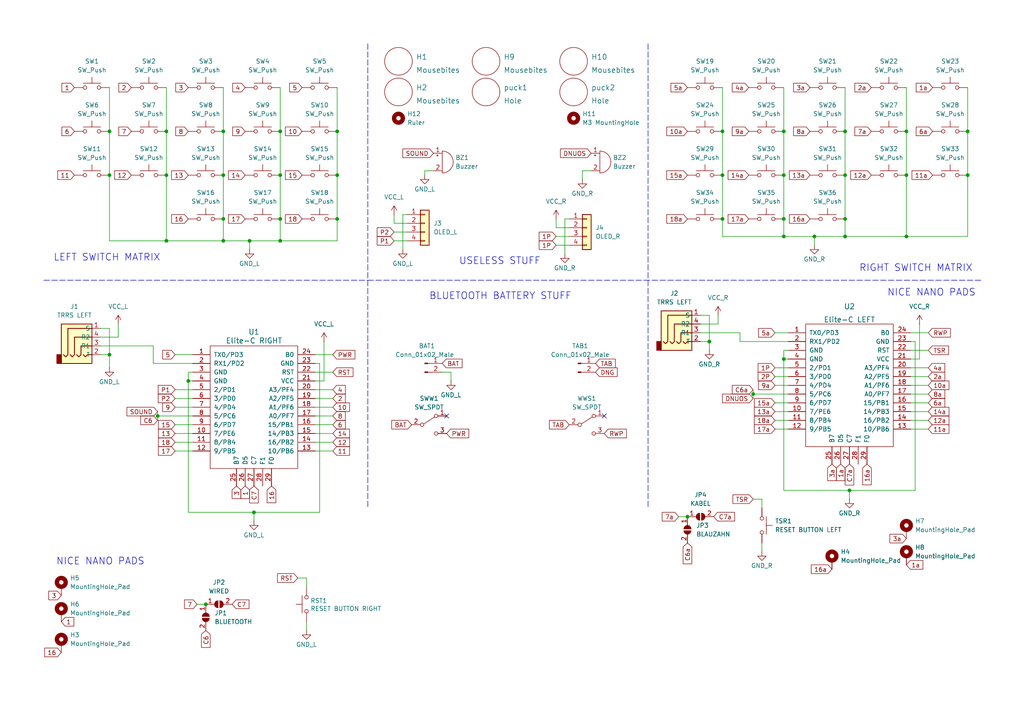
<source format=kicad_sch>
(kicad_sch
	(version 20231120)
	(generator "eeschema")
	(generator_version "8.0")
	(uuid "689d6a9e-3d14-46ea-b4a9-489ffde67f00")
	(paper "A4")
	
	(junction
		(at 31.75 50.8)
		(diameter 0)
		(color 0 0 0 0)
		(uuid "003ef3ac-0a18-4638-a562-796822350bc4")
	)
	(junction
		(at 218.44 114.3)
		(diameter 0)
		(color 0 0 0 0)
		(uuid "038e3ac4-f6c1-40a1-bf6b-ac4f215ada59")
	)
	(junction
		(at 262.89 68.58)
		(diameter 0)
		(color 0 0 0 0)
		(uuid "173fa615-e02d-42ca-8498-f4a222e5b1bd")
	)
	(junction
		(at 81.28 38.1)
		(diameter 0)
		(color 0 0 0 0)
		(uuid "17f9e2c0-e4d6-49f4-9da9-300ed54c3e10")
	)
	(junction
		(at 280.67 38.1)
		(diameter 0)
		(color 0 0 0 0)
		(uuid "1e2711cb-a840-4fde-97e1-d5cba35787ad")
	)
	(junction
		(at 245.11 63.5)
		(diameter 0)
		(color 0 0 0 0)
		(uuid "23a3bf24-d634-471b-9cd7-4edbf34403ca")
	)
	(junction
		(at 64.77 69.85)
		(diameter 0)
		(color 0 0 0 0)
		(uuid "2b2df446-917a-4096-8d4f-1ba1bc339676")
	)
	(junction
		(at 227.33 50.8)
		(diameter 0)
		(color 0 0 0 0)
		(uuid "32c8968c-c3f6-4b03-9b8d-21796809dfcb")
	)
	(junction
		(at 236.22 68.58)
		(diameter 0)
		(color 0 0 0 0)
		(uuid "3ba2a4df-360f-42df-a360-3a2594dc866c")
	)
	(junction
		(at 59.69 175.26)
		(diameter 0)
		(color 0 0 0 0)
		(uuid "43afb8c0-6214-462c-9588-d7cfc6e69fc9")
	)
	(junction
		(at 73.66 148.59)
		(diameter 0)
		(color 0 0 0 0)
		(uuid "45cccade-12c1-4523-a0e5-e2df1ad3d866")
	)
	(junction
		(at 245.11 68.58)
		(diameter 0)
		(color 0 0 0 0)
		(uuid "47d1df69-f96e-4095-a1d8-754494b41327")
	)
	(junction
		(at 45.72 120.65)
		(diameter 0)
		(color 0 0 0 0)
		(uuid "4aebcbad-f41e-40c5-9627-876b80469416")
	)
	(junction
		(at 246.38 142.24)
		(diameter 0)
		(color 0 0 0 0)
		(uuid "4bd0c7fd-4377-4bb2-832d-48e06b843a8e")
	)
	(junction
		(at 64.77 50.8)
		(diameter 0)
		(color 0 0 0 0)
		(uuid "5187131a-9e17-4775-99d1-df108cfa2035")
	)
	(junction
		(at 48.26 69.85)
		(diameter 0)
		(color 0 0 0 0)
		(uuid "67db2c3e-f106-43fb-9826-1fc5379ac16e")
	)
	(junction
		(at 205.74 99.06)
		(diameter 0)
		(color 0 0 0 0)
		(uuid "68c07147-a054-4cd7-8321-78b8d2e4c16a")
	)
	(junction
		(at 64.77 63.5)
		(diameter 0)
		(color 0 0 0 0)
		(uuid "6d7bc0a5-3eff-40cf-affc-50b9081c41c6")
	)
	(junction
		(at 227.33 68.58)
		(diameter 0)
		(color 0 0 0 0)
		(uuid "75336524-cabe-4615-8eab-629214391244")
	)
	(junction
		(at 209.55 38.1)
		(diameter 0)
		(color 0 0 0 0)
		(uuid "7b0db9de-2b48-43bd-997e-56b1f8f8f441")
	)
	(junction
		(at 97.79 50.8)
		(diameter 0)
		(color 0 0 0 0)
		(uuid "7b6c5382-f6a4-47f9-8025-1b29342bc338")
	)
	(junction
		(at 209.55 50.8)
		(diameter 0)
		(color 0 0 0 0)
		(uuid "7c59f22e-477e-4c0c-8f98-f7e85f58c828")
	)
	(junction
		(at 64.77 38.1)
		(diameter 0)
		(color 0 0 0 0)
		(uuid "814078cf-c833-49ec-ac0a-6631ae7b7799")
	)
	(junction
		(at 81.28 69.85)
		(diameter 0)
		(color 0 0 0 0)
		(uuid "85d4144a-1a26-4a27-9e18-4254280f2eef")
	)
	(junction
		(at 72.39 69.85)
		(diameter 0)
		(color 0 0 0 0)
		(uuid "86afc83f-e269-4482-8ba9-ff438226b422")
	)
	(junction
		(at 48.26 38.1)
		(diameter 0)
		(color 0 0 0 0)
		(uuid "89e1173f-3209-4983-bcf3-82c6e18b2c71")
	)
	(junction
		(at 97.79 38.1)
		(diameter 0)
		(color 0 0 0 0)
		(uuid "8aab2ebd-1df7-4cda-9490-dcf5071dd698")
	)
	(junction
		(at 262.89 50.8)
		(diameter 0)
		(color 0 0 0 0)
		(uuid "8fc9578f-03d9-4755-8746-c99f41e3ce02")
	)
	(junction
		(at 97.79 63.5)
		(diameter 0)
		(color 0 0 0 0)
		(uuid "91b3f7fb-adc9-4ac6-9e2b-de74c82b7d17")
	)
	(junction
		(at 31.75 38.1)
		(diameter 0)
		(color 0 0 0 0)
		(uuid "a44ac571-69e3-454d-92e6-3e116483c50e")
	)
	(junction
		(at 227.33 63.5)
		(diameter 0)
		(color 0 0 0 0)
		(uuid "b094a2c1-5f6c-4eb5-bdd0-d15efaf54423")
	)
	(junction
		(at 280.67 50.8)
		(diameter 0)
		(color 0 0 0 0)
		(uuid "b22c4bc2-f8b9-4b99-9747-3929310fd632")
	)
	(junction
		(at 245.11 38.1)
		(diameter 0)
		(color 0 0 0 0)
		(uuid "bb9fa930-217e-41be-90ba-80bac4980791")
	)
	(junction
		(at 262.89 38.1)
		(diameter 0)
		(color 0 0 0 0)
		(uuid "c3b3c7c9-39f3-4672-ace5-c7c00b07f1f5")
	)
	(junction
		(at 245.11 50.8)
		(diameter 0)
		(color 0 0 0 0)
		(uuid "c5e73718-60bd-4b5b-9885-4623d2c36700")
	)
	(junction
		(at 54.61 110.49)
		(diameter 0)
		(color 0 0 0 0)
		(uuid "c9e66798-37d3-4b46-a817-e60f0011eea5")
	)
	(junction
		(at 209.55 63.5)
		(diameter 0)
		(color 0 0 0 0)
		(uuid "cce6e472-8a9b-440d-a9e8-d839702332e1")
	)
	(junction
		(at 48.26 50.8)
		(diameter 0)
		(color 0 0 0 0)
		(uuid "d60b336a-3748-48e8-b608-b143b8b83c0b")
	)
	(junction
		(at 199.39 149.86)
		(diameter 0)
		(color 0 0 0 0)
		(uuid "e3085d20-79c4-4aa5-8e5b-7a43294f3345")
	)
	(junction
		(at 81.28 63.5)
		(diameter 0)
		(color 0 0 0 0)
		(uuid "e937563a-d4a6-4938-be14-dad79f554605")
	)
	(junction
		(at 31.75 102.87)
		(diameter 0)
		(color 0 0 0 0)
		(uuid "ecc33185-78e1-4cc7-b086-a1713d59c45c")
	)
	(junction
		(at 227.33 104.14)
		(diameter 0)
		(color 0 0 0 0)
		(uuid "f17813a1-0b84-480c-b976-66f6312562ec")
	)
	(junction
		(at 81.28 50.8)
		(diameter 0)
		(color 0 0 0 0)
		(uuid "f761cbb0-371d-445d-90b1-8e2e440e0f57")
	)
	(junction
		(at 227.33 38.1)
		(diameter 0)
		(color 0 0 0 0)
		(uuid "fa208b07-030a-4345-ab1c-d8fb457cbebd")
	)
	(no_connect
		(at 129.54 120.65)
		(uuid "0c266d2e-dc53-419e-94cf-cbc5520b51e4")
	)
	(no_connect
		(at 175.26 120.65)
		(uuid "53350915-19c4-45d4-a2cf-42f64cd68353")
	)
	(wire
		(pts
			(xy 220.98 157.48) (xy 220.98 160.02)
		)
		(stroke
			(width 0)
			(type default)
		)
		(uuid "02bc5882-b685-4a0e-9349-da97eb6365fe")
	)
	(wire
		(pts
			(xy 214.63 99.06) (xy 214.63 96.52)
		)
		(stroke
			(width 0)
			(type default)
		)
		(uuid "044f2b99-26c8-4c83-ab43-552dbe39c0a9")
	)
	(wire
		(pts
			(xy 227.33 104.14) (xy 228.6 104.14)
		)
		(stroke
			(width 0)
			(type default)
		)
		(uuid "06156254-d76e-4639-950a-258e653b3c0a")
	)
	(wire
		(pts
			(xy 81.28 25.4) (xy 81.28 38.1)
		)
		(stroke
			(width 0)
			(type default)
		)
		(uuid "0653bb09-7e84-416c-9b19-daff8f2e6fce")
	)
	(wire
		(pts
			(xy 64.77 25.4) (xy 64.77 38.1)
		)
		(stroke
			(width 0)
			(type default)
		)
		(uuid "06e98879-67d2-4782-b79b-1808b4e69765")
	)
	(wire
		(pts
			(xy 64.77 50.8) (xy 64.77 63.5)
		)
		(stroke
			(width 0)
			(type default)
		)
		(uuid "071fadbb-a6e4-4415-a461-31d19b406864")
	)
	(wire
		(pts
			(xy 205.74 99.06) (xy 205.74 101.6)
		)
		(stroke
			(width 0)
			(type default)
		)
		(uuid "099f75ef-c7b9-4e16-83e1-9e6c28f7f70e")
	)
	(wire
		(pts
			(xy 171.45 49.53) (xy 168.91 49.53)
		)
		(stroke
			(width 0)
			(type default)
		)
		(uuid "0afc8202-ce94-45a1-a8c3-ba1472b52712")
	)
	(wire
		(pts
			(xy 96.52 123.19) (xy 91.44 123.19)
		)
		(stroke
			(width 0)
			(type default)
		)
		(uuid "0b60ee51-3192-45a1-9a9c-c7b4f889779c")
	)
	(wire
		(pts
			(xy 72.39 69.85) (xy 64.77 69.85)
		)
		(stroke
			(width 0)
			(type default)
		)
		(uuid "0b7efe20-b37e-4154-b54f-40b941277402")
	)
	(wire
		(pts
			(xy 34.29 93.98) (xy 34.29 97.79)
		)
		(stroke
			(width 0)
			(type default)
		)
		(uuid "0e5cba6e-250b-4b76-b437-a61e8a03cc0f")
	)
	(wire
		(pts
			(xy 92.71 105.41) (xy 91.44 105.41)
		)
		(stroke
			(width 0)
			(type default)
		)
		(uuid "0f290d46-6884-4ffe-b634-a3cb42f418d2")
	)
	(wire
		(pts
			(xy 81.28 50.8) (xy 81.28 63.5)
		)
		(stroke
			(width 0)
			(type default)
		)
		(uuid "1061566a-4b03-4691-b50b-4f473555b59e")
	)
	(wire
		(pts
			(xy 269.24 124.46) (xy 264.16 124.46)
		)
		(stroke
			(width 0)
			(type default)
		)
		(uuid "12830ea5-3ea5-482d-9a20-8750d601df47")
	)
	(wire
		(pts
			(xy 44.45 105.41) (xy 55.88 105.41)
		)
		(stroke
			(width 0)
			(type default)
		)
		(uuid "1623c6fb-8390-4758-a9a4-49528511641d")
	)
	(wire
		(pts
			(xy 128.27 107.95) (xy 130.81 107.95)
		)
		(stroke
			(width 0)
			(type default)
		)
		(uuid "1921e6c6-5469-40cc-ab18-5f3b0c48ce69")
	)
	(wire
		(pts
			(xy 54.61 107.95) (xy 55.88 107.95)
		)
		(stroke
			(width 0)
			(type default)
		)
		(uuid "1a8cd985-ff11-4bc3-92e0-3820eb73a86a")
	)
	(wire
		(pts
			(xy 50.8 113.03) (xy 55.88 113.03)
		)
		(stroke
			(width 0)
			(type default)
		)
		(uuid "1aeb182f-aacc-431d-a904-3747faccd7f1")
	)
	(wire
		(pts
			(xy 64.77 38.1) (xy 64.77 50.8)
		)
		(stroke
			(width 0)
			(type default)
		)
		(uuid "1b1e89b9-bfe1-4f7c-b4dc-aff24c9d9aa4")
	)
	(wire
		(pts
			(xy 54.61 110.49) (xy 54.61 148.59)
		)
		(stroke
			(width 0)
			(type default)
		)
		(uuid "1b5c939b-d898-40c4-a224-6c193da9a73d")
	)
	(wire
		(pts
			(xy 205.74 91.44) (xy 203.2 91.44)
		)
		(stroke
			(width 0)
			(type default)
		)
		(uuid "1df16cb0-221d-4809-83e9-b7d8477db5dd")
	)
	(wire
		(pts
			(xy 45.72 120.65) (xy 45.72 121.92)
		)
		(stroke
			(width 0)
			(type default)
		)
		(uuid "1fa3bcbb-86c4-49f3-8b43-52a6897444da")
	)
	(wire
		(pts
			(xy 209.55 50.8) (xy 209.55 63.5)
		)
		(stroke
			(width 0)
			(type default)
		)
		(uuid "20b749dc-74c1-41ad-a3dc-4ec23d94bc6f")
	)
	(wire
		(pts
			(xy 203.2 96.52) (xy 214.63 96.52)
		)
		(stroke
			(width 0)
			(type default)
		)
		(uuid "20fa4027-b7dc-4a9c-b116-0bbe4a6ea776")
	)
	(wire
		(pts
			(xy 262.89 68.58) (xy 280.67 68.58)
		)
		(stroke
			(width 0)
			(type default)
		)
		(uuid "22577cba-c8a4-4f34-9020-2205b151e641")
	)
	(wire
		(pts
			(xy 163.83 73.66) (xy 163.83 63.5)
		)
		(stroke
			(width 0)
			(type default)
		)
		(uuid "236430ab-935d-4ddb-9e25-5841cda85663")
	)
	(wire
		(pts
			(xy 116.84 72.39) (xy 116.84 62.23)
		)
		(stroke
			(width 0)
			(type default)
		)
		(uuid "28710205-9786-4583-a3c6-8844c1eae6d6")
	)
	(wire
		(pts
			(xy 125.73 49.53) (xy 123.19 49.53)
		)
		(stroke
			(width 0)
			(type default)
		)
		(uuid "28f060b3-b8f6-4893-9312-ad184b89f00a")
	)
	(wire
		(pts
			(xy 97.79 25.4) (xy 97.79 38.1)
		)
		(stroke
			(width 0)
			(type default)
		)
		(uuid "2cdb30c4-eaa9-4ff0-92d3-0b37ed1672cc")
	)
	(wire
		(pts
			(xy 269.24 111.76) (xy 264.16 111.76)
		)
		(stroke
			(width 0)
			(type default)
		)
		(uuid "2e90af5b-8f17-4219-9996-96c0fb2a5bc6")
	)
	(wire
		(pts
			(xy 209.55 25.4) (xy 209.55 38.1)
		)
		(stroke
			(width 0)
			(type default)
		)
		(uuid "3188f44a-7f12-40cc-842d-84584f39fab6")
	)
	(wire
		(pts
			(xy 266.7 104.14) (xy 264.16 104.14)
		)
		(stroke
			(width 0)
			(type default)
		)
		(uuid "337a13fd-7640-463d-8308-6746d340e7da")
	)
	(wire
		(pts
			(xy 50.8 115.57) (xy 55.88 115.57)
		)
		(stroke
			(width 0)
			(type default)
		)
		(uuid "33b23888-ae92-451c-ba11-26162c81c5db")
	)
	(wire
		(pts
			(xy 50.8 102.87) (xy 55.88 102.87)
		)
		(stroke
			(width 0)
			(type default)
		)
		(uuid "341a6979-3d36-4c61-a2e9-e2292473e1cb")
	)
	(wire
		(pts
			(xy 245.11 68.58) (xy 262.89 68.58)
		)
		(stroke
			(width 0)
			(type default)
		)
		(uuid "34367f6e-689a-4f3b-aa42-8785b34cd737")
	)
	(wire
		(pts
			(xy 31.75 50.8) (xy 31.75 69.85)
		)
		(stroke
			(width 0)
			(type default)
		)
		(uuid "343cf7e9-4169-4cac-96ce-972b2a50c40a")
	)
	(wire
		(pts
			(xy 64.77 69.85) (xy 64.77 63.5)
		)
		(stroke
			(width 0)
			(type default)
		)
		(uuid "380e63b6-f2ce-43fd-a0b3-1da947b1e430")
	)
	(wire
		(pts
			(xy 262.89 25.4) (xy 262.89 38.1)
		)
		(stroke
			(width 0)
			(type default)
		)
		(uuid "38121366-5f55-486e-ad72-8333dacfea2a")
	)
	(wire
		(pts
			(xy 269.24 116.84) (xy 264.16 116.84)
		)
		(stroke
			(width 0)
			(type default)
		)
		(uuid "3ae8384e-3a93-4402-bd0b-14d8cba36c75")
	)
	(wire
		(pts
			(xy 48.26 69.85) (xy 48.26 50.8)
		)
		(stroke
			(width 0)
			(type default)
		)
		(uuid "3be45c0e-7ef9-46c4-89c5-3e6fb1eaa0cb")
	)
	(wire
		(pts
			(xy 86.36 167.64) (xy 88.9 167.64)
		)
		(stroke
			(width 0)
			(type default)
		)
		(uuid "3c93bdc4-6b33-48e1-825f-631755c46718")
	)
	(wire
		(pts
			(xy 114.3 67.31) (xy 118.11 67.31)
		)
		(stroke
			(width 0)
			(type default)
		)
		(uuid "3d5a799e-accd-40c5-ad86-a3a6401fe0b0")
	)
	(wire
		(pts
			(xy 246.38 142.24) (xy 246.38 144.78)
		)
		(stroke
			(width 0)
			(type default)
		)
		(uuid "3eb6482c-77f5-46a5-9904-6df3e2dbc578")
	)
	(wire
		(pts
			(xy 227.33 25.4) (xy 227.33 38.1)
		)
		(stroke
			(width 0)
			(type default)
		)
		(uuid "40883a86-39ad-4e75-9aba-c9bc581d20c0")
	)
	(wire
		(pts
			(xy 168.91 49.53) (xy 168.91 52.07)
		)
		(stroke
			(width 0)
			(type default)
		)
		(uuid "4235d199-f27a-4675-be7d-f37101dc3179")
	)
	(wire
		(pts
			(xy 97.79 63.5) (xy 97.79 69.85)
		)
		(stroke
			(width 0)
			(type default)
		)
		(uuid "423a270d-ced1-4a9c-acf2-3abb3189a637")
	)
	(wire
		(pts
			(xy 81.28 69.85) (xy 72.39 69.85)
		)
		(stroke
			(width 0)
			(type default)
		)
		(uuid "4274a345-9f0e-49ba-9f7c-54539b4aea53")
	)
	(wire
		(pts
			(xy 73.66 148.59) (xy 92.71 148.59)
		)
		(stroke
			(width 0)
			(type default)
		)
		(uuid "42ec3677-62fd-416e-9030-81c37279264c")
	)
	(wire
		(pts
			(xy 262.89 38.1) (xy 262.89 50.8)
		)
		(stroke
			(width 0)
			(type default)
		)
		(uuid "465f42dd-530e-4fcd-a126-5be169878ecd")
	)
	(wire
		(pts
			(xy 224.79 116.84) (xy 228.6 116.84)
		)
		(stroke
			(width 0)
			(type default)
		)
		(uuid "475b8e2f-f3bc-4fe0-bbbf-d5b43e2a26f9")
	)
	(wire
		(pts
			(xy 114.3 69.85) (xy 118.11 69.85)
		)
		(stroke
			(width 0)
			(type default)
		)
		(uuid "4ac3c04c-a210-4915-9be8-1a237114c7cd")
	)
	(wire
		(pts
			(xy 88.9 180.34) (xy 88.9 182.88)
		)
		(stroke
			(width 0)
			(type default)
		)
		(uuid "4b633626-b996-4000-9f27-57736905c399")
	)
	(wire
		(pts
			(xy 220.98 144.78) (xy 220.98 147.32)
		)
		(stroke
			(width 0)
			(type default)
		)
		(uuid "4c842891-043f-4a26-9721-8b7ad9435c64")
	)
	(wire
		(pts
			(xy 50.8 128.27) (xy 55.88 128.27)
		)
		(stroke
			(width 0)
			(type default)
		)
		(uuid "4d7b8590-4c19-44f4-8f69-a8b8063ded09")
	)
	(wire
		(pts
			(xy 269.24 119.38) (xy 264.16 119.38)
		)
		(stroke
			(width 0)
			(type default)
		)
		(uuid "4e132459-5c85-4577-8696-868f88b168b9")
	)
	(wire
		(pts
			(xy 227.33 104.14) (xy 227.33 142.24)
		)
		(stroke
			(width 0)
			(type default)
		)
		(uuid "4e192aa3-f504-4d38-8793-17c1d6f67f0d")
	)
	(wire
		(pts
			(xy 224.79 111.76) (xy 228.6 111.76)
		)
		(stroke
			(width 0)
			(type default)
		)
		(uuid "4f4d8e73-8a8d-4c19-9f9b-b2de08b98985")
	)
	(wire
		(pts
			(xy 97.79 69.85) (xy 81.28 69.85)
		)
		(stroke
			(width 0)
			(type default)
		)
		(uuid "4fd2abd5-5fc4-4cc9-bce5-9090fe81acc0")
	)
	(polyline
		(pts
			(xy 106.68 81.28) (xy 187.96 81.28)
		)
		(stroke
			(width 0)
			(type dash)
		)
		(uuid "50baae80-db21-451f-a9f9-bc4358849f44")
	)
	(wire
		(pts
			(xy 57.15 175.26) (xy 59.69 175.26)
		)
		(stroke
			(width 0)
			(type default)
		)
		(uuid "5128d9db-dc4e-4887-b647-55e7cbf16d0a")
	)
	(wire
		(pts
			(xy 269.24 96.52) (xy 264.16 96.52)
		)
		(stroke
			(width 0)
			(type default)
		)
		(uuid "5449a106-84dc-4898-ab65-9aa99c5df33a")
	)
	(wire
		(pts
			(xy 73.66 148.59) (xy 73.66 151.13)
		)
		(stroke
			(width 0)
			(type default)
		)
		(uuid "5802b43c-8d09-4fcf-b698-f35ad520df9c")
	)
	(wire
		(pts
			(xy 48.26 25.4) (xy 48.26 38.1)
		)
		(stroke
			(width 0)
			(type default)
		)
		(uuid "58934562-479b-4c8f-a792-cfe8e0a0f08f")
	)
	(wire
		(pts
			(xy 265.43 142.24) (xy 265.43 99.06)
		)
		(stroke
			(width 0)
			(type default)
		)
		(uuid "594fa85b-85d5-4220-a463-73d3a06df7f7")
	)
	(wire
		(pts
			(xy 50.8 130.81) (xy 55.88 130.81)
		)
		(stroke
			(width 0)
			(type default)
		)
		(uuid "5c9e2972-edfb-484b-bb6f-5cbaeacbb565")
	)
	(wire
		(pts
			(xy 130.81 107.95) (xy 130.81 110.49)
		)
		(stroke
			(width 0)
			(type default)
		)
		(uuid "5d3e160b-9492-4495-810d-ee5170b55210")
	)
	(wire
		(pts
			(xy 236.22 68.58) (xy 245.11 68.58)
		)
		(stroke
			(width 0)
			(type default)
		)
		(uuid "5ec9e01f-92d4-48a0-85f1-905477f6e0f8")
	)
	(wire
		(pts
			(xy 227.33 101.6) (xy 228.6 101.6)
		)
		(stroke
			(width 0)
			(type default)
		)
		(uuid "5f438805-a794-46c8-ac7d-fa7c93334b74")
	)
	(wire
		(pts
			(xy 227.33 142.24) (xy 246.38 142.24)
		)
		(stroke
			(width 0)
			(type default)
		)
		(uuid "5fa30923-e678-4c6d-bf42-80abb2e26099")
	)
	(wire
		(pts
			(xy 81.28 38.1) (xy 81.28 50.8)
		)
		(stroke
			(width 0)
			(type default)
		)
		(uuid "61568ea4-7955-4d39-a6b1-b048026b1c0d")
	)
	(wire
		(pts
			(xy 220.98 144.78) (xy 218.44 144.78)
		)
		(stroke
			(width 0)
			(type default)
		)
		(uuid "62511b80-a8fc-4889-8496-e3c023ecaaa7")
	)
	(wire
		(pts
			(xy 227.33 101.6) (xy 227.33 104.14)
		)
		(stroke
			(width 0)
			(type default)
		)
		(uuid "634ce127-5fb5-4ccd-a45a-f3a97a324fb3")
	)
	(wire
		(pts
			(xy 54.61 107.95) (xy 54.61 110.49)
		)
		(stroke
			(width 0)
			(type default)
		)
		(uuid "63a78038-e338-4926-8061-084481cd8389")
	)
	(wire
		(pts
			(xy 227.33 38.1) (xy 227.33 50.8)
		)
		(stroke
			(width 0)
			(type default)
		)
		(uuid "650d81b2-fc68-45a7-bd25-9408545bef82")
	)
	(wire
		(pts
			(xy 123.19 49.53) (xy 123.19 50.8)
		)
		(stroke
			(width 0)
			(type default)
		)
		(uuid "69bc33e0-9265-4775-a5cf-d8d9b54fb8c0")
	)
	(wire
		(pts
			(xy 280.67 68.58) (xy 280.67 50.8)
		)
		(stroke
			(width 0)
			(type default)
		)
		(uuid "6a03fce9-ecba-40b4-912a-f42a92a08cd4")
	)
	(wire
		(pts
			(xy 96.52 118.11) (xy 91.44 118.11)
		)
		(stroke
			(width 0)
			(type default)
		)
		(uuid "6a0ce7df-6117-4003-8f48-f001a4a79391")
	)
	(wire
		(pts
			(xy 224.79 119.38) (xy 228.6 119.38)
		)
		(stroke
			(width 0)
			(type default)
		)
		(uuid "6a67e650-9fd1-473d-80c9-5df4a85ebcf8")
	)
	(wire
		(pts
			(xy 161.29 71.12) (xy 165.1 71.12)
		)
		(stroke
			(width 0)
			(type default)
		)
		(uuid "6c90e687-d86c-4b96-b5f6-e89d171d5521")
	)
	(wire
		(pts
			(xy 208.28 91.44) (xy 208.28 93.98)
		)
		(stroke
			(width 0)
			(type default)
		)
		(uuid "6dd76281-f1cd-4c65-8bf9-b52ac7124fee")
	)
	(wire
		(pts
			(xy 45.72 120.65) (xy 55.88 120.65)
		)
		(stroke
			(width 0)
			(type default)
		)
		(uuid "6e940d80-6100-4a44-a5ee-f8d2bf73ebe8")
	)
	(wire
		(pts
			(xy 96.52 102.87) (xy 91.44 102.87)
		)
		(stroke
			(width 0)
			(type default)
		)
		(uuid "70f8c473-3ab5-465e-a3d3-c7f5014dafb3")
	)
	(polyline
		(pts
			(xy 187.96 81.28) (xy 187.96 147.32)
		)
		(stroke
			(width 0)
			(type dash)
		)
		(uuid "71b3596f-e5b9-444a-a430-5a75fa572094")
	)
	(wire
		(pts
			(xy 97.79 38.1) (xy 97.79 50.8)
		)
		(stroke
			(width 0)
			(type default)
		)
		(uuid "725bee3c-98c5-41f8-9d8f-643209719511")
	)
	(wire
		(pts
			(xy 96.52 120.65) (xy 91.44 120.65)
		)
		(stroke
			(width 0)
			(type default)
		)
		(uuid "72e464c5-1b5c-4bda-adb1-339a4a8be34d")
	)
	(polyline
		(pts
			(xy 106.68 12.7) (xy 106.68 81.28)
		)
		(stroke
			(width 0)
			(type dash)
		)
		(uuid "771f24c8-a9ff-4e8e-b90c-b42f99b5f898")
	)
	(wire
		(pts
			(xy 96.52 115.57) (xy 91.44 115.57)
		)
		(stroke
			(width 0)
			(type default)
		)
		(uuid "77861a42-006b-4705-8778-541a38dc6f99")
	)
	(wire
		(pts
			(xy 88.9 167.64) (xy 88.9 170.18)
		)
		(stroke
			(width 0)
			(type default)
		)
		(uuid "77ea65d3-72a6-4c1e-afc7-c33a8d55412c")
	)
	(wire
		(pts
			(xy 227.33 68.58) (xy 227.33 63.5)
		)
		(stroke
			(width 0)
			(type default)
		)
		(uuid "78f18dd0-74a0-45f4-a22e-49e2fe7cb54d")
	)
	(wire
		(pts
			(xy 163.83 63.5) (xy 165.1 63.5)
		)
		(stroke
			(width 0)
			(type default)
		)
		(uuid "7c0ffde2-f651-49ba-a365-8cc1671c497f")
	)
	(wire
		(pts
			(xy 50.8 125.73) (xy 55.88 125.73)
		)
		(stroke
			(width 0)
			(type default)
		)
		(uuid "7ed4d28d-c121-4348-ad3e-57facc63f485")
	)
	(wire
		(pts
			(xy 245.11 25.4) (xy 245.11 38.1)
		)
		(stroke
			(width 0)
			(type default)
		)
		(uuid "8015665e-64b9-4f6c-a678-1b5cc12db818")
	)
	(wire
		(pts
			(xy 245.11 50.8) (xy 245.11 63.5)
		)
		(stroke
			(width 0)
			(type default)
		)
		(uuid "81cdc914-7272-46d0-bd15-382bb56b3e74")
	)
	(wire
		(pts
			(xy 64.77 69.85) (xy 48.26 69.85)
		)
		(stroke
			(width 0)
			(type default)
		)
		(uuid "87dfd957-cf2a-44c0-8e84-a018c0bfd19b")
	)
	(wire
		(pts
			(xy 214.63 99.06) (xy 228.6 99.06)
		)
		(stroke
			(width 0)
			(type default)
		)
		(uuid "887f4a96-3f18-4d73-95c1-aa453235200e")
	)
	(wire
		(pts
			(xy 31.75 25.4) (xy 31.75 38.1)
		)
		(stroke
			(width 0)
			(type default)
		)
		(uuid "8978d484-fcf9-4e4e-8c62-9544fd35823f")
	)
	(wire
		(pts
			(xy 224.79 109.22) (xy 228.6 109.22)
		)
		(stroke
			(width 0)
			(type default)
		)
		(uuid "8b31f6b8-f760-44a3-8fa8-61e69d3be151")
	)
	(wire
		(pts
			(xy 218.44 113.03) (xy 218.44 114.3)
		)
		(stroke
			(width 0)
			(type default)
		)
		(uuid "8bfb8ff2-9221-40c8-8233-087ec39f7cc8")
	)
	(wire
		(pts
			(xy 45.72 119.38) (xy 45.72 120.65)
		)
		(stroke
			(width 0)
			(type default)
		)
		(uuid "8d9f3ca7-829c-406c-ab5c-ec1aee0ded3e")
	)
	(wire
		(pts
			(xy 224.79 124.46) (xy 228.6 124.46)
		)
		(stroke
			(width 0)
			(type default)
		)
		(uuid "92b422be-df04-4fed-b2b5-e300515fa7b9")
	)
	(wire
		(pts
			(xy 31.75 69.85) (xy 48.26 69.85)
		)
		(stroke
			(width 0)
			(type default)
		)
		(uuid "94a4fae2-9652-41b6-957c-33c03b824cd2")
	)
	(wire
		(pts
			(xy 50.8 123.19) (xy 55.88 123.19)
		)
		(stroke
			(width 0)
			(type default)
		)
		(uuid "9a91e64d-ccdb-4932-b708-86897b82c250")
	)
	(wire
		(pts
			(xy 269.24 121.92) (xy 264.16 121.92)
		)
		(stroke
			(width 0)
			(type default)
		)
		(uuid "9e81ea0e-43d3-45dd-b4a1-dc8a87b92f10")
	)
	(wire
		(pts
			(xy 31.75 95.25) (xy 29.21 95.25)
		)
		(stroke
			(width 0)
			(type default)
		)
		(uuid "9f208bc2-c196-4842-addc-5abe083788da")
	)
	(wire
		(pts
			(xy 161.29 63.5) (xy 161.29 66.04)
		)
		(stroke
			(width 0)
			(type default)
		)
		(uuid "9fa28f2f-0f12-4197-9b4b-0af001eb820d")
	)
	(wire
		(pts
			(xy 114.3 64.77) (xy 118.11 64.77)
		)
		(stroke
			(width 0)
			(type default)
		)
		(uuid "a17ecabf-5af3-4c88-ba8d-008727804575")
	)
	(wire
		(pts
			(xy 96.52 107.95) (xy 91.44 107.95)
		)
		(stroke
			(width 0)
			(type default)
		)
		(uuid "a35aeea3-7737-46dd-a2d7-b630a120a9f4")
	)
	(wire
		(pts
			(xy 161.29 68.58) (xy 165.1 68.58)
		)
		(stroke
			(width 0)
			(type default)
		)
		(uuid "a67d4924-f68c-4338-8678-87423cfeffb3")
	)
	(wire
		(pts
			(xy 93.98 99.06) (xy 93.98 110.49)
		)
		(stroke
			(width 0)
			(type default)
		)
		(uuid "a7483207-5ddc-4281-ab07-440ea27e4684")
	)
	(wire
		(pts
			(xy 246.38 142.24) (xy 265.43 142.24)
		)
		(stroke
			(width 0)
			(type default)
		)
		(uuid "a8b7f23c-fe77-40ab-9b36-50bd5ef6808c")
	)
	(wire
		(pts
			(xy 269.24 101.6) (xy 264.16 101.6)
		)
		(stroke
			(width 0)
			(type default)
		)
		(uuid "a9f4f9fd-716f-43c3-bce7-c09da1a91507")
	)
	(wire
		(pts
			(xy 29.21 100.33) (xy 44.45 100.33)
		)
		(stroke
			(width 0)
			(type default)
		)
		(uuid "aefcf632-2f75-4477-a95a-e07fc1e429e6")
	)
	(wire
		(pts
			(xy 209.55 38.1) (xy 209.55 50.8)
		)
		(stroke
			(width 0)
			(type default)
		)
		(uuid "af4b2e9d-4cc7-4d00-9dae-fe9f732fba1a")
	)
	(wire
		(pts
			(xy 269.24 106.68) (xy 264.16 106.68)
		)
		(stroke
			(width 0)
			(type default)
		)
		(uuid "b04dd192-08d9-4993-adfd-b8dd865077e6")
	)
	(wire
		(pts
			(xy 280.67 25.4) (xy 280.67 38.1)
		)
		(stroke
			(width 0)
			(type default)
		)
		(uuid "b10aef4a-ea21-4ec0-a596-79ee0ab71f74")
	)
	(wire
		(pts
			(xy 269.24 114.3) (xy 264.16 114.3)
		)
		(stroke
			(width 0)
			(type default)
		)
		(uuid "b1571a9d-3cb2-4ab7-b98a-8e63f955d922")
	)
	(wire
		(pts
			(xy 205.74 99.06) (xy 203.2 99.06)
		)
		(stroke
			(width 0)
			(type default)
		)
		(uuid "b1a79998-fe3d-42f2-a20a-a52f7f77863d")
	)
	(wire
		(pts
			(xy 92.71 148.59) (xy 92.71 105.41)
		)
		(stroke
			(width 0)
			(type default)
		)
		(uuid "b59689a8-799d-49bb-a4c0-ce5dee1a8dc8")
	)
	(wire
		(pts
			(xy 29.21 102.87) (xy 31.75 102.87)
		)
		(stroke
			(width 0)
			(type default)
		)
		(uuid "b7a46426-7914-43a1-a0c6-e6c993bd27a2")
	)
	(polyline
		(pts
			(xy 12.7 81.28) (xy 106.68 81.28)
		)
		(stroke
			(width 0)
			(type dash)
		)
		(uuid "b802e770-2fb5-410e-8286-c4089489faa6")
	)
	(wire
		(pts
			(xy 97.79 50.8) (xy 97.79 63.5)
		)
		(stroke
			(width 0)
			(type default)
		)
		(uuid "b8afa8c0-bec5-4068-87c8-db12bbbdff9a")
	)
	(wire
		(pts
			(xy 31.75 38.1) (xy 31.75 50.8)
		)
		(stroke
			(width 0)
			(type default)
		)
		(uuid "b980655e-b64b-4910-a8a8-1acd9b6ca34c")
	)
	(wire
		(pts
			(xy 236.22 68.58) (xy 236.22 71.12)
		)
		(stroke
			(width 0)
			(type default)
		)
		(uuid "b99fce0e-e355-41e6-8550-c571f1d9c101")
	)
	(wire
		(pts
			(xy 96.52 125.73) (xy 91.44 125.73)
		)
		(stroke
			(width 0)
			(type default)
		)
		(uuid "b9e9d527-5d1f-40be-9cd0-6cb9093e7680")
	)
	(polyline
		(pts
			(xy 284.48 81.28) (xy 187.96 81.28)
		)
		(stroke
			(width 0)
			(type dash)
		)
		(uuid "baaf65a1-5e9c-47f6-ab75-5139fbc0a541")
	)
	(wire
		(pts
			(xy 224.79 96.52) (xy 228.6 96.52)
		)
		(stroke
			(width 0)
			(type default)
		)
		(uuid "bb9792ad-9045-4b97-84ad-a994db6c71c1")
	)
	(wire
		(pts
			(xy 196.85 149.86) (xy 199.39 149.86)
		)
		(stroke
			(width 0)
			(type default)
		)
		(uuid "c4193cf0-b3d4-4380-be0d-6727dc3c9975")
	)
	(wire
		(pts
			(xy 50.8 118.11) (xy 55.88 118.11)
		)
		(stroke
			(width 0)
			(type default)
		)
		(uuid "c7526b3f-434c-4db1-b8c5-350457cf4e00")
	)
	(wire
		(pts
			(xy 96.52 113.03) (xy 91.44 113.03)
		)
		(stroke
			(width 0)
			(type default)
		)
		(uuid "c98e3e73-fc68-481b-bfec-a0db438b0cfa")
	)
	(wire
		(pts
			(xy 227.33 68.58) (xy 236.22 68.58)
		)
		(stroke
			(width 0)
			(type default)
		)
		(uuid "cb368892-db0d-4647-995f-c61e86fc71b2")
	)
	(wire
		(pts
			(xy 44.45 105.41) (xy 44.45 100.33)
		)
		(stroke
			(width 0)
			(type default)
		)
		(uuid "cbd6459c-b6b1-44e6-b135-b2e17c4e7dff")
	)
	(wire
		(pts
			(xy 81.28 69.85) (xy 81.28 63.5)
		)
		(stroke
			(width 0)
			(type default)
		)
		(uuid "cc825c9a-7815-4f2f-9684-d7a87905553b")
	)
	(wire
		(pts
			(xy 224.79 106.68) (xy 228.6 106.68)
		)
		(stroke
			(width 0)
			(type default)
		)
		(uuid "ce6054ff-33de-4920-9a82-fcbe0253bf64")
	)
	(wire
		(pts
			(xy 245.11 38.1) (xy 245.11 50.8)
		)
		(stroke
			(width 0)
			(type default)
		)
		(uuid "d06e9c2e-b450-4aaf-a8c9-bcb703847345")
	)
	(wire
		(pts
			(xy 31.75 95.25) (xy 31.75 102.87)
		)
		(stroke
			(width 0)
			(type default)
		)
		(uuid "d0b8cf54-d8b7-4eb3-8a3d-64b36f9bdde1")
	)
	(wire
		(pts
			(xy 96.52 128.27) (xy 91.44 128.27)
		)
		(stroke
			(width 0)
			(type default)
		)
		(uuid "d0f3879c-73ed-451a-a475-37cf9c4a443e")
	)
	(wire
		(pts
			(xy 224.79 121.92) (xy 228.6 121.92)
		)
		(stroke
			(width 0)
			(type default)
		)
		(uuid "d4a08d5f-8330-40b2-a529-79d553e29083")
	)
	(wire
		(pts
			(xy 218.44 114.3) (xy 218.44 115.57)
		)
		(stroke
			(width 0)
			(type default)
		)
		(uuid "d67bf7be-05a3-4115-9455-0278218f173c")
	)
	(wire
		(pts
			(xy 48.26 38.1) (xy 48.26 50.8)
		)
		(stroke
			(width 0)
			(type default)
		)
		(uuid "d8972a09-8cb4-4860-97da-6e90fa4ef393")
	)
	(wire
		(pts
			(xy 116.84 62.23) (xy 118.11 62.23)
		)
		(stroke
			(width 0)
			(type default)
		)
		(uuid "d89ad068-09a8-43fb-877e-89567543caad")
	)
	(wire
		(pts
			(xy 54.61 110.49) (xy 55.88 110.49)
		)
		(stroke
			(width 0)
			(type default)
		)
		(uuid "d95baeb7-4917-4cb4-a145-c1ad7e7faeae")
	)
	(wire
		(pts
			(xy 208.28 93.98) (xy 203.2 93.98)
		)
		(stroke
			(width 0)
			(type default)
		)
		(uuid "da5cf831-0e34-4203-a14c-e3f01dfc7c16")
	)
	(wire
		(pts
			(xy 114.3 62.23) (xy 114.3 64.77)
		)
		(stroke
			(width 0)
			(type default)
		)
		(uuid "dc0f8bd7-ee41-48d6-ae31-7e0dcc6b9621")
	)
	(wire
		(pts
			(xy 227.33 50.8) (xy 227.33 63.5)
		)
		(stroke
			(width 0)
			(type default)
		)
		(uuid "dd8968e1-2b8e-4025-8b42-edc184bf0f42")
	)
	(wire
		(pts
			(xy 245.11 63.5) (xy 245.11 68.58)
		)
		(stroke
			(width 0)
			(type default)
		)
		(uuid "e097690b-3438-466d-8668-e5c49df7741c")
	)
	(wire
		(pts
			(xy 72.39 69.85) (xy 72.39 72.39)
		)
		(stroke
			(width 0)
			(type default)
		)
		(uuid "e1232adc-64cd-46a1-ad3b-6970ebc8f149")
	)
	(wire
		(pts
			(xy 218.44 114.3) (xy 228.6 114.3)
		)
		(stroke
			(width 0)
			(type default)
		)
		(uuid "e5187f59-f9ef-40a5-9055-2847dadcd106")
	)
	(wire
		(pts
			(xy 209.55 63.5) (xy 209.55 68.58)
		)
		(stroke
			(width 0)
			(type default)
		)
		(uuid "e5fb345a-5966-4e22-8490-49c0c09ce513")
	)
	(wire
		(pts
			(xy 209.55 68.58) (xy 227.33 68.58)
		)
		(stroke
			(width 0)
			(type default)
		)
		(uuid "e61df693-2b46-48fd-9278-6c84e6c1855b")
	)
	(wire
		(pts
			(xy 34.29 97.79) (xy 29.21 97.79)
		)
		(stroke
			(width 0)
			(type default)
		)
		(uuid "e89ac98f-3390-4573-8285-4ef3067f6c89")
	)
	(wire
		(pts
			(xy 265.43 99.06) (xy 264.16 99.06)
		)
		(stroke
			(width 0)
			(type default)
		)
		(uuid "e8fc56ed-ef23-4337-a3a8-f1cbaccf162c")
	)
	(wire
		(pts
			(xy 91.44 110.49) (xy 93.98 110.49)
		)
		(stroke
			(width 0)
			(type default)
		)
		(uuid "eeb5e74e-e1b7-4b2c-858d-01e60f9773ec")
	)
	(wire
		(pts
			(xy 31.75 102.87) (xy 31.75 106.68)
		)
		(stroke
			(width 0)
			(type default)
		)
		(uuid "f08e37a6-58d0-4072-8f0d-9bb5f3916b98")
	)
	(wire
		(pts
			(xy 269.24 109.22) (xy 264.16 109.22)
		)
		(stroke
			(width 0)
			(type default)
		)
		(uuid "f09b4ae7-b9c3-4a7b-aba9-1885b0f035db")
	)
	(polyline
		(pts
			(xy 106.68 81.28) (xy 106.68 147.32)
		)
		(stroke
			(width 0)
			(type dash)
		)
		(uuid "f29d9e7b-3317-4ad5-9653-a56f6da38622")
	)
	(wire
		(pts
			(xy 280.67 38.1) (xy 280.67 50.8)
		)
		(stroke
			(width 0)
			(type default)
		)
		(uuid "f8139ddd-658c-4657-b87d-b5651bbac073")
	)
	(wire
		(pts
			(xy 262.89 50.8) (xy 262.89 68.58)
		)
		(stroke
			(width 0)
			(type default)
		)
		(uuid "f90444f9-7bf2-4687-a9a9-e06af6131d8c")
	)
	(wire
		(pts
			(xy 205.74 91.44) (xy 205.74 99.06)
		)
		(stroke
			(width 0)
			(type default)
		)
		(uuid "f9080953-f702-4cfb-a7aa-98d75aa63d3d")
	)
	(polyline
		(pts
			(xy 187.96 12.7) (xy 187.96 81.28)
		)
		(stroke
			(width 0)
			(type dash)
		)
		(uuid "fa4f7f3a-4d69-44ab-bfac-999e63111445")
	)
	(wire
		(pts
			(xy 161.29 66.04) (xy 165.1 66.04)
		)
		(stroke
			(width 0)
			(type default)
		)
		(uuid "fb8f941b-2f38-4d3c-8b0c-aaf72a114519")
	)
	(wire
		(pts
			(xy 96.52 130.81) (xy 91.44 130.81)
		)
		(stroke
			(width 0)
			(type default)
		)
		(uuid "fd80878b-8c3a-4f6f-8f0d-66ba4df7d09b")
	)
	(wire
		(pts
			(xy 54.61 148.59) (xy 73.66 148.59)
		)
		(stroke
			(width 0)
			(type default)
		)
		(uuid "fe77d3cf-2d8f-4e1e-99df-5ace70aa4ca8")
	)
	(wire
		(pts
			(xy 266.7 93.98) (xy 266.7 104.14)
		)
		(stroke
			(width 0)
			(type default)
		)
		(uuid "ff1cc830-822a-4903-9f15-23057173be64")
	)
	(text "RIGHT SWITCH MATRIX"
		(exclude_from_sim no)
		(at 249.174 78.994 0)
		(effects
			(font
				(size 2 2)
			)
			(justify left bottom)
		)
		(uuid "233e02d1-ffc5-44cd-aa80-abac8d577786")
	)
	(text "NICE NANO PADS"
		(exclude_from_sim no)
		(at 257.302 86.106 0)
		(effects
			(font
				(size 2 2)
			)
			(justify left bottom)
		)
		(uuid "39352a61-dda7-4172-b823-bfe984746717")
	)
	(text "USELESS STUFF"
		(exclude_from_sim no)
		(at 133.096 76.962 0)
		(effects
			(font
				(size 2 2)
			)
			(justify left bottom)
		)
		(uuid "69015cbf-b21a-49cc-a8cd-9dab443b5b62")
	)
	(text "LEFT SWITCH MATRIX"
		(exclude_from_sim no)
		(at 15.494 75.946 0)
		(effects
			(font
				(size 2 2)
			)
			(justify left bottom)
		)
		(uuid "94ac6932-fc69-43d2-9ac3-10943de1ef02")
	)
	(text "BLUETOOTH BATTERY STUFF"
		(exclude_from_sim no)
		(at 124.46 87.122 0)
		(effects
			(font
				(size 2 2)
			)
			(justify left bottom)
		)
		(uuid "99369fcc-4b31-4da2-abdd-8024f389c89a")
	)
	(text "NICE NANO PADS"
		(exclude_from_sim no)
		(at 16.256 164.084 0)
		(effects
			(font
				(size 2 2)
			)
			(justify left bottom)
		)
		(uuid "a170177b-f509-4957-8554-fa6e6ba35a30")
	)
	(global_label "10"
		(shape input)
		(at 87.63 38.1 180)
		(fields_autoplaced yes)
		(effects
			(font
				(size 1.27 1.27)
			)
			(justify right)
		)
		(uuid "0a35f439-f9bf-45f0-9b88-b0ec691fb7ea")
		(property "Intersheetrefs" "${INTERSHEET_REFS}"
			(at 82.7979 38.0206 0)
			(effects
				(font
					(size 1.27 1.27)
				)
				(justify right)
				(hide yes)
			)
		)
	)
	(global_label "3a"
		(shape input)
		(at 262.89 156.21 180)
		(fields_autoplaced yes)
		(effects
			(font
				(size 1.27 1.27)
			)
			(justify right)
		)
		(uuid "0b967933-d4a7-4bbd-8e46-35fb7c16fcc9")
		(property "Intersheetrefs" "${INTERSHEET_REFS}"
			(at 258.1183 156.1306 0)
			(effects
				(font
					(size 1.27 1.27)
				)
				(justify right)
				(hide yes)
			)
		)
	)
	(global_label "17a"
		(shape input)
		(at 217.17 63.5 180)
		(fields_autoplaced yes)
		(effects
			(font
				(size 1.27 1.27)
			)
			(justify right)
		)
		(uuid "1004912a-f96b-46a8-9343-9dfe09de741c")
		(property "Intersheetrefs" "${INTERSHEET_REFS}"
			(at 211.1888 63.4206 0)
			(effects
				(font
					(size 1.27 1.27)
				)
				(justify right)
				(hide yes)
			)
		)
	)
	(global_label "11a"
		(shape input)
		(at 269.24 124.46 0)
		(fields_autoplaced yes)
		(effects
			(font
				(size 1.27 1.27)
			)
			(justify left)
		)
		(uuid "11828124-91b1-48c0-b9dd-64bd1d291795")
		(property "Intersheetrefs" "${INTERSHEET_REFS}"
			(at 275.2212 124.3806 0)
			(effects
				(font
					(size 1.27 1.27)
				)
				(justify left)
				(hide yes)
			)
		)
	)
	(global_label "10a"
		(shape input)
		(at 269.24 111.76 0)
		(fields_autoplaced yes)
		(effects
			(font
				(size 1.27 1.27)
			)
			(justify left)
		)
		(uuid "14c73f39-fac9-4eb9-a96f-bb88b3760a6f")
		(property "Intersheetrefs" "${INTERSHEET_REFS}"
			(at 275.2212 111.6806 0)
			(effects
				(font
					(size 1.27 1.27)
				)
				(justify left)
				(hide yes)
			)
		)
	)
	(global_label "RST"
		(shape input)
		(at 86.36 167.64 180)
		(fields_autoplaced yes)
		(effects
			(font
				(size 1.27 1.27)
			)
			(justify right)
		)
		(uuid "175f3043-09bf-49a2-b2ea-7584757d8156")
		(property "Intersheetrefs" "${INTERSHEET_REFS}"
			(at 80.4998 167.5606 0)
			(effects
				(font
					(size 1.27 1.27)
				)
				(justify right)
				(hide yes)
			)
		)
	)
	(global_label "17a"
		(shape input)
		(at 224.79 124.46 180)
		(fields_autoplaced yes)
		(effects
			(font
				(size 1.27 1.27)
			)
			(justify right)
		)
		(uuid "18ce0e1a-bc25-4db9-8669-a680d53da769")
		(property "Intersheetrefs" "${INTERSHEET_REFS}"
			(at 218.8088 124.3806 0)
			(effects
				(font
					(size 1.27 1.27)
				)
				(justify right)
				(hide yes)
			)
		)
	)
	(global_label "15"
		(shape input)
		(at 87.63 50.8 180)
		(fields_autoplaced yes)
		(effects
			(font
				(size 1.27 1.27)
			)
			(justify right)
		)
		(uuid "1936e0ae-d0b4-4643-ba55-b16481849c6a")
		(property "Intersheetrefs" "${INTERSHEET_REFS}"
			(at 82.7979 50.7206 0)
			(effects
				(font
					(size 1.27 1.27)
				)
				(justify right)
				(hide yes)
			)
		)
	)
	(global_label "16a"
		(shape input)
		(at 241.3 165.1 180)
		(fields_autoplaced yes)
		(effects
			(font
				(size 1.27 1.27)
			)
			(justify right)
		)
		(uuid "193eaef4-abc3-44f0-baf2-864b9e0bc6db")
		(property "Intersheetrefs" "${INTERSHEET_REFS}"
			(at 235.3188 165.0206 0)
			(effects
				(font
					(size 1.27 1.27)
				)
				(justify right)
				(hide yes)
			)
		)
	)
	(global_label "C7a"
		(shape input)
		(at 246.38 134.62 270)
		(fields_autoplaced yes)
		(effects
			(font
				(size 1.27 1.27)
			)
			(justify right)
		)
		(uuid "1ae84397-aab4-4566-a5b8-02b78ee9d0b8")
		(property "Intersheetrefs" "${INTERSHEET_REFS}"
			(at 246.4594 140.6617 90)
			(effects
				(font
					(size 1.27 1.27)
				)
				(justify left)
				(hide yes)
			)
		)
	)
	(global_label "4"
		(shape input)
		(at 96.52 113.03 0)
		(fields_autoplaced yes)
		(effects
			(font
				(size 1.27 1.27)
			)
			(justify left)
		)
		(uuid "1c02f6c6-5127-4072-839b-e5ab64a37bd0")
		(property "Intersheetrefs" "${INTERSHEET_REFS}"
			(at 100.1426 112.9506 0)
			(effects
				(font
					(size 1.27 1.27)
				)
				(justify left)
				(hide yes)
			)
		)
	)
	(global_label "14a"
		(shape input)
		(at 269.24 119.38 0)
		(fields_autoplaced yes)
		(effects
			(font
				(size 1.27 1.27)
			)
			(justify left)
		)
		(uuid "1c054550-6e9d-432a-b0ec-023a1e2e5b0c")
		(property "Intersheetrefs" "${INTERSHEET_REFS}"
			(at 275.2212 119.3006 0)
			(effects
				(font
					(size 1.27 1.27)
				)
				(justify left)
				(hide yes)
			)
		)
	)
	(global_label "11a"
		(shape input)
		(at 270.51 50.8 180)
		(fields_autoplaced yes)
		(effects
			(font
				(size 1.27 1.27)
			)
			(justify right)
		)
		(uuid "1cdaf9fc-a58e-413c-8c64-24bb425207e4")
		(property "Intersheetrefs" "${INTERSHEET_REFS}"
			(at 264.5288 50.7206 0)
			(effects
				(font
					(size 1.27 1.27)
				)
				(justify right)
				(hide yes)
			)
		)
	)
	(global_label "8"
		(shape input)
		(at 54.61 38.1 180)
		(fields_autoplaced yes)
		(effects
			(font
				(size 1.27 1.27)
			)
			(justify right)
		)
		(uuid "1ea5bc32-8ea6-4771-b553-83408ebee3b5")
		(property "Intersheetrefs" "${INTERSHEET_REFS}"
			(at 50.9874 38.0206 0)
			(effects
				(font
					(size 1.27 1.27)
				)
				(justify right)
				(hide yes)
			)
		)
	)
	(global_label "TAB"
		(shape input)
		(at 172.72 105.41 0)
		(fields_autoplaced yes)
		(effects
			(font
				(size 1.27 1.27)
			)
			(justify left)
		)
		(uuid "27d6d1eb-d675-4839-bd1c-47e857eaa950")
		(property "Intersheetrefs" "${INTERSHEET_REFS}"
			(at 178.4593 105.3306 0)
			(effects
				(font
					(size 1.27 1.27)
				)
				(justify left)
				(hide yes)
			)
		)
	)
	(global_label "18"
		(shape input)
		(at 50.8 128.27 180)
		(fields_autoplaced yes)
		(effects
			(font
				(size 1.27 1.27)
			)
			(justify right)
		)
		(uuid "2a59c7bf-23c6-4c98-825f-e4e6a9beedf8")
		(property "Intersheetrefs" "${INTERSHEET_REFS}"
			(at 45.9679 128.1906 0)
			(effects
				(font
					(size 1.27 1.27)
				)
				(justify right)
				(hide yes)
			)
		)
	)
	(global_label "18a"
		(shape input)
		(at 199.39 63.5 180)
		(fields_autoplaced yes)
		(effects
			(font
				(size 1.27 1.27)
			)
			(justify right)
		)
		(uuid "2b0f8cae-682d-477e-8db8-ab02d091f648")
		(property "Intersheetrefs" "${INTERSHEET_REFS}"
			(at 193.4088 63.4206 0)
			(effects
				(font
					(size 1.27 1.27)
				)
				(justify right)
				(hide yes)
			)
		)
	)
	(global_label "16"
		(shape input)
		(at 54.61 63.5 180)
		(fields_autoplaced yes)
		(effects
			(font
				(size 1.27 1.27)
			)
			(justify right)
		)
		(uuid "2d09d52a-d7b5-4d58-86f7-c69a57f46928")
		(property "Intersheetrefs" "${INTERSHEET_REFS}"
			(at 49.7779 63.4206 0)
			(effects
				(font
					(size 1.27 1.27)
				)
				(justify right)
				(hide yes)
			)
		)
	)
	(global_label "14a"
		(shape input)
		(at 217.17 50.8 180)
		(fields_autoplaced yes)
		(effects
			(font
				(size 1.27 1.27)
			)
			(justify right)
		)
		(uuid "2f1e3cc3-a66f-4de2-9ba6-957ea8500d20")
		(property "Intersheetrefs" "${INTERSHEET_REFS}"
			(at 211.1888 50.7206 0)
			(effects
				(font
					(size 1.27 1.27)
				)
				(justify right)
				(hide yes)
			)
		)
	)
	(global_label "13a"
		(shape input)
		(at 234.95 50.8 180)
		(fields_autoplaced yes)
		(effects
			(font
				(size 1.27 1.27)
			)
			(justify right)
		)
		(uuid "30ceb7d0-6593-4326-9c55-9ce28c4692bd")
		(property "Intersheetrefs" "${INTERSHEET_REFS}"
			(at 228.9688 50.7206 0)
			(effects
				(font
					(size 1.27 1.27)
				)
				(justify right)
				(hide yes)
			)
		)
	)
	(global_label "11"
		(shape input)
		(at 21.59 50.8 180)
		(fields_autoplaced yes)
		(effects
			(font
				(size 1.27 1.27)
			)
			(justify right)
		)
		(uuid "334ce14c-2832-45aa-9805-b35f97baf631")
		(property "Intersheetrefs" "${INTERSHEET_REFS}"
			(at 16.7579 50.7206 0)
			(effects
				(font
					(size 1.27 1.27)
				)
				(justify right)
				(hide yes)
			)
		)
	)
	(global_label "RWP"
		(shape input)
		(at 269.24 96.52 0)
		(fields_autoplaced yes)
		(effects
			(font
				(size 1.27 1.27)
			)
			(justify left)
		)
		(uuid "345fb137-5b0e-4710-829a-1275d722cc64")
		(property "Intersheetrefs" "${INTERSHEET_REFS}"
			(at 275.6445 96.4406 0)
			(effects
				(font
					(size 1.27 1.27)
				)
				(justify left)
				(hide yes)
			)
		)
	)
	(global_label "7a"
		(shape input)
		(at 252.73 38.1 180)
		(fields_autoplaced yes)
		(effects
			(font
				(size 1.27 1.27)
			)
			(justify right)
		)
		(uuid "34b596be-f537-4cc5-80f6-d2f94498f66b")
		(property "Intersheetrefs" "${INTERSHEET_REFS}"
			(at 247.9583 38.0206 0)
			(effects
				(font
					(size 1.27 1.27)
				)
				(justify right)
				(hide yes)
			)
		)
	)
	(global_label "TSR"
		(shape input)
		(at 218.44 144.78 180)
		(fields_autoplaced yes)
		(effects
			(font
				(size 1.27 1.27)
			)
			(justify right)
		)
		(uuid "371a0c7f-03b2-4498-b946-6e6166982575")
		(property "Intersheetrefs" "${INTERSHEET_REFS}"
			(at 212.5798 144.8594 0)
			(effects
				(font
					(size 1.27 1.27)
				)
				(justify left)
				(hide yes)
			)
		)
	)
	(global_label "8a"
		(shape input)
		(at 269.24 114.3 0)
		(fields_autoplaced yes)
		(effects
			(font
				(size 1.27 1.27)
			)
			(justify left)
		)
		(uuid "395b2b6a-73e3-4b72-aafc-1fc57eb23979")
		(property "Intersheetrefs" "${INTERSHEET_REFS}"
			(at 274.0117 114.2206 0)
			(effects
				(font
					(size 1.27 1.27)
				)
				(justify left)
				(hide yes)
			)
		)
	)
	(global_label "DNG"
		(shape input)
		(at 172.72 107.95 0)
		(fields_autoplaced yes)
		(effects
			(font
				(size 1.27 1.27)
			)
			(justify left)
		)
		(uuid "3d46f380-8ea6-4b28-976e-7fdebb1e22fe")
		(property "Intersheetrefs" "${INTERSHEET_REFS}"
			(at 179.0036 107.8706 0)
			(effects
				(font
					(size 1.27 1.27)
				)
				(justify left)
				(hide yes)
			)
		)
	)
	(global_label "2a"
		(shape input)
		(at 269.24 109.22 0)
		(fields_autoplaced yes)
		(effects
			(font
				(size 1.27 1.27)
			)
			(justify left)
		)
		(uuid "3ea62d2a-ff48-45ab-acbe-7bc38d48fa62")
		(property "Intersheetrefs" "${INTERSHEET_REFS}"
			(at 274.0117 109.1406 0)
			(effects
				(font
					(size 1.27 1.27)
				)
				(justify left)
				(hide yes)
			)
		)
	)
	(global_label "1P"
		(shape input)
		(at 161.29 68.58 180)
		(fields_autoplaced yes)
		(effects
			(font
				(size 1.27 1.27)
			)
			(justify right)
		)
		(uuid "3f1e62cd-c906-4832-8f4b-b806cd50df21")
		(property "Intersheetrefs" "${INTERSHEET_REFS}"
			(at 155.8253 68.58 0)
			(effects
				(font
					(size 1.27 1.27)
				)
				(justify right)
				(hide yes)
			)
		)
	)
	(global_label "9a"
		(shape input)
		(at 217.17 38.1 180)
		(fields_autoplaced yes)
		(effects
			(font
				(size 1.27 1.27)
			)
			(justify right)
		)
		(uuid "404836cc-d6fa-4771-991d-127cddcd114a")
		(property "Intersheetrefs" "${INTERSHEET_REFS}"
			(at 212.3983 38.0206 0)
			(effects
				(font
					(size 1.27 1.27)
				)
				(justify right)
				(hide yes)
			)
		)
	)
	(global_label "9"
		(shape input)
		(at 50.8 118.11 180)
		(fields_autoplaced yes)
		(effects
			(font
				(size 1.27 1.27)
			)
			(justify right)
		)
		(uuid "4264c3ee-942f-4bae-9742-a6afe09ae93e")
		(property "Intersheetrefs" "${INTERSHEET_REFS}"
			(at 47.1774 118.0306 0)
			(effects
				(font
					(size 1.27 1.27)
				)
				(justify right)
				(hide yes)
			)
		)
	)
	(global_label "15a"
		(shape input)
		(at 224.79 116.84 180)
		(fields_autoplaced yes)
		(effects
			(font
				(size 1.27 1.27)
			)
			(justify right)
		)
		(uuid "42676b88-91bb-4d55-80b8-4509eadfd297")
		(property "Intersheetrefs" "${INTERSHEET_REFS}"
			(at 218.8088 116.7606 0)
			(effects
				(font
					(size 1.27 1.27)
				)
				(justify right)
				(hide yes)
			)
		)
	)
	(global_label "9"
		(shape input)
		(at 71.12 38.1 180)
		(fields_autoplaced yes)
		(effects
			(font
				(size 1.27 1.27)
			)
			(justify right)
		)
		(uuid "4389cb4c-4ac1-46d8-9b07-8e3c4bf27391")
		(property "Intersheetrefs" "${INTERSHEET_REFS}"
			(at 67.4974 38.0206 0)
			(effects
				(font
					(size 1.27 1.27)
				)
				(justify right)
				(hide yes)
			)
		)
	)
	(global_label "4a"
		(shape input)
		(at 217.17 25.4 180)
		(fields_autoplaced yes)
		(effects
			(font
				(size 1.27 1.27)
			)
			(justify right)
		)
		(uuid "45f5b592-2e11-4ef2-955d-cccb99c880b7")
		(property "Intersheetrefs" "${INTERSHEET_REFS}"
			(at 212.3983 25.3206 0)
			(effects
				(font
					(size 1.27 1.27)
				)
				(justify right)
				(hide yes)
			)
		)
	)
	(global_label "13"
		(shape input)
		(at 50.8 125.73 180)
		(fields_autoplaced yes)
		(effects
			(font
				(size 1.27 1.27)
			)
			(justify right)
		)
		(uuid "4791a8e8-50d8-4f3b-bcba-596e862f8256")
		(property "Intersheetrefs" "${INTERSHEET_REFS}"
			(at 45.9679 125.6506 0)
			(effects
				(font
					(size 1.27 1.27)
				)
				(justify right)
				(hide yes)
			)
		)
	)
	(global_label "11"
		(shape input)
		(at 96.52 130.81 0)
		(fields_autoplaced yes)
		(effects
			(font
				(size 1.27 1.27)
			)
			(justify left)
		)
		(uuid "4c7c341e-53f7-40f0-8102-a199fe8c13d6")
		(property "Intersheetrefs" "${INTERSHEET_REFS}"
			(at 101.3521 130.7306 0)
			(effects
				(font
					(size 1.27 1.27)
				)
				(justify left)
				(hide yes)
			)
		)
	)
	(global_label "DNUOS"
		(shape input)
		(at 171.45 44.45 180)
		(fields_autoplaced yes)
		(effects
			(font
				(size 1.27 1.27)
			)
			(justify right)
		)
		(uuid "54da4bee-8d33-43e4-879c-0e52d852b24c")
		(property "Intersheetrefs" "${INTERSHEET_REFS}"
			(at 162.5659 44.5294 0)
			(effects
				(font
					(size 1.27 1.27)
				)
				(justify left)
				(hide yes)
			)
		)
	)
	(global_label "SOUND"
		(shape input)
		(at 125.73 44.45 180)
		(fields_autoplaced yes)
		(effects
			(font
				(size 1.27 1.27)
			)
			(justify right)
		)
		(uuid "58653295-d147-4bd3-a4e0-f070916d8ac6")
		(property "Intersheetrefs" "${INTERSHEET_REFS}"
			(at 116.8459 44.5294 0)
			(effects
				(font
					(size 1.27 1.27)
				)
				(justify left)
				(hide yes)
			)
		)
	)
	(global_label "3"
		(shape input)
		(at 17.78 172.72 180)
		(fields_autoplaced yes)
		(effects
			(font
				(size 1.27 1.27)
			)
			(justify right)
		)
		(uuid "58becdaa-80f8-475a-9e61-fcb4f741198d")
		(property "Intersheetrefs" "${INTERSHEET_REFS}"
			(at 14.1574 172.6406 0)
			(effects
				(font
					(size 1.27 1.27)
				)
				(justify right)
				(hide yes)
			)
		)
	)
	(global_label "2a"
		(shape input)
		(at 252.73 25.4 180)
		(fields_autoplaced yes)
		(effects
			(font
				(size 1.27 1.27)
			)
			(justify right)
		)
		(uuid "5a9e9e12-b24e-45c3-b4b5-c731413f272f")
		(property "Intersheetrefs" "${INTERSHEET_REFS}"
			(at 247.9583 25.3206 0)
			(effects
				(font
					(size 1.27 1.27)
				)
				(justify right)
				(hide yes)
			)
		)
	)
	(global_label "3a"
		(shape input)
		(at 241.3 134.62 270)
		(fields_autoplaced yes)
		(effects
			(font
				(size 1.27 1.27)
			)
			(justify right)
		)
		(uuid "5b7e6f5d-1d8b-4bb9-b51f-eaf6adf51967")
		(property "Intersheetrefs" "${INTERSHEET_REFS}"
			(at 241.2206 139.3917 90)
			(effects
				(font
					(size 1.27 1.27)
				)
				(justify right)
				(hide yes)
			)
		)
	)
	(global_label "C7"
		(shape input)
		(at 67.31 175.26 0)
		(fields_autoplaced yes)
		(effects
			(font
				(size 1.27 1.27)
			)
			(justify left)
		)
		(uuid "5bc34954-7126-44f3-a135-8611e53cf42a")
		(property "Intersheetrefs" "${INTERSHEET_REFS}"
			(at 72.2026 175.1806 0)
			(effects
				(font
					(size 1.27 1.27)
				)
				(justify left)
				(hide yes)
			)
		)
	)
	(global_label "16a"
		(shape input)
		(at 234.95 63.5 180)
		(fields_autoplaced yes)
		(effects
			(font
				(size 1.27 1.27)
			)
			(justify right)
		)
		(uuid "5c852ccb-f3dd-4387-9c95-a910397c7ff7")
		(property "Intersheetrefs" "${INTERSHEET_REFS}"
			(at 228.9688 63.4206 0)
			(effects
				(font
					(size 1.27 1.27)
				)
				(justify right)
				(hide yes)
			)
		)
	)
	(global_label "5a"
		(shape input)
		(at 224.79 96.52 180)
		(fields_autoplaced yes)
		(effects
			(font
				(size 1.27 1.27)
			)
			(justify right)
		)
		(uuid "643b206d-cb46-4995-b28b-95bee36ad009")
		(property "Intersheetrefs" "${INTERSHEET_REFS}"
			(at 220.0183 96.4406 0)
			(effects
				(font
					(size 1.27 1.27)
				)
				(justify right)
				(hide yes)
			)
		)
	)
	(global_label "DNUOS"
		(shape input)
		(at 218.44 115.57 180)
		(fields_autoplaced yes)
		(effects
			(font
				(size 1.27 1.27)
			)
			(justify right)
		)
		(uuid "64966cb8-aa11-4f75-b32c-0537d5572708")
		(property "Intersheetrefs" "${INTERSHEET_REFS}"
			(at 209.5559 115.6494 0)
			(effects
				(font
					(size 1.27 1.27)
				)
				(justify left)
				(hide yes)
			)
		)
	)
	(global_label "7"
		(shape input)
		(at 38.1 38.1 180)
		(fields_autoplaced yes)
		(effects
			(font
				(size 1.27 1.27)
			)
			(justify right)
		)
		(uuid "66a9acbb-bf76-43ab-a820-9ee1a2623b5c")
		(property "Intersheetrefs" "${INTERSHEET_REFS}"
			(at 34.4774 38.0206 0)
			(effects
				(font
					(size 1.27 1.27)
				)
				(justify right)
				(hide yes)
			)
		)
	)
	(global_label "15"
		(shape input)
		(at 50.8 123.19 180)
		(fields_autoplaced yes)
		(effects
			(font
				(size 1.27 1.27)
			)
			(justify right)
		)
		(uuid "6963b8f1-23d8-4d50-b3ba-7164cb42362c")
		(property "Intersheetrefs" "${INTERSHEET_REFS}"
			(at 45.9679 123.1106 0)
			(effects
				(font
					(size 1.27 1.27)
				)
				(justify right)
				(hide yes)
			)
		)
	)
	(global_label "TSR"
		(shape input)
		(at 269.24 101.6 0)
		(fields_autoplaced yes)
		(effects
			(font
				(size 1.27 1.27)
			)
			(justify left)
		)
		(uuid "6bfe0aef-09b8-42de-ab7c-f5bc088d130a")
		(property "Intersheetrefs" "${INTERSHEET_REFS}"
			(at 275.1002 101.5206 0)
			(effects
				(font
					(size 1.27 1.27)
				)
				(justify left)
				(hide yes)
			)
		)
	)
	(global_label "C7a"
		(shape input)
		(at 207.01 149.86 0)
		(fields_autoplaced yes)
		(effects
			(font
				(size 1.27 1.27)
			)
			(justify left)
		)
		(uuid "6c42f02b-372e-4c72-9b75-716d926b09a9")
		(property "Intersheetrefs" "${INTERSHEET_REFS}"
			(at 213.0517 149.7806 0)
			(effects
				(font
					(size 1.27 1.27)
				)
				(justify left)
				(hide yes)
			)
		)
	)
	(global_label "5a"
		(shape input)
		(at 199.39 25.4 180)
		(fields_autoplaced yes)
		(effects
			(font
				(size 1.27 1.27)
			)
			(justify right)
		)
		(uuid "6ea78d2b-7d78-4963-97e3-2f3e62687586")
		(property "Intersheetrefs" "${INTERSHEET_REFS}"
			(at 194.6183 25.3206 0)
			(effects
				(font
					(size 1.27 1.27)
				)
				(justify right)
				(hide yes)
			)
		)
	)
	(global_label "3"
		(shape input)
		(at 54.61 25.4 180)
		(fields_autoplaced yes)
		(effects
			(font
				(size 1.27 1.27)
			)
			(justify right)
		)
		(uuid "6f667677-96cd-4bb0-8311-ffedbccfd46c")
		(property "Intersheetrefs" "${INTERSHEET_REFS}"
			(at 50.9874 25.4794 0)
			(effects
				(font
					(size 1.27 1.27)
				)
				(justify left)
				(hide yes)
			)
		)
	)
	(global_label "9a"
		(shape input)
		(at 224.79 111.76 180)
		(fields_autoplaced yes)
		(effects
			(font
				(size 1.27 1.27)
			)
			(justify right)
		)
		(uuid "708c62af-ac0d-47cd-a827-4c3b5d198ef4")
		(property "Intersheetrefs" "${INTERSHEET_REFS}"
			(at 220.0183 111.6806 0)
			(effects
				(font
					(size 1.27 1.27)
				)
				(justify right)
				(hide yes)
			)
		)
	)
	(global_label "17"
		(shape input)
		(at 71.12 63.5 180)
		(fields_autoplaced yes)
		(effects
			(font
				(size 1.27 1.27)
			)
			(justify right)
		)
		(uuid "70b2631f-5d89-4d66-95d9-aa97e6614e06")
		(property "Intersheetrefs" "${INTERSHEET_REFS}"
			(at 66.2879 63.4206 0)
			(effects
				(font
					(size 1.27 1.27)
				)
				(justify right)
				(hide yes)
			)
		)
	)
	(global_label "BAT"
		(shape input)
		(at 119.38 123.19 180)
		(fields_autoplaced yes)
		(effects
			(font
				(size 1.27 1.27)
			)
			(justify right)
		)
		(uuid "716a75ee-dcce-4fbc-8330-fae598dd40a3")
		(property "Intersheetrefs" "${INTERSHEET_REFS}"
			(at 113.6407 123.2694 0)
			(effects
				(font
					(size 1.27 1.27)
				)
				(justify left)
				(hide yes)
			)
		)
	)
	(global_label "C7"
		(shape input)
		(at 73.66 140.97 270)
		(fields_autoplaced yes)
		(effects
			(font
				(size 1.27 1.27)
			)
			(justify right)
		)
		(uuid "747afef7-a9b8-4dd7-9d9a-9d63393bcafd")
		(property "Intersheetrefs" "${INTERSHEET_REFS}"
			(at 73.7394 145.8626 90)
			(effects
				(font
					(size 1.27 1.27)
				)
				(justify left)
				(hide yes)
			)
		)
	)
	(global_label "3"
		(shape input)
		(at 68.58 140.97 270)
		(fields_autoplaced yes)
		(effects
			(font
				(size 1.27 1.27)
			)
			(justify right)
		)
		(uuid "747c840f-fd1f-4ab8-bc3b-d3a227a0965a")
		(property "Intersheetrefs" "${INTERSHEET_REFS}"
			(at 68.5006 144.5926 90)
			(effects
				(font
					(size 1.27 1.27)
				)
				(justify right)
				(hide yes)
			)
		)
	)
	(global_label "1P"
		(shape input)
		(at 224.79 106.68 180)
		(fields_autoplaced yes)
		(effects
			(font
				(size 1.27 1.27)
			)
			(justify right)
		)
		(uuid "772ffc50-e1c0-41e7-9efd-d0c32e921aa4")
		(property "Intersheetrefs" "${INTERSHEET_REFS}"
			(at 219.8974 106.6006 0)
			(effects
				(font
					(size 1.27 1.27)
				)
				(justify right)
				(hide yes)
			)
		)
	)
	(global_label "1a"
		(shape input)
		(at 243.84 134.62 270)
		(fields_autoplaced yes)
		(effects
			(font
				(size 1.27 1.27)
			)
			(justify right)
		)
		(uuid "774f55e8-eb14-4f85-a5b2-6fcf147e0a33")
		(property "Intersheetrefs" "${INTERSHEET_REFS}"
			(at 243.7606 139.3917 90)
			(effects
				(font
					(size 1.27 1.27)
				)
				(justify right)
				(hide yes)
			)
		)
	)
	(global_label "4a"
		(shape input)
		(at 269.24 106.68 0)
		(fields_autoplaced yes)
		(effects
			(font
				(size 1.27 1.27)
			)
			(justify left)
		)
		(uuid "7ae5b28f-768f-46ff-baa0-2bbe993e6506")
		(property "Intersheetrefs" "${INTERSHEET_REFS}"
			(at 274.0117 106.6006 0)
			(effects
				(font
					(size 1.27 1.27)
				)
				(justify left)
				(hide yes)
			)
		)
	)
	(global_label "RST"
		(shape input)
		(at 96.52 107.95 0)
		(fields_autoplaced yes)
		(effects
			(font
				(size 1.27 1.27)
			)
			(justify left)
		)
		(uuid "7e885e06-fba8-4550-b451-9955e01737a7")
		(property "Intersheetrefs" "${INTERSHEET_REFS}"
			(at 102.3802 107.8706 0)
			(effects
				(font
					(size 1.27 1.27)
				)
				(justify left)
				(hide yes)
			)
		)
	)
	(global_label "18"
		(shape input)
		(at 87.63 63.5 180)
		(fields_autoplaced yes)
		(effects
			(font
				(size 1.27 1.27)
			)
			(justify right)
		)
		(uuid "82c4efb7-2656-4963-9007-112b2bc0507f")
		(property "Intersheetrefs" "${INTERSHEET_REFS}"
			(at 82.7979 63.4206 0)
			(effects
				(font
					(size 1.27 1.27)
				)
				(justify right)
				(hide yes)
			)
		)
	)
	(global_label "16"
		(shape input)
		(at 78.74 140.97 270)
		(fields_autoplaced yes)
		(effects
			(font
				(size 1.27 1.27)
			)
			(justify right)
		)
		(uuid "86f4de31-c7ad-49fc-911e-e79d5f9893c8")
		(property "Intersheetrefs" "${INTERSHEET_REFS}"
			(at 78.8194 145.8021 90)
			(effects
				(font
					(size 1.27 1.27)
				)
				(justify left)
				(hide yes)
			)
		)
	)
	(global_label "TAB"
		(shape input)
		(at 165.1 123.19 180)
		(fields_autoplaced yes)
		(effects
			(font
				(size 1.27 1.27)
			)
			(justify right)
		)
		(uuid "884861cd-7c0e-427d-9a8c-7ff44979ff68")
		(property "Intersheetrefs" "${INTERSHEET_REFS}"
			(at 159.3607 123.1106 0)
			(effects
				(font
					(size 1.27 1.27)
				)
				(justify right)
				(hide yes)
			)
		)
	)
	(global_label "PWR"
		(shape input)
		(at 129.54 125.73 0)
		(fields_autoplaced yes)
		(effects
			(font
				(size 1.27 1.27)
			)
			(justify left)
		)
		(uuid "8a3a48dd-317d-442e-9272-9c7f30195197")
		(property "Intersheetrefs" "${INTERSHEET_REFS}"
			(at 135.9445 125.8094 0)
			(effects
				(font
					(size 1.27 1.27)
				)
				(justify left)
				(hide yes)
			)
		)
	)
	(global_label "P2"
		(shape input)
		(at 114.3 67.31 180)
		(fields_autoplaced yes)
		(effects
			(font
				(size 1.27 1.27)
			)
			(justify right)
		)
		(uuid "8cadbfdc-7453-45ec-a82f-0cb9017418d1")
		(property "Intersheetrefs" "${INTERSHEET_REFS}"
			(at 109.4074 67.3894 0)
			(effects
				(font
					(size 1.27 1.27)
				)
				(justify right)
				(hide yes)
			)
		)
	)
	(global_label "2"
		(shape input)
		(at 96.52 115.57 0)
		(fields_autoplaced yes)
		(effects
			(font
				(size 1.27 1.27)
			)
			(justify left)
		)
		(uuid "8f975583-89a9-4bc8-9001-36e75161f123")
		(property "Intersheetrefs" "${INTERSHEET_REFS}"
			(at 100.1426 115.4906 0)
			(effects
				(font
					(size 1.27 1.27)
				)
				(justify left)
				(hide yes)
			)
		)
	)
	(global_label "BAT"
		(shape input)
		(at 128.27 105.41 0)
		(fields_autoplaced yes)
		(effects
			(font
				(size 1.27 1.27)
			)
			(justify left)
		)
		(uuid "912f6955-a75f-49cc-a9e0-6f1f8ea9e0c1")
		(property "Intersheetrefs" "${INTERSHEET_REFS}"
			(at 134.0093 105.3306 0)
			(effects
				(font
					(size 1.27 1.27)
				)
				(justify left)
				(hide yes)
			)
		)
	)
	(global_label "6a"
		(shape input)
		(at 270.51 38.1 180)
		(fields_autoplaced yes)
		(effects
			(font
				(size 1.27 1.27)
			)
			(justify right)
		)
		(uuid "9ede42cf-0ead-4be1-af75-bd64e7b28386")
		(property "Intersheetrefs" "${INTERSHEET_REFS}"
			(at 265.7383 38.0206 0)
			(effects
				(font
					(size 1.27 1.27)
				)
				(justify right)
				(hide yes)
			)
		)
	)
	(global_label "14"
		(shape input)
		(at 71.12 50.8 180)
		(fields_autoplaced yes)
		(effects
			(font
				(size 1.27 1.27)
			)
			(justify right)
		)
		(uuid "9efe5c75-0654-4658-9be4-b0cddb8bef8d")
		(property "Intersheetrefs" "${INTERSHEET_REFS}"
			(at 66.2879 50.7206 0)
			(effects
				(font
					(size 1.27 1.27)
				)
				(justify right)
				(hide yes)
			)
		)
	)
	(global_label "8a"
		(shape input)
		(at 234.95 38.1 180)
		(fields_autoplaced yes)
		(effects
			(font
				(size 1.27 1.27)
			)
			(justify right)
		)
		(uuid "a178e5b7-ef98-4cfb-99e7-85f1901d598f")
		(property "Intersheetrefs" "${INTERSHEET_REFS}"
			(at 230.1783 38.0206 0)
			(effects
				(font
					(size 1.27 1.27)
				)
				(justify right)
				(hide yes)
			)
		)
	)
	(global_label "10a"
		(shape input)
		(at 199.39 38.1 180)
		(fields_autoplaced yes)
		(effects
			(font
				(size 1.27 1.27)
			)
			(justify right)
		)
		(uuid "a1dc286a-58c5-4a9d-93b6-329586f58004")
		(property "Intersheetrefs" "${INTERSHEET_REFS}"
			(at 193.4088 38.0206 0)
			(effects
				(font
					(size 1.27 1.27)
				)
				(justify right)
				(hide yes)
			)
		)
	)
	(global_label "6"
		(shape input)
		(at 21.59 38.1 180)
		(fields_autoplaced yes)
		(effects
			(font
				(size 1.27 1.27)
			)
			(justify right)
		)
		(uuid "a63137a4-eea5-405f-959e-23e8c6197962")
		(property "Intersheetrefs" "${INTERSHEET_REFS}"
			(at 17.9674 38.0206 0)
			(effects
				(font
					(size 1.27 1.27)
				)
				(justify right)
				(hide yes)
			)
		)
	)
	(global_label "5"
		(shape input)
		(at 50.8 102.87 180)
		(fields_autoplaced yes)
		(effects
			(font
				(size 1.27 1.27)
			)
			(justify right)
		)
		(uuid "aa767223-2a6b-4045-978a-2d025ae128d5")
		(property "Intersheetrefs" "${INTERSHEET_REFS}"
			(at 47.1774 102.7906 0)
			(effects
				(font
					(size 1.27 1.27)
				)
				(justify right)
				(hide yes)
			)
		)
	)
	(global_label "SOUND"
		(shape input)
		(at 45.72 119.38 180)
		(fields_autoplaced yes)
		(effects
			(font
				(size 1.27 1.27)
			)
			(justify right)
		)
		(uuid "aca94a20-4c77-47c8-b204-bcab0a70c6b9")
		(property "Intersheetrefs" "${INTERSHEET_REFS}"
			(at 36.8359 119.4594 0)
			(effects
				(font
					(size 1.27 1.27)
				)
				(justify left)
				(hide yes)
			)
		)
	)
	(global_label "13"
		(shape input)
		(at 54.61 50.8 180)
		(fields_autoplaced yes)
		(effects
			(font
				(size 1.27 1.27)
			)
			(justify right)
		)
		(uuid "af529171-5e5e-48e2-934d-eb893ff8bbec")
		(property "Intersheetrefs" "${INTERSHEET_REFS}"
			(at 49.7779 50.7206 0)
			(effects
				(font
					(size 1.27 1.27)
				)
				(justify right)
				(hide yes)
			)
		)
	)
	(global_label "12"
		(shape input)
		(at 96.52 128.27 0)
		(fields_autoplaced yes)
		(effects
			(font
				(size 1.27 1.27)
			)
			(justify left)
		)
		(uuid "b075f38c-30cb-40f2-9016-c74e2b4745bc")
		(property "Intersheetrefs" "${INTERSHEET_REFS}"
			(at 101.3521 128.1906 0)
			(effects
				(font
					(size 1.27 1.27)
				)
				(justify left)
				(hide yes)
			)
		)
	)
	(global_label "2"
		(shape input)
		(at 38.1 25.4 180)
		(fields_autoplaced yes)
		(effects
			(font
				(size 1.27 1.27)
			)
			(justify right)
		)
		(uuid "b2f796e5-fa55-481a-8ffe-45ad8961aef9")
		(property "Intersheetrefs" "${INTERSHEET_REFS}"
			(at 34.4774 25.4794 0)
			(effects
				(font
					(size 1.27 1.27)
				)
				(justify left)
				(hide yes)
			)
		)
	)
	(global_label "12"
		(shape input)
		(at 38.1 50.8 180)
		(fields_autoplaced yes)
		(effects
			(font
				(size 1.27 1.27)
			)
			(justify right)
		)
		(uuid "b4bad8be-076e-4164-bc34-6ebcd6366340")
		(property "Intersheetrefs" "${INTERSHEET_REFS}"
			(at 33.2679 50.7206 0)
			(effects
				(font
					(size 1.27 1.27)
				)
				(justify right)
				(hide yes)
			)
		)
	)
	(global_label "16"
		(shape input)
		(at 17.78 189.23 180)
		(fields_autoplaced yes)
		(effects
			(font
				(size 1.27 1.27)
			)
			(justify right)
		)
		(uuid "b9449e45-8a78-467e-bcfb-2ad252eec151")
		(property "Intersheetrefs" "${INTERSHEET_REFS}"
			(at 12.9479 189.3094 0)
			(effects
				(font
					(size 1.27 1.27)
				)
				(justify left)
				(hide yes)
			)
		)
	)
	(global_label "C6a"
		(shape input)
		(at 218.44 113.03 180)
		(fields_autoplaced yes)
		(effects
			(font
				(size 1.27 1.27)
			)
			(justify right)
		)
		(uuid "baecd4f1-b739-449a-ab7f-e14152803413")
		(property "Intersheetrefs" "${INTERSHEET_REFS}"
			(at 212.3983 112.9506 0)
			(effects
				(font
					(size 1.27 1.27)
				)
				(justify right)
				(hide yes)
			)
		)
	)
	(global_label "10"
		(shape input)
		(at 96.52 118.11 0)
		(fields_autoplaced yes)
		(effects
			(font
				(size 1.27 1.27)
			)
			(justify left)
		)
		(uuid "bb92053e-026a-4d71-9c41-bd7a22766d2c")
		(property "Intersheetrefs" "${INTERSHEET_REFS}"
			(at 101.3521 118.0306 0)
			(effects
				(font
					(size 1.27 1.27)
				)
				(justify left)
				(hide yes)
			)
		)
	)
	(global_label "C6"
		(shape input)
		(at 45.72 121.92 180)
		(fields_autoplaced yes)
		(effects
			(font
				(size 1.27 1.27)
			)
			(justify right)
		)
		(uuid "bdb4200f-dffd-4c65-aa36-d25b9e055f6a")
		(property "Intersheetrefs" "${INTERSHEET_REFS}"
			(at 40.8274 121.8406 0)
			(effects
				(font
					(size 1.27 1.27)
				)
				(justify right)
				(hide yes)
			)
		)
	)
	(global_label "C6"
		(shape input)
		(at 59.69 182.88 270)
		(fields_autoplaced yes)
		(effects
			(font
				(size 1.27 1.27)
			)
			(justify right)
		)
		(uuid "beae206d-c71d-4198-8ef2-8f1bd412cb01")
		(property "Intersheetrefs" "${INTERSHEET_REFS}"
			(at 59.7694 187.7726 90)
			(effects
				(font
					(size 1.27 1.27)
				)
				(justify left)
				(hide yes)
			)
		)
	)
	(global_label "15a"
		(shape input)
		(at 199.39 50.8 180)
		(fields_autoplaced yes)
		(effects
			(font
				(size 1.27 1.27)
			)
			(justify right)
		)
		(uuid "befb939a-99af-4bb3-99ab-2c367fbf99be")
		(property "Intersheetrefs" "${INTERSHEET_REFS}"
			(at 193.4088 50.7206 0)
			(effects
				(font
					(size 1.27 1.27)
				)
				(justify right)
				(hide yes)
			)
		)
	)
	(global_label "17"
		(shape input)
		(at 50.8 130.81 180)
		(fields_autoplaced yes)
		(effects
			(font
				(size 1.27 1.27)
			)
			(justify right)
		)
		(uuid "bfbc411a-70d0-4288-acff-25fae730fc96")
		(property "Intersheetrefs" "${INTERSHEET_REFS}"
			(at 45.9679 130.7306 0)
			(effects
				(font
					(size 1.27 1.27)
				)
				(justify right)
				(hide yes)
			)
		)
	)
	(global_label "4"
		(shape input)
		(at 71.12 25.4 180)
		(fields_autoplaced yes)
		(effects
			(font
				(size 1.27 1.27)
			)
			(justify right)
		)
		(uuid "c01b9ff0-af48-4558-8306-8f2b8aad87f0")
		(property "Intersheetrefs" "${INTERSHEET_REFS}"
			(at 67.4974 25.3206 0)
			(effects
				(font
					(size 1.27 1.27)
				)
				(justify right)
				(hide yes)
			)
		)
	)
	(global_label "RWP"
		(shape input)
		(at 175.26 125.73 0)
		(fields_autoplaced yes)
		(effects
			(font
				(size 1.27 1.27)
			)
			(justify left)
		)
		(uuid "c041ec16-02ac-413a-bdc1-bddc3db9bf33")
		(property "Intersheetrefs" "${INTERSHEET_REFS}"
			(at 181.6645 125.6506 0)
			(effects
				(font
					(size 1.27 1.27)
				)
				(justify left)
				(hide yes)
			)
		)
	)
	(global_label "6a"
		(shape input)
		(at 269.24 116.84 0)
		(fields_autoplaced yes)
		(effects
			(font
				(size 1.27 1.27)
			)
			(justify left)
		)
		(uuid "c7aa7d40-a6bc-4d63-b3cd-458e0ac3e969")
		(property "Intersheetrefs" "${INTERSHEET_REFS}"
			(at 274.0117 116.7606 0)
			(effects
				(font
					(size 1.27 1.27)
				)
				(justify left)
				(hide yes)
			)
		)
	)
	(global_label "12a"
		(shape input)
		(at 269.24 121.92 0)
		(fields_autoplaced yes)
		(effects
			(font
				(size 1.27 1.27)
			)
			(justify left)
		)
		(uuid "c89846e0-e2d9-4ecd-8727-53ab9cb90a9d")
		(property "Intersheetrefs" "${INTERSHEET_REFS}"
			(at 275.2212 121.8406 0)
			(effects
				(font
					(size 1.27 1.27)
				)
				(justify left)
				(hide yes)
			)
		)
	)
	(global_label "3a"
		(shape input)
		(at 234.95 25.4 180)
		(fields_autoplaced yes)
		(effects
			(font
				(size 1.27 1.27)
			)
			(justify right)
		)
		(uuid "d1d353f9-1932-4948-8dc6-26180bcc478d")
		(property "Intersheetrefs" "${INTERSHEET_REFS}"
			(at 230.1783 25.3206 0)
			(effects
				(font
					(size 1.27 1.27)
				)
				(justify right)
				(hide yes)
			)
		)
	)
	(global_label "1"
		(shape input)
		(at 17.78 180.34 0)
		(fields_autoplaced yes)
		(effects
			(font
				(size 1.27 1.27)
			)
			(justify left)
		)
		(uuid "d2118e11-4e33-4985-86ad-32de68c0d1be")
		(property "Intersheetrefs" "${INTERSHEET_REFS}"
			(at 21.4026 180.2606 0)
			(effects
				(font
					(size 1.27 1.27)
				)
				(justify left)
				(hide yes)
			)
		)
	)
	(global_label "P1"
		(shape input)
		(at 114.3 69.85 180)
		(fields_autoplaced yes)
		(effects
			(font
				(size 1.27 1.27)
			)
			(justify right)
		)
		(uuid "d31f41b1-53e7-45ed-9cf0-21c5c3e277d6")
		(property "Intersheetrefs" "${INTERSHEET_REFS}"
			(at 109.4074 69.9294 0)
			(effects
				(font
					(size 1.27 1.27)
				)
				(justify right)
				(hide yes)
			)
		)
	)
	(global_label "1"
		(shape input)
		(at 21.59 25.4 180)
		(fields_autoplaced yes)
		(effects
			(font
				(size 1.27 1.27)
			)
			(justify right)
		)
		(uuid "d641f7f0-b0f9-4c78-90bc-3c5cd647b9a4")
		(property "Intersheetrefs" "${INTERSHEET_REFS}"
			(at 17.9674 25.4794 0)
			(effects
				(font
					(size 1.27 1.27)
				)
				(justify left)
				(hide yes)
			)
		)
	)
	(global_label "16a"
		(shape input)
		(at 251.46 134.62 270)
		(fields_autoplaced yes)
		(effects
			(font
				(size 1.27 1.27)
			)
			(justify right)
		)
		(uuid "d66a40cb-a586-4118-a5e9-e5946eca908f")
		(property "Intersheetrefs" "${INTERSHEET_REFS}"
			(at 251.3806 140.6012 90)
			(effects
				(font
					(size 1.27 1.27)
				)
				(justify right)
				(hide yes)
			)
		)
	)
	(global_label "12a"
		(shape input)
		(at 252.73 50.8 180)
		(fields_autoplaced yes)
		(effects
			(font
				(size 1.27 1.27)
			)
			(justify right)
		)
		(uuid "d80b0fc1-c5a3-4961-a09c-710d3bf22569")
		(property "Intersheetrefs" "${INTERSHEET_REFS}"
			(at 246.7488 50.7206 0)
			(effects
				(font
					(size 1.27 1.27)
				)
				(justify right)
				(hide yes)
			)
		)
	)
	(global_label "5"
		(shape input)
		(at 87.63 25.4 180)
		(fields_autoplaced yes)
		(effects
			(font
				(size 1.27 1.27)
			)
			(justify right)
		)
		(uuid "d876ce46-8910-4ed9-8d1a-af22e783d40d")
		(property "Intersheetrefs" "${INTERSHEET_REFS}"
			(at 84.0074 25.3206 0)
			(effects
				(font
					(size 1.27 1.27)
				)
				(justify right)
				(hide yes)
			)
		)
	)
	(global_label "P2"
		(shape input)
		(at 50.8 115.57 180)
		(fields_autoplaced yes)
		(effects
			(font
				(size 1.27 1.27)
			)
			(justify right)
		)
		(uuid "dca98883-2c3d-4805-9f6c-701622626781")
		(property "Intersheetrefs" "${INTERSHEET_REFS}"
			(at 45.9074 115.6494 0)
			(effects
				(font
					(size 1.27 1.27)
				)
				(justify left)
				(hide yes)
			)
		)
	)
	(global_label "8"
		(shape input)
		(at 96.52 120.65 0)
		(fields_autoplaced yes)
		(effects
			(font
				(size 1.27 1.27)
			)
			(justify left)
		)
		(uuid "df764e95-5f37-4201-911d-02aac74b6347")
		(property "Intersheetrefs" "${INTERSHEET_REFS}"
			(at 100.1426 120.5706 0)
			(effects
				(font
					(size 1.27 1.27)
				)
				(justify left)
				(hide yes)
			)
		)
	)
	(global_label "1P"
		(shape input)
		(at 161.29 71.12 180)
		(fields_autoplaced yes)
		(effects
			(font
				(size 1.27 1.27)
			)
			(justify right)
		)
		(uuid "e3ad8169-21c6-471b-845a-e523ff0a0cb6")
		(property "Intersheetrefs" "${INTERSHEET_REFS}"
			(at 155.8253 71.12 0)
			(effects
				(font
					(size 1.27 1.27)
				)
				(justify right)
				(hide yes)
			)
		)
	)
	(global_label "2P"
		(shape input)
		(at 224.79 109.22 180)
		(fields_autoplaced yes)
		(effects
			(font
				(size 1.27 1.27)
			)
			(justify right)
		)
		(uuid "e4054ecd-3680-4c96-8b9b-509b967e3db0")
		(property "Intersheetrefs" "${INTERSHEET_REFS}"
			(at 219.8974 109.1406 0)
			(effects
				(font
					(size 1.27 1.27)
				)
				(justify right)
				(hide yes)
			)
		)
	)
	(global_label "13a"
		(shape input)
		(at 224.79 119.38 180)
		(fields_autoplaced yes)
		(effects
			(font
				(size 1.27 1.27)
			)
			(justify right)
		)
		(uuid "eeb37b94-7c2b-4919-b4fb-29f9bcf708ef")
		(property "Intersheetrefs" "${INTERSHEET_REFS}"
			(at 218.8088 119.3006 0)
			(effects
				(font
					(size 1.27 1.27)
				)
				(justify right)
				(hide yes)
			)
		)
	)
	(global_label "7a"
		(shape input)
		(at 196.85 149.86 180)
		(fields_autoplaced yes)
		(effects
			(font
				(size 1.27 1.27)
			)
			(justify right)
		)
		(uuid "eed86bfb-abe3-4183-b11e-6ddf6fe25d0c")
		(property "Intersheetrefs" "${INTERSHEET_REFS}"
			(at 192.0783 149.7806 0)
			(effects
				(font
					(size 1.27 1.27)
				)
				(justify right)
				(hide yes)
			)
		)
	)
	(global_label "P1"
		(shape input)
		(at 50.8 113.03 180)
		(fields_autoplaced yes)
		(effects
			(font
				(size 1.27 1.27)
			)
			(justify right)
		)
		(uuid "f307a65c-62ce-47bf-a7b0-68dcdc2b5133")
		(property "Intersheetrefs" "${INTERSHEET_REFS}"
			(at 45.9074 113.1094 0)
			(effects
				(font
					(size 1.27 1.27)
				)
				(justify left)
				(hide yes)
			)
		)
	)
	(global_label "1"
		(shape input)
		(at 71.12 140.97 270)
		(fields_autoplaced yes)
		(effects
			(font
				(size 1.27 1.27)
			)
			(justify right)
		)
		(uuid "f71d4ab6-0c66-4ea6-b6ba-d60f271d53f5")
		(property "Intersheetrefs" "${INTERSHEET_REFS}"
			(at 71.0406 144.5926 90)
			(effects
				(font
					(size 1.27 1.27)
				)
				(justify right)
				(hide yes)
			)
		)
	)
	(global_label "1a"
		(shape input)
		(at 270.51 25.4 180)
		(fields_autoplaced yes)
		(effects
			(font
				(size 1.27 1.27)
			)
			(justify right)
		)
		(uuid "f8867988-0938-45d1-968f-0e0ce245f741")
		(property "Intersheetrefs" "${INTERSHEET_REFS}"
			(at 265.7383 25.3206 0)
			(effects
				(font
					(size 1.27 1.27)
				)
				(justify right)
				(hide yes)
			)
		)
	)
	(global_label "1a"
		(shape input)
		(at 262.89 163.83 0)
		(fields_autoplaced yes)
		(effects
			(font
				(size 1.27 1.27)
			)
			(justify left)
		)
		(uuid "f962113a-31a8-4868-906d-ab35aac6dc49")
		(property "Intersheetrefs" "${INTERSHEET_REFS}"
			(at 267.6617 163.7506 0)
			(effects
				(font
					(size 1.27 1.27)
				)
				(justify left)
				(hide yes)
			)
		)
	)
	(global_label "18a"
		(shape input)
		(at 224.79 121.92 180)
		(fields_autoplaced yes)
		(effects
			(font
				(size 1.27 1.27)
			)
			(justify right)
		)
		(uuid "f96d5d13-76ef-4f00-b325-a15d63cfd2d5")
		(property "Intersheetrefs" "${INTERSHEET_REFS}"
			(at 218.8088 121.8406 0)
			(effects
				(font
					(size 1.27 1.27)
				)
				(justify right)
				(hide yes)
			)
		)
	)
	(global_label "C6a"
		(shape input)
		(at 199.39 157.48 270)
		(fields_autoplaced yes)
		(effects
			(font
				(size 1.27 1.27)
			)
			(justify right)
		)
		(uuid "fa06fa55-80d7-489d-91f2-e96173efb8a4")
		(property "Intersheetrefs" "${INTERSHEET_REFS}"
			(at 199.3106 163.5217 90)
			(effects
				(font
					(size 1.27 1.27)
				)
				(justify right)
				(hide yes)
			)
		)
	)
	(global_label "14"
		(shape input)
		(at 96.52 125.73 0)
		(fields_autoplaced yes)
		(effects
			(font
				(size 1.27 1.27)
			)
			(justify left)
		)
		(uuid "fbe1b13f-e875-4e0f-8458-503e4f2c51f3")
		(property "Intersheetrefs" "${INTERSHEET_REFS}"
			(at 101.3521 125.6506 0)
			(effects
				(font
					(size 1.27 1.27)
				)
				(justify left)
				(hide yes)
			)
		)
	)
	(global_label "6"
		(shape input)
		(at 96.52 123.19 0)
		(fields_autoplaced yes)
		(effects
			(font
				(size 1.27 1.27)
			)
			(justify left)
		)
		(uuid "fd9c350b-cbce-4cfc-a859-bb1067a68de8")
		(property "Intersheetrefs" "${INTERSHEET_REFS}"
			(at 100.1426 123.1106 0)
			(effects
				(font
					(size 1.27 1.27)
				)
				(justify left)
				(hide yes)
			)
		)
	)
	(global_label "7"
		(shape input)
		(at 57.15 175.26 180)
		(fields_autoplaced yes)
		(effects
			(font
				(size 1.27 1.27)
			)
			(justify right)
		)
		(uuid "fe59295f-7a87-4a10-b026-251458423175")
		(property "Intersheetrefs" "${INTERSHEET_REFS}"
			(at 53.5274 175.1806 0)
			(effects
				(font
					(size 1.27 1.27)
				)
				(justify right)
				(hide yes)
			)
		)
	)
	(global_label "PWR"
		(shape input)
		(at 96.52 102.87 0)
		(fields_autoplaced yes)
		(effects
			(font
				(size 1.27 1.27)
			)
			(justify left)
		)
		(uuid "fed6247a-8fe5-4533-b57b-73e7b445fa79")
		(property "Intersheetrefs" "${INTERSHEET_REFS}"
			(at 102.9245 102.7906 0)
			(effects
				(font
					(size 1.27 1.27)
				)
				(justify left)
				(hide yes)
			)
		)
	)
	(symbol
		(lib_id "Switch:SW_SPDT")
		(at 124.46 123.19 0)
		(unit 1)
		(exclude_from_sim no)
		(in_bom yes)
		(on_board yes)
		(dnp no)
		(uuid "0155436e-270c-4e80-aa23-217298fe430b")
		(property "Reference" "SWW1"
			(at 124.46 115.57 0)
			(effects
				(font
					(size 1.27 1.27)
				)
			)
		)
		(property "Value" "SW_SPDT"
			(at 124.46 118.11 0)
			(effects
				(font
					(size 1.27 1.27)
				)
			)
		)
		(property "Footprint" "Beibob:SW_SPDT_PCM12"
			(at 124.46 123.19 0)
			(effects
				(font
					(size 1.27 1.27)
				)
				(hide yes)
			)
		)
		(property "Datasheet" "~"
			(at 124.46 123.19 0)
			(effects
				(font
					(size 1.27 1.27)
				)
				(hide yes)
			)
		)
		(property "Description" ""
			(at 124.46 123.19 0)
			(effects
				(font
					(size 1.27 1.27)
				)
				(hide yes)
			)
		)
		(pin "1"
			(uuid "49b9926e-78c3-4469-bc37-aa9c31e7d1b1")
		)
		(pin "2"
			(uuid "2954536b-e6c9-453b-928a-2e1d2328011d")
		)
		(pin "3"
			(uuid "e7c9027c-2d95-4414-8780-3ce29ef6b558")
		)
		(instances
			(project ""
				(path "/689d6a9e-3d14-46ea-b4a9-489ffde67f00"
					(reference "SWW1")
					(unit 1)
				)
			)
		)
	)
	(symbol
		(lib_id "power:GND")
		(at 123.19 50.8 0)
		(unit 1)
		(exclude_from_sim no)
		(in_bom yes)
		(on_board yes)
		(dnp no)
		(uuid "03085e50-ca11-439b-9769-de71d61e9b5f")
		(property "Reference" "#PWR012"
			(at 123.19 57.15 0)
			(effects
				(font
					(size 1.27 1.27)
				)
				(hide yes)
			)
		)
		(property "Value" "GND_L"
			(at 123.19 54.864 0)
			(effects
				(font
					(size 1.27 1.27)
				)
			)
		)
		(property "Footprint" ""
			(at 123.19 50.8 0)
			(effects
				(font
					(size 1.27 1.27)
				)
				(hide yes)
			)
		)
		(property "Datasheet" ""
			(at 123.19 50.8 0)
			(effects
				(font
					(size 1.27 1.27)
				)
				(hide yes)
			)
		)
		(property "Description" "Power symbol creates a global label with name \"GND\" , ground"
			(at 123.19 50.8 0)
			(effects
				(font
					(size 1.27 1.27)
				)
				(hide yes)
			)
		)
		(pin "1"
			(uuid "fd5bd490-617d-45fc-8b87-4deb2b239d8e")
		)
		(instances
			(project "dasbob"
				(path "/689d6a9e-3d14-46ea-b4a9-489ffde67f00"
					(reference "#PWR012")
					(unit 1)
				)
			)
		)
	)
	(symbol
		(lib_id "Mechanical:MountingHole_Pad")
		(at 262.89 161.29 0)
		(unit 1)
		(exclude_from_sim no)
		(in_bom yes)
		(on_board yes)
		(dnp no)
		(fields_autoplaced yes)
		(uuid "0425d37b-0e3b-4c89-827a-61d67d3eb430")
		(property "Reference" "H8"
			(at 265.43 158.7499 0)
			(effects
				(font
					(size 1.27 1.27)
				)
				(justify left)
			)
		)
		(property "Value" "MountingHole_Pad"
			(at 265.43 161.2899 0)
			(effects
				(font
					(size 1.27 1.27)
				)
				(justify left)
			)
		)
		(property "Footprint" "Keebio-Parts.pretty-master:SinglePad"
			(at 262.89 161.29 0)
			(effects
				(font
					(size 1.27 1.27)
				)
				(hide yes)
			)
		)
		(property "Datasheet" "~"
			(at 262.89 161.29 0)
			(effects
				(font
					(size 1.27 1.27)
				)
				(hide yes)
			)
		)
		(property "Description" ""
			(at 262.89 161.29 0)
			(effects
				(font
					(size 1.27 1.27)
				)
				(hide yes)
			)
		)
		(pin "1"
			(uuid "cdfa6dee-e218-479e-b2ec-2606e3895ad2")
		)
		(instances
			(project ""
				(path "/689d6a9e-3d14-46ea-b4a9-489ffde67f00"
					(reference "H8")
					(unit 1)
				)
			)
		)
	)
	(symbol
		(lib_id "power:VCC")
		(at 93.98 99.06 0)
		(unit 1)
		(exclude_from_sim no)
		(in_bom yes)
		(on_board yes)
		(dnp no)
		(fields_autoplaced yes)
		(uuid "05c14d50-fe92-4204-a6d9-4ffa5ca11207")
		(property "Reference" "#PWR03"
			(at 93.98 102.87 0)
			(effects
				(font
					(size 1.27 1.27)
				)
				(hide yes)
			)
		)
		(property "Value" "VCC_L"
			(at 93.98 93.98 0)
			(effects
				(font
					(size 1.27 1.27)
				)
			)
		)
		(property "Footprint" ""
			(at 93.98 99.06 0)
			(effects
				(font
					(size 1.27 1.27)
				)
				(hide yes)
			)
		)
		(property "Datasheet" ""
			(at 93.98 99.06 0)
			(effects
				(font
					(size 1.27 1.27)
				)
				(hide yes)
			)
		)
		(property "Description" "Power symbol creates a global label with name \"VCC\""
			(at 93.98 99.06 0)
			(effects
				(font
					(size 1.27 1.27)
				)
				(hide yes)
			)
		)
		(pin "1"
			(uuid "5a6e51f7-1707-427c-b4c7-6effc4c3f290")
		)
		(instances
			(project "dasbob"
				(path "/689d6a9e-3d14-46ea-b4a9-489ffde67f00"
					(reference "#PWR03")
					(unit 1)
				)
			)
		)
	)
	(symbol
		(lib_id "Keebio-Parts.pretty-master:Hole")
		(at 166.37 26.67 0)
		(unit 1)
		(exclude_from_sim no)
		(in_bom yes)
		(on_board yes)
		(dnp no)
		(fields_autoplaced yes)
		(uuid "0ccc2798-1cde-4842-a76d-881d242a2d0c")
		(property "Reference" "puck2"
			(at 171.45 25.4 0)
			(effects
				(font
					(size 1.524 1.524)
				)
				(justify left)
			)
		)
		(property "Value" "Hole"
			(at 171.45 29.21 0)
			(effects
				(font
					(size 1.524 1.524)
				)
				(justify left)
			)
		)
		(property "Footprint" "Beibob:Tenting_Puck"
			(at 166.37 26.67 0)
			(effects
				(font
					(size 1.524 1.524)
				)
				(hide yes)
			)
		)
		(property "Datasheet" ""
			(at 166.37 26.67 0)
			(effects
				(font
					(size 1.524 1.524)
				)
				(hide yes)
			)
		)
		(property "Description" ""
			(at 166.37 26.67 0)
			(effects
				(font
					(size 1.27 1.27)
				)
				(hide yes)
			)
		)
		(instances
			(project ""
				(path "/689d6a9e-3d14-46ea-b4a9-489ffde67f00"
					(reference "puck2")
					(unit 1)
				)
			)
		)
	)
	(symbol
		(lib_id "Switch:SW_Push")
		(at 59.69 50.8 0)
		(unit 1)
		(exclude_from_sim no)
		(in_bom yes)
		(on_board yes)
		(dnp no)
		(fields_autoplaced yes)
		(uuid "0df9dfdd-5080-463f-8b74-c0ae6d995fcc")
		(property "Reference" "SW13"
			(at 59.69 43.18 0)
			(effects
				(font
					(size 1.27 1.27)
				)
			)
		)
		(property "Value" "SW_Push"
			(at 59.69 45.72 0)
			(effects
				(font
					(size 1.27 1.27)
				)
			)
		)
		(property "Footprint" "Beibob:Kailh_socket_PG1350_optional"
			(at 59.69 45.72 0)
			(effects
				(font
					(size 1.27 1.27)
				)
				(hide yes)
			)
		)
		(property "Datasheet" "~"
			(at 59.69 45.72 0)
			(effects
				(font
					(size 1.27 1.27)
				)
				(hide yes)
			)
		)
		(property "Description" ""
			(at 59.69 50.8 0)
			(effects
				(font
					(size 1.27 1.27)
				)
				(hide yes)
			)
		)
		(pin "1"
			(uuid "b6ef19b7-6601-4b1a-beaf-40499e28fc4b")
		)
		(pin "2"
			(uuid "0dfe43ac-22ca-4aa1-b17c-bc69bd983ff6")
		)
		(instances
			(project ""
				(path "/689d6a9e-3d14-46ea-b4a9-489ffde67f00"
					(reference "SW13")
					(unit 1)
				)
			)
		)
	)
	(symbol
		(lib_id "power:GND")
		(at 31.75 106.68 0)
		(unit 1)
		(exclude_from_sim no)
		(in_bom yes)
		(on_board yes)
		(dnp no)
		(uuid "0f10c23f-9d4b-4ef1-a898-2d253a9e41c0")
		(property "Reference" "#PWR01"
			(at 31.75 113.03 0)
			(effects
				(font
					(size 1.27 1.27)
				)
				(hide yes)
			)
		)
		(property "Value" "GND_L"
			(at 31.75 110.744 0)
			(effects
				(font
					(size 1.27 1.27)
				)
			)
		)
		(property "Footprint" ""
			(at 31.75 106.68 0)
			(effects
				(font
					(size 1.27 1.27)
				)
				(hide yes)
			)
		)
		(property "Datasheet" ""
			(at 31.75 106.68 0)
			(effects
				(font
					(size 1.27 1.27)
				)
				(hide yes)
			)
		)
		(property "Description" "Power symbol creates a global label with name \"GND\" , ground"
			(at 31.75 106.68 0)
			(effects
				(font
					(size 1.27 1.27)
				)
				(hide yes)
			)
		)
		(pin "1"
			(uuid "5efbe34a-816f-438d-90e4-447327b7cc80")
		)
		(instances
			(project ""
				(path "/689d6a9e-3d14-46ea-b4a9-489ffde67f00"
					(reference "#PWR01")
					(unit 1)
				)
			)
		)
	)
	(symbol
		(lib_id "power:GND")
		(at 246.38 144.78 0)
		(unit 1)
		(exclude_from_sim no)
		(in_bom yes)
		(on_board yes)
		(dnp no)
		(uuid "1232008d-513b-4b32-be43-a9184cdc19fb")
		(property "Reference" "#PWR08"
			(at 246.38 151.13 0)
			(effects
				(font
					(size 1.27 1.27)
				)
				(hide yes)
			)
		)
		(property "Value" "GND_R"
			(at 246.38 148.844 0)
			(effects
				(font
					(size 1.27 1.27)
				)
			)
		)
		(property "Footprint" ""
			(at 246.38 144.78 0)
			(effects
				(font
					(size 1.27 1.27)
				)
				(hide yes)
			)
		)
		(property "Datasheet" ""
			(at 246.38 144.78 0)
			(effects
				(font
					(size 1.27 1.27)
				)
				(hide yes)
			)
		)
		(property "Description" "Power symbol creates a global label with name \"GND\" , ground"
			(at 246.38 144.78 0)
			(effects
				(font
					(size 1.27 1.27)
				)
				(hide yes)
			)
		)
		(pin "1"
			(uuid "1e95caf4-cb36-49b1-9990-27f2dc853460")
		)
		(instances
			(project "dasbob"
				(path "/689d6a9e-3d14-46ea-b4a9-489ffde67f00"
					(reference "#PWR08")
					(unit 1)
				)
			)
		)
	)
	(symbol
		(lib_id "power:GND")
		(at 130.81 110.49 0)
		(unit 1)
		(exclude_from_sim no)
		(in_bom yes)
		(on_board yes)
		(dnp no)
		(uuid "13267f52-d843-4594-ab4a-738d45f96e45")
		(property "Reference" "#PWR011"
			(at 130.81 116.84 0)
			(effects
				(font
					(size 1.27 1.27)
				)
				(hide yes)
			)
		)
		(property "Value" "GND_L"
			(at 130.81 114.554 0)
			(effects
				(font
					(size 1.27 1.27)
				)
			)
		)
		(property "Footprint" ""
			(at 130.81 110.49 0)
			(effects
				(font
					(size 1.27 1.27)
				)
				(hide yes)
			)
		)
		(property "Datasheet" ""
			(at 130.81 110.49 0)
			(effects
				(font
					(size 1.27 1.27)
				)
				(hide yes)
			)
		)
		(property "Description" "Power symbol creates a global label with name \"GND\" , ground"
			(at 130.81 110.49 0)
			(effects
				(font
					(size 1.27 1.27)
				)
				(hide yes)
			)
		)
		(pin "1"
			(uuid "a7e2645f-1864-4d70-8d48-0b9abfc83ed9")
		)
		(instances
			(project "dasbob"
				(path "/689d6a9e-3d14-46ea-b4a9-489ffde67f00"
					(reference "#PWR011")
					(unit 1)
				)
			)
		)
	)
	(symbol
		(lib_id "Device:Buzzer")
		(at 128.27 46.99 0)
		(unit 1)
		(exclude_from_sim no)
		(in_bom yes)
		(on_board yes)
		(dnp no)
		(fields_autoplaced yes)
		(uuid "14f703c1-a0ef-4feb-b5d6-40ed8b0ba200")
		(property "Reference" "BZ1"
			(at 132.08 45.7199 0)
			(effects
				(font
					(size 1.27 1.27)
				)
				(justify left)
			)
		)
		(property "Value" "Buzzer"
			(at 132.08 48.2599 0)
			(effects
				(font
					(size 1.27 1.27)
				)
				(justify left)
			)
		)
		(property "Footprint" "Buzzer_Beeper:Buzzer_Mallory_AST1109MLTRQ"
			(at 127.635 44.45 90)
			(effects
				(font
					(size 1.27 1.27)
				)
				(hide yes)
			)
		)
		(property "Datasheet" "~"
			(at 127.635 44.45 90)
			(effects
				(font
					(size 1.27 1.27)
				)
				(hide yes)
			)
		)
		(property "Description" ""
			(at 128.27 46.99 0)
			(effects
				(font
					(size 1.27 1.27)
				)
				(hide yes)
			)
		)
		(pin "1"
			(uuid "0bb9c572-7d5a-4997-b3aa-462fa8d6b2a1")
		)
		(pin "2"
			(uuid "70b9e9d3-9d7d-482f-8110-297e2f286933")
		)
		(instances
			(project ""
				(path "/689d6a9e-3d14-46ea-b4a9-489ffde67f00"
					(reference "BZ1")
					(unit 1)
				)
			)
		)
	)
	(symbol
		(lib_id "Jumper:SolderJumper_2_Open")
		(at 199.39 153.67 270)
		(unit 1)
		(exclude_from_sim no)
		(in_bom yes)
		(on_board yes)
		(dnp no)
		(fields_autoplaced yes)
		(uuid "155c3d80-c686-4ebc-818d-22a4cb31f7fa")
		(property "Reference" "JP3"
			(at 201.93 152.3999 90)
			(effects
				(font
					(size 1.27 1.27)
				)
				(justify left)
			)
		)
		(property "Value" "BLAUZAHN"
			(at 201.93 154.9399 90)
			(effects
				(font
					(size 1.27 1.27)
				)
				(justify left)
			)
		)
		(property "Footprint" "keebio:JUMPER_SMD_2DUB"
			(at 199.39 153.67 0)
			(effects
				(font
					(size 1.27 1.27)
				)
				(hide yes)
			)
		)
		(property "Datasheet" "~"
			(at 199.39 153.67 0)
			(effects
				(font
					(size 1.27 1.27)
				)
				(hide yes)
			)
		)
		(property "Description" ""
			(at 199.39 153.67 0)
			(effects
				(font
					(size 1.27 1.27)
				)
				(hide yes)
			)
		)
		(pin "1"
			(uuid "4d94d211-801d-4728-9401-e956da940159")
		)
		(pin "2"
			(uuid "1b855fd6-c6f8-4183-8081-e22b4246cd66")
		)
		(instances
			(project ""
				(path "/689d6a9e-3d14-46ea-b4a9-489ffde67f00"
					(reference "JP3")
					(unit 1)
				)
			)
		)
	)
	(symbol
		(lib_id "Switch:SW_Push")
		(at 220.98 152.4 270)
		(unit 1)
		(exclude_from_sim no)
		(in_bom yes)
		(on_board yes)
		(dnp no)
		(fields_autoplaced yes)
		(uuid "1c0f980e-f1b9-4338-be5f-0284e8f84190")
		(property "Reference" "TSR1"
			(at 224.79 151.1299 90)
			(effects
				(font
					(size 1.27 1.27)
				)
				(justify left)
			)
		)
		(property "Value" "RESET BUTTON LEFT"
			(at 224.79 153.6699 90)
			(effects
				(font
					(size 1.27 1.27)
				)
				(justify left)
			)
		)
		(property "Footprint" "Beibob:ResetSW"
			(at 226.06 152.4 0)
			(effects
				(font
					(size 1.27 1.27)
				)
				(hide yes)
			)
		)
		(property "Datasheet" "~"
			(at 226.06 152.4 0)
			(effects
				(font
					(size 1.27 1.27)
				)
				(hide yes)
			)
		)
		(property "Description" ""
			(at 220.98 152.4 0)
			(effects
				(font
					(size 1.27 1.27)
				)
				(hide yes)
			)
		)
		(pin "1"
			(uuid "47690486-59d4-4cc5-bc87-c4f8186e2f08")
		)
		(pin "2"
			(uuid "823b9398-fecd-4523-9a7c-324e2160e035")
		)
		(instances
			(project ""
				(path "/689d6a9e-3d14-46ea-b4a9-489ffde67f00"
					(reference "TSR1")
					(unit 1)
				)
			)
		)
	)
	(symbol
		(lib_id "power:GND")
		(at 236.22 71.12 0)
		(unit 1)
		(exclude_from_sim no)
		(in_bom yes)
		(on_board yes)
		(dnp no)
		(uuid "20f2f532-2b07-40b5-ab22-5c87fc0c48b9")
		(property "Reference" "#PWR09"
			(at 236.22 77.47 0)
			(effects
				(font
					(size 1.27 1.27)
				)
				(hide yes)
			)
		)
		(property "Value" "GND_R"
			(at 236.22 75.184 0)
			(effects
				(font
					(size 1.27 1.27)
				)
			)
		)
		(property "Footprint" ""
			(at 236.22 71.12 0)
			(effects
				(font
					(size 1.27 1.27)
				)
				(hide yes)
			)
		)
		(property "Datasheet" ""
			(at 236.22 71.12 0)
			(effects
				(font
					(size 1.27 1.27)
				)
				(hide yes)
			)
		)
		(property "Description" "Power symbol creates a global label with name \"GND\" , ground"
			(at 236.22 71.12 0)
			(effects
				(font
					(size 1.27 1.27)
				)
				(hide yes)
			)
		)
		(pin "1"
			(uuid "ad2d6038-1c60-4209-b7b4-133545701ada")
		)
		(instances
			(project "dasbob"
				(path "/689d6a9e-3d14-46ea-b4a9-489ffde67f00"
					(reference "#PWR09")
					(unit 1)
				)
			)
		)
	)
	(symbol
		(lib_id "Switch:SW_Push")
		(at 240.03 38.1 0)
		(unit 1)
		(exclude_from_sim no)
		(in_bom yes)
		(on_board yes)
		(dnp no)
		(fields_autoplaced yes)
		(uuid "27b29cac-7c0b-4ef3-8a7e-60cefdfabe25")
		(property "Reference" "SW26"
			(at 240.03 30.48 0)
			(effects
				(font
					(size 1.27 1.27)
				)
			)
		)
		(property "Value" "SW_Push"
			(at 240.03 33.02 0)
			(effects
				(font
					(size 1.27 1.27)
				)
			)
		)
		(property "Footprint" "Beibob:Kailh_socket_PG1350_optional"
			(at 240.03 33.02 0)
			(effects
				(font
					(size 1.27 1.27)
				)
				(hide yes)
			)
		)
		(property "Datasheet" "~"
			(at 240.03 33.02 0)
			(effects
				(font
					(size 1.27 1.27)
				)
				(hide yes)
			)
		)
		(property "Description" ""
			(at 240.03 38.1 0)
			(effects
				(font
					(size 1.27 1.27)
				)
				(hide yes)
			)
		)
		(pin "1"
			(uuid "111258e0-8a69-4328-8c94-33f0ca7592b9")
		)
		(pin "2"
			(uuid "51aca992-94d3-473f-9942-0e8f0c9f7153")
		)
		(instances
			(project ""
				(path "/689d6a9e-3d14-46ea-b4a9-489ffde67f00"
					(reference "SW26")
					(unit 1)
				)
			)
		)
	)
	(symbol
		(lib_id "Switch:SW_Push")
		(at 76.2 25.4 0)
		(unit 1)
		(exclude_from_sim no)
		(in_bom yes)
		(on_board yes)
		(dnp no)
		(fields_autoplaced yes)
		(uuid "289a8c4d-cdd4-4b98-a632-dd9443a68ee3")
		(property "Reference" "SW4"
			(at 76.2 17.78 0)
			(effects
				(font
					(size 1.27 1.27)
				)
			)
		)
		(property "Value" "SW_Push"
			(at 76.2 20.32 0)
			(effects
				(font
					(size 1.27 1.27)
				)
			)
		)
		(property "Footprint" "Beibob:Kailh_socket_PG1350_optional"
			(at 76.2 20.32 0)
			(effects
				(font
					(size 1.27 1.27)
				)
				(hide yes)
			)
		)
		(property "Datasheet" "~"
			(at 76.2 20.32 0)
			(effects
				(font
					(size 1.27 1.27)
				)
				(hide yes)
			)
		)
		(property "Description" ""
			(at 76.2 25.4 0)
			(effects
				(font
					(size 1.27 1.27)
				)
				(hide yes)
			)
		)
		(pin "1"
			(uuid "4e0a2d70-254e-43df-9a78-0db4321affa7")
		)
		(pin "2"
			(uuid "d60a8c2c-ddef-48fc-8dc7-440e92711162")
		)
		(instances
			(project ""
				(path "/689d6a9e-3d14-46ea-b4a9-489ffde67f00"
					(reference "SW4")
					(unit 1)
				)
			)
		)
	)
	(symbol
		(lib_id "power:VCC")
		(at 208.28 91.44 0)
		(unit 1)
		(exclude_from_sim no)
		(in_bom yes)
		(on_board yes)
		(dnp no)
		(fields_autoplaced yes)
		(uuid "2a4f7c4c-7fac-4e74-9e1e-901fc1af8e52")
		(property "Reference" "#PWR018"
			(at 208.28 95.25 0)
			(effects
				(font
					(size 1.27 1.27)
				)
				(hide yes)
			)
		)
		(property "Value" "VCC_R"
			(at 208.28 86.36 0)
			(effects
				(font
					(size 1.27 1.27)
				)
			)
		)
		(property "Footprint" ""
			(at 208.28 91.44 0)
			(effects
				(font
					(size 1.27 1.27)
				)
				(hide yes)
			)
		)
		(property "Datasheet" ""
			(at 208.28 91.44 0)
			(effects
				(font
					(size 1.27 1.27)
				)
				(hide yes)
			)
		)
		(property "Description" "Power symbol creates a global label with name \"VCC\""
			(at 208.28 91.44 0)
			(effects
				(font
					(size 1.27 1.27)
				)
				(hide yes)
			)
		)
		(pin "1"
			(uuid "45aff2a0-9f2c-43e3-9cf9-a76d56dd3cac")
		)
		(instances
			(project "dasbob"
				(path "/689d6a9e-3d14-46ea-b4a9-489ffde67f00"
					(reference "#PWR018")
					(unit 1)
				)
			)
		)
	)
	(symbol
		(lib_id "Connector_Generic:Conn_01x04")
		(at 123.19 64.77 0)
		(unit 1)
		(exclude_from_sim no)
		(in_bom yes)
		(on_board yes)
		(dnp no)
		(fields_autoplaced yes)
		(uuid "32935d05-81eb-4e4d-8eb1-b538566643db")
		(property "Reference" "J3"
			(at 125.73 64.7699 0)
			(effects
				(font
					(size 1.27 1.27)
				)
				(justify left)
			)
		)
		(property "Value" "OLED_L"
			(at 125.73 67.3099 0)
			(effects
				(font
					(size 1.27 1.27)
				)
				(justify left)
			)
		)
		(property "Footprint" "Keebio-Parts.pretty-master:I2C_Breakout"
			(at 123.19 64.77 0)
			(effects
				(font
					(size 1.27 1.27)
				)
				(hide yes)
			)
		)
		(property "Datasheet" "~"
			(at 123.19 64.77 0)
			(effects
				(font
					(size 1.27 1.27)
				)
				(hide yes)
			)
		)
		(property "Description" "Generic connector, single row, 01x04, script generated (kicad-library-utils/schlib/autogen/connector/)"
			(at 123.19 64.77 0)
			(effects
				(font
					(size 1.27 1.27)
				)
				(hide yes)
			)
		)
		(pin "2"
			(uuid "ae49b0b3-3661-48e5-bf91-80f3913c1e56")
		)
		(pin "1"
			(uuid "2b27cacd-0ef6-43ba-924b-fbc0ce455796")
		)
		(pin "3"
			(uuid "49471796-b2e7-4076-ae22-d22114158e94")
		)
		(pin "4"
			(uuid "252446e0-51ed-412f-9d15-112652cd431d")
		)
		(instances
			(project ""
				(path "/689d6a9e-3d14-46ea-b4a9-489ffde67f00"
					(reference "J3")
					(unit 1)
				)
			)
		)
	)
	(symbol
		(lib_id "Connector:Conn_01x02_Male")
		(at 123.19 105.41 0)
		(unit 1)
		(exclude_from_sim no)
		(in_bom yes)
		(on_board yes)
		(dnp no)
		(uuid "33c42287-50dc-47d7-aec7-1f844b3dbcaf")
		(property "Reference" "BAT1"
			(at 123.825 100.33 0)
			(effects
				(font
					(size 1.27 1.27)
				)
			)
		)
		(property "Value" "Conn_01x02_Male"
			(at 123.19 102.87 0)
			(effects
				(font
					(size 1.27 1.27)
				)
			)
		)
		(property "Footprint" "Beibob:BAT"
			(at 123.19 105.41 0)
			(effects
				(font
					(size 1.27 1.27)
				)
				(hide yes)
			)
		)
		(property "Datasheet" "~"
			(at 123.19 105.41 0)
			(effects
				(font
					(size 1.27 1.27)
				)
				(hide yes)
			)
		)
		(property "Description" ""
			(at 123.19 105.41 0)
			(effects
				(font
					(size 1.27 1.27)
				)
				(hide yes)
			)
		)
		(pin "1"
			(uuid "29278cad-ab17-4f1d-a746-9afb25b2d18b")
		)
		(pin "2"
			(uuid "633a717c-d39e-4587-9bc7-f5757b69eb68")
		)
		(instances
			(project ""
				(path "/689d6a9e-3d14-46ea-b4a9-489ffde67f00"
					(reference "BAT1")
					(unit 1)
				)
			)
		)
	)
	(symbol
		(lib_id "Mechanical:MountingHole_Pad")
		(at 17.78 186.69 0)
		(unit 1)
		(exclude_from_sim no)
		(in_bom yes)
		(on_board yes)
		(dnp no)
		(fields_autoplaced yes)
		(uuid "37e89fed-e8ca-43bf-9bf9-a084abe056f0")
		(property "Reference" "H3"
			(at 20.32 184.1499 0)
			(effects
				(font
					(size 1.27 1.27)
				)
				(justify left)
			)
		)
		(property "Value" "MountingHole_Pad"
			(at 20.32 186.6899 0)
			(effects
				(font
					(size 1.27 1.27)
				)
				(justify left)
			)
		)
		(property "Footprint" "Keebio-Parts.pretty-master:SinglePad"
			(at 17.78 186.69 0)
			(effects
				(font
					(size 1.27 1.27)
				)
				(hide yes)
			)
		)
		(property "Datasheet" "~"
			(at 17.78 186.69 0)
			(effects
				(font
					(size 1.27 1.27)
				)
				(hide yes)
			)
		)
		(property "Description" ""
			(at 17.78 186.69 0)
			(effects
				(font
					(size 1.27 1.27)
				)
				(hide yes)
			)
		)
		(pin "1"
			(uuid "c8a26043-1f5c-4bbb-ae85-238114dec37c")
		)
		(instances
			(project ""
				(path "/689d6a9e-3d14-46ea-b4a9-489ffde67f00"
					(reference "H3")
					(unit 1)
				)
			)
		)
	)
	(symbol
		(lib_id "Switch:SW_Push")
		(at 76.2 50.8 0)
		(unit 1)
		(exclude_from_sim no)
		(in_bom yes)
		(on_board yes)
		(dnp no)
		(fields_autoplaced yes)
		(uuid "39926fb9-c0f5-41a6-8d16-4e880df34ed3")
		(property "Reference" "SW14"
			(at 76.2 43.18 0)
			(effects
				(font
					(size 1.27 1.27)
				)
			)
		)
		(property "Value" "SW_Push"
			(at 76.2 45.72 0)
			(effects
				(font
					(size 1.27 1.27)
				)
			)
		)
		(property "Footprint" "Beibob:Kailh_socket_PG1350_optional"
			(at 76.2 45.72 0)
			(effects
				(font
					(size 1.27 1.27)
				)
				(hide yes)
			)
		)
		(property "Datasheet" "~"
			(at 76.2 45.72 0)
			(effects
				(font
					(size 1.27 1.27)
				)
				(hide yes)
			)
		)
		(property "Description" ""
			(at 76.2 50.8 0)
			(effects
				(font
					(size 1.27 1.27)
				)
				(hide yes)
			)
		)
		(pin "1"
			(uuid "933b61f6-1402-49db-9e32-44a55b5d957e")
		)
		(pin "2"
			(uuid "2b11b44c-84cd-4fd7-870c-49b0aec5a654")
		)
		(instances
			(project ""
				(path "/689d6a9e-3d14-46ea-b4a9-489ffde67f00"
					(reference "SW14")
					(unit 1)
				)
			)
		)
	)
	(symbol
		(lib_id "Switch:SW_Push")
		(at 204.47 38.1 0)
		(unit 1)
		(exclude_from_sim no)
		(in_bom yes)
		(on_board yes)
		(dnp no)
		(fields_autoplaced yes)
		(uuid "3e1abf76-a63a-43c4-873f-4aae20b837e4")
		(property "Reference" "SW24"
			(at 204.47 30.48 0)
			(effects
				(font
					(size 1.27 1.27)
				)
			)
		)
		(property "Value" "SW_Push"
			(at 204.47 33.02 0)
			(effects
				(font
					(size 1.27 1.27)
				)
			)
		)
		(property "Footprint" "Beibob:Kailh_socket_PG1350_optional"
			(at 204.47 33.02 0)
			(effects
				(font
					(size 1.27 1.27)
				)
				(hide yes)
			)
		)
		(property "Datasheet" "~"
			(at 204.47 33.02 0)
			(effects
				(font
					(size 1.27 1.27)
				)
				(hide yes)
			)
		)
		(property "Description" ""
			(at 204.47 38.1 0)
			(effects
				(font
					(size 1.27 1.27)
				)
				(hide yes)
			)
		)
		(pin "1"
			(uuid "97011872-6e9b-402f-ae94-cad0f0afed9b")
		)
		(pin "2"
			(uuid "59536a02-803e-4746-ba8d-f98df409e74e")
		)
		(instances
			(project ""
				(path "/689d6a9e-3d14-46ea-b4a9-489ffde67f00"
					(reference "SW24")
					(unit 1)
				)
			)
		)
	)
	(symbol
		(lib_id "Switch:SW_Push")
		(at 59.69 25.4 0)
		(unit 1)
		(exclude_from_sim no)
		(in_bom yes)
		(on_board yes)
		(dnp no)
		(fields_autoplaced yes)
		(uuid "3f8ce091-9cbe-47ad-a278-da410169aaeb")
		(property "Reference" "SW3"
			(at 59.69 17.78 0)
			(effects
				(font
					(size 1.27 1.27)
				)
			)
		)
		(property "Value" "SW_Push"
			(at 59.69 20.32 0)
			(effects
				(font
					(size 1.27 1.27)
				)
			)
		)
		(property "Footprint" "Beibob:Kailh_socket_PG1350_optional"
			(at 59.69 20.32 0)
			(effects
				(font
					(size 1.27 1.27)
				)
				(hide yes)
			)
		)
		(property "Datasheet" "~"
			(at 59.69 20.32 0)
			(effects
				(font
					(size 1.27 1.27)
				)
				(hide yes)
			)
		)
		(property "Description" ""
			(at 59.69 25.4 0)
			(effects
				(font
					(size 1.27 1.27)
				)
				(hide yes)
			)
		)
		(pin "1"
			(uuid "47f9a32e-5f1a-4cb5-b140-4b182812c858")
		)
		(pin "2"
			(uuid "cd4cf4b0-d83d-4d98-8ee8-4532f44bbd4d")
		)
		(instances
			(project ""
				(path "/689d6a9e-3d14-46ea-b4a9-489ffde67f00"
					(reference "SW3")
					(unit 1)
				)
			)
		)
	)
	(symbol
		(lib_id "Keebio-Parts.pretty-master:Hole")
		(at 115.57 17.78 0)
		(unit 1)
		(exclude_from_sim no)
		(in_bom yes)
		(on_board yes)
		(dnp no)
		(fields_autoplaced yes)
		(uuid "3ff09410-2603-4a32-8ded-c55b1206066b")
		(property "Reference" "H1"
			(at 120.65 16.51 0)
			(effects
				(font
					(size 1.524 1.524)
				)
				(justify left)
			)
		)
		(property "Value" "Mousebites"
			(at 120.65 20.32 0)
			(effects
				(font
					(size 1.524 1.524)
				)
				(justify left)
			)
		)
		(property "Footprint" "Keebio-Parts.pretty-master:breakaway-mousebites"
			(at 115.57 17.78 0)
			(effects
				(font
					(size 1.524 1.524)
				)
				(hide yes)
			)
		)
		(property "Datasheet" ""
			(at 115.57 17.78 0)
			(effects
				(font
					(size 1.524 1.524)
				)
				(hide yes)
			)
		)
		(property "Description" ""
			(at 115.57 17.78 0)
			(effects
				(font
					(size 1.27 1.27)
				)
				(hide yes)
			)
		)
		(instances
			(project ""
				(path "/689d6a9e-3d14-46ea-b4a9-489ffde67f00"
					(reference "H1")
					(unit 1)
				)
			)
		)
	)
	(symbol
		(lib_id "Switch:SW_Push")
		(at 76.2 38.1 0)
		(unit 1)
		(exclude_from_sim no)
		(in_bom yes)
		(on_board yes)
		(dnp no)
		(fields_autoplaced yes)
		(uuid "4b1e786e-a341-4732-9154-d08c4fdd29f4")
		(property "Reference" "SW9"
			(at 76.2 30.48 0)
			(effects
				(font
					(size 1.27 1.27)
				)
			)
		)
		(property "Value" "SW_Push"
			(at 76.2 33.02 0)
			(effects
				(font
					(size 1.27 1.27)
				)
			)
		)
		(property "Footprint" "Beibob:Kailh_socket_PG1350_optional"
			(at 76.2 33.02 0)
			(effects
				(font
					(size 1.27 1.27)
				)
				(hide yes)
			)
		)
		(property "Datasheet" "~"
			(at 76.2 33.02 0)
			(effects
				(font
					(size 1.27 1.27)
				)
				(hide yes)
			)
		)
		(property "Description" ""
			(at 76.2 38.1 0)
			(effects
				(font
					(size 1.27 1.27)
				)
				(hide yes)
			)
		)
		(pin "1"
			(uuid "0079ee79-315d-4867-a94e-895edf1ca480")
		)
		(pin "2"
			(uuid "bb5c8f03-1779-4bff-9a97-98e44f592517")
		)
		(instances
			(project ""
				(path "/689d6a9e-3d14-46ea-b4a9-489ffde67f00"
					(reference "SW9")
					(unit 1)
				)
			)
		)
	)
	(symbol
		(lib_id "Switch:SW_Push")
		(at 257.81 25.4 0)
		(unit 1)
		(exclude_from_sim no)
		(in_bom yes)
		(on_board yes)
		(dnp no)
		(fields_autoplaced yes)
		(uuid "50a9fb8e-7d76-4304-84ab-e861389e47f7")
		(property "Reference" "SW22"
			(at 257.81 17.78 0)
			(effects
				(font
					(size 1.27 1.27)
				)
			)
		)
		(property "Value" "SW_Push"
			(at 257.81 20.32 0)
			(effects
				(font
					(size 1.27 1.27)
				)
			)
		)
		(property "Footprint" "Beibob:Kailh_socket_PG1350_optional"
			(at 257.81 20.32 0)
			(effects
				(font
					(size 1.27 1.27)
				)
				(hide yes)
			)
		)
		(property "Datasheet" "~"
			(at 257.81 20.32 0)
			(effects
				(font
					(size 1.27 1.27)
				)
				(hide yes)
			)
		)
		(property "Description" ""
			(at 257.81 25.4 0)
			(effects
				(font
					(size 1.27 1.27)
				)
				(hide yes)
			)
		)
		(pin "1"
			(uuid "8656fc89-287a-4a84-9f8f-d51e25853f8f")
		)
		(pin "2"
			(uuid "5dd669ce-b87d-4153-9147-02c66c542359")
		)
		(instances
			(project ""
				(path "/689d6a9e-3d14-46ea-b4a9-489ffde67f00"
					(reference "SW22")
					(unit 1)
				)
			)
		)
	)
	(symbol
		(lib_id "Switch:SW_Push")
		(at 257.81 38.1 0)
		(unit 1)
		(exclude_from_sim no)
		(in_bom yes)
		(on_board yes)
		(dnp no)
		(fields_autoplaced yes)
		(uuid "52145a84-d5bb-49ad-8bc5-3fa566ef4835")
		(property "Reference" "SW27"
			(at 257.81 30.48 0)
			(effects
				(font
					(size 1.27 1.27)
				)
			)
		)
		(property "Value" "SW_Push"
			(at 257.81 33.02 0)
			(effects
				(font
					(size 1.27 1.27)
				)
			)
		)
		(property "Footprint" "Beibob:Kailh_socket_PG1350_optional"
			(at 257.81 33.02 0)
			(effects
				(font
					(size 1.27 1.27)
				)
				(hide yes)
			)
		)
		(property "Datasheet" "~"
			(at 257.81 33.02 0)
			(effects
				(font
					(size 1.27 1.27)
				)
				(hide yes)
			)
		)
		(property "Description" ""
			(at 257.81 38.1 0)
			(effects
				(font
					(size 1.27 1.27)
				)
				(hide yes)
			)
		)
		(pin "1"
			(uuid "18bcc8d5-8a2d-479b-83a1-ae49dac2174d")
		)
		(pin "2"
			(uuid "760de67c-87d5-4dd0-a806-6fe4e44f89cc")
		)
		(instances
			(project ""
				(path "/689d6a9e-3d14-46ea-b4a9-489ffde67f00"
					(reference "SW27")
					(unit 1)
				)
			)
		)
	)
	(symbol
		(lib_id "power:VCC")
		(at 114.3 62.23 0)
		(unit 1)
		(exclude_from_sim no)
		(in_bom yes)
		(on_board yes)
		(dnp no)
		(fields_autoplaced yes)
		(uuid "54aca434-b271-4792-a3c0-441b492dbab6")
		(property "Reference" "#PWR014"
			(at 114.3 66.04 0)
			(effects
				(font
					(size 1.27 1.27)
				)
				(hide yes)
			)
		)
		(property "Value" "VCC_L"
			(at 114.3 57.15 0)
			(effects
				(font
					(size 1.27 1.27)
				)
			)
		)
		(property "Footprint" ""
			(at 114.3 62.23 0)
			(effects
				(font
					(size 1.27 1.27)
				)
				(hide yes)
			)
		)
		(property "Datasheet" ""
			(at 114.3 62.23 0)
			(effects
				(font
					(size 1.27 1.27)
				)
				(hide yes)
			)
		)
		(property "Description" "Power symbol creates a global label with name \"VCC\""
			(at 114.3 62.23 0)
			(effects
				(font
					(size 1.27 1.27)
				)
				(hide yes)
			)
		)
		(pin "1"
			(uuid "4c4db398-94ac-433a-af81-191a6012bf98")
		)
		(instances
			(project "dasbob"
				(path "/689d6a9e-3d14-46ea-b4a9-489ffde67f00"
					(reference "#PWR014")
					(unit 1)
				)
			)
		)
	)
	(symbol
		(lib_id "Switch:SW_Push")
		(at 92.71 63.5 0)
		(unit 1)
		(exclude_from_sim no)
		(in_bom yes)
		(on_board yes)
		(dnp no)
		(fields_autoplaced yes)
		(uuid "54b89753-b691-46dc-9865-259b3f3d81cc")
		(property "Reference" "SW18"
			(at 92.71 55.88 0)
			(effects
				(font
					(size 1.27 1.27)
				)
			)
		)
		(property "Value" "SW_Push"
			(at 92.71 58.42 0)
			(effects
				(font
					(size 1.27 1.27)
				)
			)
		)
		(property "Footprint" "Beibob:Kailh_socket_PG1350_optional"
			(at 92.71 58.42 0)
			(effects
				(font
					(size 1.27 1.27)
				)
				(hide yes)
			)
		)
		(property "Datasheet" "~"
			(at 92.71 58.42 0)
			(effects
				(font
					(size 1.27 1.27)
				)
				(hide yes)
			)
		)
		(property "Description" ""
			(at 92.71 63.5 0)
			(effects
				(font
					(size 1.27 1.27)
				)
				(hide yes)
			)
		)
		(pin "1"
			(uuid "70c8a20c-9cb3-4bc3-85f5-10bc4d80e50a")
		)
		(pin "2"
			(uuid "d4d70178-74f9-40a2-87b5-3a1eb91940de")
		)
		(instances
			(project ""
				(path "/689d6a9e-3d14-46ea-b4a9-489ffde67f00"
					(reference "SW18")
					(unit 1)
				)
			)
		)
	)
	(symbol
		(lib_id "Switch:SW_Push")
		(at 26.67 38.1 0)
		(unit 1)
		(exclude_from_sim no)
		(in_bom yes)
		(on_board yes)
		(dnp no)
		(fields_autoplaced yes)
		(uuid "559fd6b4-feca-479e-8bce-ac1acd7db526")
		(property "Reference" "SW6"
			(at 26.67 30.48 0)
			(effects
				(font
					(size 1.27 1.27)
				)
			)
		)
		(property "Value" "SW_Push"
			(at 26.67 33.02 0)
			(effects
				(font
					(size 1.27 1.27)
				)
			)
		)
		(property "Footprint" "Beibob:Kailh_socket_PG1350_optional"
			(at 26.67 33.02 0)
			(effects
				(font
					(size 1.27 1.27)
				)
				(hide yes)
			)
		)
		(property "Datasheet" "~"
			(at 26.67 33.02 0)
			(effects
				(font
					(size 1.27 1.27)
				)
				(hide yes)
			)
		)
		(property "Description" ""
			(at 26.67 38.1 0)
			(effects
				(font
					(size 1.27 1.27)
				)
				(hide yes)
			)
		)
		(pin "1"
			(uuid "292daf28-4b72-49fa-8719-19a51b51a654")
		)
		(pin "2"
			(uuid "50a4c2bf-178c-494f-a885-8c0c2cd86e10")
		)
		(instances
			(project ""
				(path "/689d6a9e-3d14-46ea-b4a9-489ffde67f00"
					(reference "SW6")
					(unit 1)
				)
			)
		)
	)
	(symbol
		(lib_id "Keebio-Parts.pretty-master:Hole")
		(at 115.57 26.67 0)
		(unit 1)
		(exclude_from_sim no)
		(in_bom yes)
		(on_board yes)
		(dnp no)
		(fields_autoplaced yes)
		(uuid "63213fa9-c25a-4ce2-be1d-25aed28b7684")
		(property "Reference" "H2"
			(at 120.65 25.4 0)
			(effects
				(font
					(size 1.524 1.524)
				)
				(justify left)
			)
		)
		(property "Value" "Mousebites"
			(at 120.65 29.21 0)
			(effects
				(font
					(size 1.524 1.524)
				)
				(justify left)
			)
		)
		(property "Footprint" "Keebio-Parts.pretty-master:breakaway-mousebites"
			(at 115.57 26.67 0)
			(effects
				(font
					(size 1.524 1.524)
				)
				(hide yes)
			)
		)
		(property "Datasheet" ""
			(at 115.57 26.67 0)
			(effects
				(font
					(size 1.524 1.524)
				)
				(hide yes)
			)
		)
		(property "Description" ""
			(at 115.57 26.67 0)
			(effects
				(font
					(size 1.27 1.27)
				)
				(hide yes)
			)
		)
		(instances
			(project ""
				(path "/689d6a9e-3d14-46ea-b4a9-489ffde67f00"
					(reference "H2")
					(unit 1)
				)
			)
		)
	)
	(symbol
		(lib_id "Mechanical:MountingHole_Pad")
		(at 262.89 153.67 0)
		(unit 1)
		(exclude_from_sim no)
		(in_bom yes)
		(on_board yes)
		(dnp no)
		(fields_autoplaced yes)
		(uuid "64115d40-8466-4b54-8499-a51777be07dc")
		(property "Reference" "H7"
			(at 265.43 151.1299 0)
			(effects
				(font
					(size 1.27 1.27)
				)
				(justify left)
			)
		)
		(property "Value" "MountingHole_Pad"
			(at 265.43 153.6699 0)
			(effects
				(font
					(size 1.27 1.27)
				)
				(justify left)
			)
		)
		(property "Footprint" "Keebio-Parts.pretty-master:SinglePad"
			(at 262.89 153.67 0)
			(effects
				(font
					(size 1.27 1.27)
				)
				(hide yes)
			)
		)
		(property "Datasheet" "~"
			(at 262.89 153.67 0)
			(effects
				(font
					(size 1.27 1.27)
				)
				(hide yes)
			)
		)
		(property "Description" ""
			(at 262.89 153.67 0)
			(effects
				(font
					(size 1.27 1.27)
				)
				(hide yes)
			)
		)
		(pin "1"
			(uuid "8ad82991-1167-4f82-b48f-ba894c77811e")
		)
		(instances
			(project ""
				(path "/689d6a9e-3d14-46ea-b4a9-489ffde67f00"
					(reference "H7")
					(unit 1)
				)
			)
		)
	)
	(symbol
		(lib_id "Jumper:SolderJumper_2_Open")
		(at 63.5 175.26 0)
		(unit 1)
		(exclude_from_sim no)
		(in_bom yes)
		(on_board yes)
		(dnp no)
		(fields_autoplaced yes)
		(uuid "65d214a3-84a9-49c9-af9f-86cbf4fd2dc5")
		(property "Reference" "JP2"
			(at 63.5 168.91 0)
			(effects
				(font
					(size 1.27 1.27)
				)
			)
		)
		(property "Value" "WIRED"
			(at 63.5 171.45 0)
			(effects
				(font
					(size 1.27 1.27)
				)
			)
		)
		(property "Footprint" "keebio:JUMPER_SMD_2DUB"
			(at 63.5 175.26 0)
			(effects
				(font
					(size 1.27 1.27)
				)
				(hide yes)
			)
		)
		(property "Datasheet" "~"
			(at 63.5 175.26 0)
			(effects
				(font
					(size 1.27 1.27)
				)
				(hide yes)
			)
		)
		(property "Description" ""
			(at 63.5 175.26 0)
			(effects
				(font
					(size 1.27 1.27)
				)
				(hide yes)
			)
		)
		(pin "1"
			(uuid "0e53ab55-a1a8-4725-999a-f4d509d5c99a")
		)
		(pin "2"
			(uuid "d1b6ee5e-5268-42ca-a325-eeee9298910a")
		)
		(instances
			(project ""
				(path "/689d6a9e-3d14-46ea-b4a9-489ffde67f00"
					(reference "JP2")
					(unit 1)
				)
			)
		)
	)
	(symbol
		(lib_id "Switch:SW_Push")
		(at 222.25 63.5 0)
		(unit 1)
		(exclude_from_sim no)
		(in_bom yes)
		(on_board yes)
		(dnp no)
		(fields_autoplaced yes)
		(uuid "67c29c51-1383-4183-8b14-d1b3d02b2404")
		(property "Reference" "SW35"
			(at 222.25 55.88 0)
			(effects
				(font
					(size 1.27 1.27)
				)
			)
		)
		(property "Value" "SW_Push"
			(at 222.25 58.42 0)
			(effects
				(font
					(size 1.27 1.27)
				)
			)
		)
		(property "Footprint" "Beibob:Kailh_socket_PG1350_optional"
			(at 222.25 58.42 0)
			(effects
				(font
					(size 1.27 1.27)
				)
				(hide yes)
			)
		)
		(property "Datasheet" "~"
			(at 222.25 58.42 0)
			(effects
				(font
					(size 1.27 1.27)
				)
				(hide yes)
			)
		)
		(property "Description" ""
			(at 222.25 63.5 0)
			(effects
				(font
					(size 1.27 1.27)
				)
				(hide yes)
			)
		)
		(pin "1"
			(uuid "b5e585eb-f152-4303-a9a9-dd6bf0efd5a5")
		)
		(pin "2"
			(uuid "06e8597d-2358-4c07-8099-ca8ad50a96ef")
		)
		(instances
			(project ""
				(path "/689d6a9e-3d14-46ea-b4a9-489ffde67f00"
					(reference "SW35")
					(unit 1)
				)
			)
		)
	)
	(symbol
		(lib_id "Device:Buzzer")
		(at 173.99 46.99 0)
		(unit 1)
		(exclude_from_sim no)
		(in_bom yes)
		(on_board yes)
		(dnp no)
		(fields_autoplaced yes)
		(uuid "6c75a75b-3b19-40e1-bca3-64b6273c0baa")
		(property "Reference" "BZ2"
			(at 177.8 45.7199 0)
			(effects
				(font
					(size 1.27 1.27)
				)
				(justify left)
			)
		)
		(property "Value" "Buzzer"
			(at 177.8 48.2599 0)
			(effects
				(font
					(size 1.27 1.27)
				)
				(justify left)
			)
		)
		(property "Footprint" "Buzzer_Beeper:Buzzer_Mallory_AST1109MLTRQ"
			(at 173.355 44.45 90)
			(effects
				(font
					(size 1.27 1.27)
				)
				(hide yes)
			)
		)
		(property "Datasheet" "~"
			(at 173.355 44.45 90)
			(effects
				(font
					(size 1.27 1.27)
				)
				(hide yes)
			)
		)
		(property "Description" ""
			(at 173.99 46.99 0)
			(effects
				(font
					(size 1.27 1.27)
				)
				(hide yes)
			)
		)
		(pin "1"
			(uuid "97250bc6-051c-4aeb-b159-96b6d2b6e6b1")
		)
		(pin "2"
			(uuid "47e9e0d4-b3b9-4a90-957e-22be99f8d228")
		)
		(instances
			(project ""
				(path "/689d6a9e-3d14-46ea-b4a9-489ffde67f00"
					(reference "BZ2")
					(unit 1)
				)
			)
		)
	)
	(symbol
		(lib_id "Jumper:SolderJumper_2_Open")
		(at 203.2 149.86 0)
		(unit 1)
		(exclude_from_sim no)
		(in_bom yes)
		(on_board yes)
		(dnp no)
		(uuid "6ea8c8a7-59f3-47f0-add7-fa869326f982")
		(property "Reference" "JP4"
			(at 203.2 143.51 0)
			(effects
				(font
					(size 1.27 1.27)
				)
			)
		)
		(property "Value" "KABEL"
			(at 203.2 146.05 0)
			(effects
				(font
					(size 1.27 1.27)
				)
			)
		)
		(property "Footprint" "keebio:JUMPER_SMD_2DUB"
			(at 203.2 149.86 0)
			(effects
				(font
					(size 1.27 1.27)
				)
				(hide yes)
			)
		)
		(property "Datasheet" "~"
			(at 203.2 149.86 0)
			(effects
				(font
					(size 1.27 1.27)
				)
				(hide yes)
			)
		)
		(property "Description" ""
			(at 203.2 149.86 0)
			(effects
				(font
					(size 1.27 1.27)
				)
				(hide yes)
			)
		)
		(pin "1"
			(uuid "daed1e7e-61b3-4533-bc2f-4dc1683e4e7f")
		)
		(pin "2"
			(uuid "cd868d6f-b69f-4544-8450-77aff00803b1")
		)
		(instances
			(project ""
				(path "/689d6a9e-3d14-46ea-b4a9-489ffde67f00"
					(reference "JP4")
					(unit 1)
				)
			)
		)
	)
	(symbol
		(lib_id "Switch:SW_Push")
		(at 257.81 50.8 0)
		(unit 1)
		(exclude_from_sim no)
		(in_bom yes)
		(on_board yes)
		(dnp no)
		(fields_autoplaced yes)
		(uuid "70515e19-955e-47a0-85a9-7c1fc9ebd74b")
		(property "Reference" "SW32"
			(at 257.81 43.18 0)
			(effects
				(font
					(size 1.27 1.27)
				)
			)
		)
		(property "Value" "SW_Push"
			(at 257.81 45.72 0)
			(effects
				(font
					(size 1.27 1.27)
				)
			)
		)
		(property "Footprint" "Beibob:Kailh_socket_PG1350_optional"
			(at 257.81 45.72 0)
			(effects
				(font
					(size 1.27 1.27)
				)
				(hide yes)
			)
		)
		(property "Datasheet" "~"
			(at 257.81 45.72 0)
			(effects
				(font
					(size 1.27 1.27)
				)
				(hide yes)
			)
		)
		(property "Description" ""
			(at 257.81 50.8 0)
			(effects
				(font
					(size 1.27 1.27)
				)
				(hide yes)
			)
		)
		(pin "1"
			(uuid "802a6865-aaa6-4ecc-8e60-bfb10c5201e7")
		)
		(pin "2"
			(uuid "1d4b1886-b663-47db-9873-89f934ce61eb")
		)
		(instances
			(project ""
				(path "/689d6a9e-3d14-46ea-b4a9-489ffde67f00"
					(reference "SW32")
					(unit 1)
				)
			)
		)
	)
	(symbol
		(lib_id "Connector:Conn_01x02_Male")
		(at 167.64 105.41 0)
		(unit 1)
		(exclude_from_sim no)
		(in_bom yes)
		(on_board yes)
		(dnp no)
		(fields_autoplaced yes)
		(uuid "78aa48c0-a497-4e49-9861-c3f2ebe504fb")
		(property "Reference" "TAB1"
			(at 168.275 100.33 0)
			(effects
				(font
					(size 1.27 1.27)
				)
			)
		)
		(property "Value" "Conn_01x02_Male"
			(at 168.275 102.87 0)
			(effects
				(font
					(size 1.27 1.27)
				)
			)
		)
		(property "Footprint" "Beibob:BAT"
			(at 167.64 105.41 0)
			(effects
				(font
					(size 1.27 1.27)
				)
				(hide yes)
			)
		)
		(property "Datasheet" "~"
			(at 167.64 105.41 0)
			(effects
				(font
					(size 1.27 1.27)
				)
				(hide yes)
			)
		)
		(property "Description" ""
			(at 167.64 105.41 0)
			(effects
				(font
					(size 1.27 1.27)
				)
				(hide yes)
			)
		)
		(pin "1"
			(uuid "327a5f2d-3e88-4f7e-9742-a3b48dcdbbea")
		)
		(pin "2"
			(uuid "c3288550-d4ac-4e32-baf0-bd4dc0b7d254")
		)
		(instances
			(project ""
				(path "/689d6a9e-3d14-46ea-b4a9-489ffde67f00"
					(reference "TAB1")
					(unit 1)
				)
			)
		)
	)
	(symbol
		(lib_id "Mechanical:MountingHole_Pad")
		(at 241.3 162.56 0)
		(unit 1)
		(exclude_from_sim no)
		(in_bom yes)
		(on_board yes)
		(dnp no)
		(fields_autoplaced yes)
		(uuid "7d8ff66a-fe23-4c56-8510-76a8115e238f")
		(property "Reference" "H4"
			(at 243.84 160.0199 0)
			(effects
				(font
					(size 1.27 1.27)
				)
				(justify left)
			)
		)
		(property "Value" "MountingHole_Pad"
			(at 243.84 162.5599 0)
			(effects
				(font
					(size 1.27 1.27)
				)
				(justify left)
			)
		)
		(property "Footprint" "Keebio-Parts.pretty-master:SinglePad"
			(at 241.3 162.56 0)
			(effects
				(font
					(size 1.27 1.27)
				)
				(hide yes)
			)
		)
		(property "Datasheet" "~"
			(at 241.3 162.56 0)
			(effects
				(font
					(size 1.27 1.27)
				)
				(hide yes)
			)
		)
		(property "Description" ""
			(at 241.3 162.56 0)
			(effects
				(font
					(size 1.27 1.27)
				)
				(hide yes)
			)
		)
		(pin "1"
			(uuid "4ae20584-3fe0-4a16-b84c-7e90d0c64044")
		)
		(instances
			(project ""
				(path "/689d6a9e-3d14-46ea-b4a9-489ffde67f00"
					(reference "H4")
					(unit 1)
				)
			)
		)
	)
	(symbol
		(lib_id "Switch:SW_Push")
		(at 26.67 25.4 0)
		(unit 1)
		(exclude_from_sim no)
		(in_bom yes)
		(on_board yes)
		(dnp no)
		(fields_autoplaced yes)
		(uuid "7dca7ac8-7087-426a-bc7d-5ddf9d6402b7")
		(property "Reference" "SW1"
			(at 26.67 17.78 0)
			(effects
				(font
					(size 1.27 1.27)
				)
			)
		)
		(property "Value" "SW_Push"
			(at 26.67 20.32 0)
			(effects
				(font
					(size 1.27 1.27)
				)
			)
		)
		(property "Footprint" "Beibob:Kailh_socket_PG1350_optional"
			(at 26.67 20.32 0)
			(effects
				(font
					(size 1.27 1.27)
				)
				(hide yes)
			)
		)
		(property "Datasheet" "~"
			(at 26.67 20.32 0)
			(effects
				(font
					(size 1.27 1.27)
				)
				(hide yes)
			)
		)
		(property "Description" ""
			(at 26.67 25.4 0)
			(effects
				(font
					(size 1.27 1.27)
				)
				(hide yes)
			)
		)
		(pin "1"
			(uuid "da303af5-b873-40d8-9668-c458d6227d20")
		)
		(pin "2"
			(uuid "ebd8d45e-002c-4c77-9c7d-cd31f143858f")
		)
		(instances
			(project ""
				(path "/689d6a9e-3d14-46ea-b4a9-489ffde67f00"
					(reference "SW1")
					(unit 1)
				)
			)
		)
	)
	(symbol
		(lib_id "Switch:SW_Push")
		(at 92.71 50.8 0)
		(unit 1)
		(exclude_from_sim no)
		(in_bom yes)
		(on_board yes)
		(dnp no)
		(fields_autoplaced yes)
		(uuid "7f2c61da-b83f-42a9-ac9a-d7a69583a630")
		(property "Reference" "SW15"
			(at 92.71 43.18 0)
			(effects
				(font
					(size 1.27 1.27)
				)
			)
		)
		(property "Value" "SW_Push"
			(at 92.71 45.72 0)
			(effects
				(font
					(size 1.27 1.27)
				)
			)
		)
		(property "Footprint" "Beibob:Kailh_socket_PG1350_optional"
			(at 92.71 45.72 0)
			(effects
				(font
					(size 1.27 1.27)
				)
				(hide yes)
			)
		)
		(property "Datasheet" "~"
			(at 92.71 45.72 0)
			(effects
				(font
					(size 1.27 1.27)
				)
				(hide yes)
			)
		)
		(property "Description" ""
			(at 92.71 50.8 0)
			(effects
				(font
					(size 1.27 1.27)
				)
				(hide yes)
			)
		)
		(pin "1"
			(uuid "254e841a-a49e-452e-a6a2-e76fe3cd1986")
		)
		(pin "2"
			(uuid "56b82ddf-15e2-4bdc-83e8-9630f138bdd5")
		)
		(instances
			(project ""
				(path "/689d6a9e-3d14-46ea-b4a9-489ffde67f00"
					(reference "SW15")
					(unit 1)
				)
			)
		)
	)
	(symbol
		(lib_id "Switch:SW_Push")
		(at 43.18 50.8 0)
		(unit 1)
		(exclude_from_sim no)
		(in_bom yes)
		(on_board yes)
		(dnp no)
		(fields_autoplaced yes)
		(uuid "80247bdf-5fb0-4e30-aa15-942441b3aeb6")
		(property "Reference" "SW12"
			(at 43.18 43.18 0)
			(effects
				(font
					(size 1.27 1.27)
				)
			)
		)
		(property "Value" "SW_Push"
			(at 43.18 45.72 0)
			(effects
				(font
					(size 1.27 1.27)
				)
			)
		)
		(property "Footprint" "Beibob:Kailh_socket_PG1350_optional"
			(at 43.18 45.72 0)
			(effects
				(font
					(size 1.27 1.27)
				)
				(hide yes)
			)
		)
		(property "Datasheet" "~"
			(at 43.18 45.72 0)
			(effects
				(font
					(size 1.27 1.27)
				)
				(hide yes)
			)
		)
		(property "Description" ""
			(at 43.18 50.8 0)
			(effects
				(font
					(size 1.27 1.27)
				)
				(hide yes)
			)
		)
		(pin "1"
			(uuid "e3e20eb9-e800-435a-80ce-87c5cddbfec0")
		)
		(pin "2"
			(uuid "8a7ef2f0-8254-4aa8-aacd-cff1fc27e766")
		)
		(instances
			(project ""
				(path "/689d6a9e-3d14-46ea-b4a9-489ffde67f00"
					(reference "SW12")
					(unit 1)
				)
			)
		)
	)
	(symbol
		(lib_id "Mechanical:MountingHole")
		(at 166.37 34.29 0)
		(unit 1)
		(exclude_from_sim no)
		(in_bom yes)
		(on_board yes)
		(dnp no)
		(fields_autoplaced yes)
		(uuid "80cfaf35-eaf4-43b6-929a-8341371d8c69")
		(property "Reference" "H11"
			(at 168.91 33.0199 0)
			(effects
				(font
					(size 1.27 1.27)
				)
				(justify left)
			)
		)
		(property "Value" "M3 MountingHole"
			(at 168.91 35.5599 0)
			(effects
				(font
					(size 1.27 1.27)
				)
				(justify left)
			)
		)
		(property "Footprint" "MountingHole:MountingHole_2.7mm_M2.5_DIN965"
			(at 166.37 34.29 0)
			(effects
				(font
					(size 1.27 1.27)
				)
				(hide yes)
			)
		)
		(property "Datasheet" "~"
			(at 166.37 34.29 0)
			(effects
				(font
					(size 1.27 1.27)
				)
				(hide yes)
			)
		)
		(property "Description" ""
			(at 166.37 34.29 0)
			(effects
				(font
					(size 1.27 1.27)
				)
				(hide yes)
			)
		)
		(instances
			(project ""
				(path "/689d6a9e-3d14-46ea-b4a9-489ffde67f00"
					(reference "H11")
					(unit 1)
				)
			)
		)
	)
	(symbol
		(lib_id "power:GND")
		(at 163.83 73.66 0)
		(unit 1)
		(exclude_from_sim no)
		(in_bom yes)
		(on_board yes)
		(dnp no)
		(uuid "83274ed7-0ed8-4bda-a06b-dee49c158815")
		(property "Reference" "#PWR016"
			(at 163.83 80.01 0)
			(effects
				(font
					(size 1.27 1.27)
				)
				(hide yes)
			)
		)
		(property "Value" "GND_R"
			(at 163.83 77.724 0)
			(effects
				(font
					(size 1.27 1.27)
				)
			)
		)
		(property "Footprint" ""
			(at 163.83 73.66 0)
			(effects
				(font
					(size 1.27 1.27)
				)
				(hide yes)
			)
		)
		(property "Datasheet" ""
			(at 163.83 73.66 0)
			(effects
				(font
					(size 1.27 1.27)
				)
				(hide yes)
			)
		)
		(property "Description" "Power symbol creates a global label with name \"GND\" , ground"
			(at 163.83 73.66 0)
			(effects
				(font
					(size 1.27 1.27)
				)
				(hide yes)
			)
		)
		(pin "1"
			(uuid "194a8abd-9557-4633-89a3-86efb9a50f0f")
		)
		(instances
			(project "dasbob"
				(path "/689d6a9e-3d14-46ea-b4a9-489ffde67f00"
					(reference "#PWR016")
					(unit 1)
				)
			)
		)
	)
	(symbol
		(lib_id "Switch:SW_Push")
		(at 222.25 50.8 0)
		(unit 1)
		(exclude_from_sim no)
		(in_bom yes)
		(on_board yes)
		(dnp no)
		(fields_autoplaced yes)
		(uuid "84c4bd05-189d-4408-bb1a-f46476b7b452")
		(property "Reference" "SW30"
			(at 222.25 43.18 0)
			(effects
				(font
					(size 1.27 1.27)
				)
			)
		)
		(property "Value" "SW_Push"
			(at 222.25 45.72 0)
			(effects
				(font
					(size 1.27 1.27)
				)
			)
		)
		(property "Footprint" "Beibob:Kailh_socket_PG1350_optional"
			(at 222.25 45.72 0)
			(effects
				(font
					(size 1.27 1.27)
				)
				(hide yes)
			)
		)
		(property "Datasheet" "~"
			(at 222.25 45.72 0)
			(effects
				(font
					(size 1.27 1.27)
				)
				(hide yes)
			)
		)
		(property "Description" ""
			(at 222.25 50.8 0)
			(effects
				(font
					(size 1.27 1.27)
				)
				(hide yes)
			)
		)
		(pin "1"
			(uuid "5acc29b9-478e-4717-a79e-85efc6022134")
		)
		(pin "2"
			(uuid "22f98f2c-f870-4ca6-9d4d-338ba991cce1")
		)
		(instances
			(project ""
				(path "/689d6a9e-3d14-46ea-b4a9-489ffde67f00"
					(reference "SW30")
					(unit 1)
				)
			)
		)
	)
	(symbol
		(lib_id "Mechanical:MountingHole_Pad")
		(at 17.78 170.18 0)
		(unit 1)
		(exclude_from_sim no)
		(in_bom yes)
		(on_board yes)
		(dnp no)
		(uuid "862e2efa-c2cf-4d4d-91d7-4cf0d7eb4cfe")
		(property "Reference" "H5"
			(at 20.32 167.6399 0)
			(effects
				(font
					(size 1.27 1.27)
				)
				(justify left)
			)
		)
		(property "Value" "MountingHole_Pad"
			(at 20.32 170.1799 0)
			(effects
				(font
					(size 1.27 1.27)
				)
				(justify left)
			)
		)
		(property "Footprint" "Keebio-Parts.pretty-master:SinglePad"
			(at 17.78 170.18 0)
			(effects
				(font
					(size 1.27 1.27)
				)
				(hide yes)
			)
		)
		(property "Datasheet" "~"
			(at 17.78 170.18 0)
			(effects
				(font
					(size 1.27 1.27)
				)
				(hide yes)
			)
		)
		(property "Description" ""
			(at 17.78 170.18 0)
			(effects
				(font
					(size 1.27 1.27)
				)
				(hide yes)
			)
		)
		(pin "1"
			(uuid "df5d01b3-890c-4355-a24c-1d1a08b6f01f")
		)
		(instances
			(project ""
				(path "/689d6a9e-3d14-46ea-b4a9-489ffde67f00"
					(reference "H5")
					(unit 1)
				)
			)
		)
	)
	(symbol
		(lib_id "Jumper:SolderJumper_2_Open")
		(at 59.69 179.07 270)
		(unit 1)
		(exclude_from_sim no)
		(in_bom yes)
		(on_board yes)
		(dnp no)
		(fields_autoplaced yes)
		(uuid "8c5cd9b1-6d71-45f7-a674-5ae1bce2207e")
		(property "Reference" "JP1"
			(at 62.23 177.7999 90)
			(effects
				(font
					(size 1.27 1.27)
				)
				(justify left)
			)
		)
		(property "Value" "BLUETOOTH"
			(at 62.23 180.3399 90)
			(effects
				(font
					(size 1.27 1.27)
				)
				(justify left)
			)
		)
		(property "Footprint" "keebio:JUMPER_SMD_2DUB"
			(at 59.69 179.07 0)
			(effects
				(font
					(size 1.27 1.27)
				)
				(hide yes)
			)
		)
		(property "Datasheet" "~"
			(at 59.69 179.07 0)
			(effects
				(font
					(size 1.27 1.27)
				)
				(hide yes)
			)
		)
		(property "Description" ""
			(at 59.69 179.07 0)
			(effects
				(font
					(size 1.27 1.27)
				)
				(hide yes)
			)
		)
		(pin "1"
			(uuid "a5e16168-4bf1-4c74-8064-bd1b54f9fdf1")
		)
		(pin "2"
			(uuid "9be1504e-c6be-42c4-af3b-3c9c4c41ab87")
		)
		(instances
			(project ""
				(path "/689d6a9e-3d14-46ea-b4a9-489ffde67f00"
					(reference "JP1")
					(unit 1)
				)
			)
		)
	)
	(symbol
		(lib_id "power:GND")
		(at 220.98 160.02 0)
		(unit 1)
		(exclude_from_sim no)
		(in_bom yes)
		(on_board yes)
		(dnp no)
		(uuid "8c9a4ddd-e13e-4718-984d-f65e1ab67cbe")
		(property "Reference" "#PWR010"
			(at 220.98 166.37 0)
			(effects
				(font
					(size 1.27 1.27)
				)
				(hide yes)
			)
		)
		(property "Value" "GND_R"
			(at 220.98 164.084 0)
			(effects
				(font
					(size 1.27 1.27)
				)
			)
		)
		(property "Footprint" ""
			(at 220.98 160.02 0)
			(effects
				(font
					(size 1.27 1.27)
				)
				(hide yes)
			)
		)
		(property "Datasheet" ""
			(at 220.98 160.02 0)
			(effects
				(font
					(size 1.27 1.27)
				)
				(hide yes)
			)
		)
		(property "Description" "Power symbol creates a global label with name \"GND\" , ground"
			(at 220.98 160.02 0)
			(effects
				(font
					(size 1.27 1.27)
				)
				(hide yes)
			)
		)
		(pin "1"
			(uuid "cc7715f2-8934-4032-a0dc-fa39678a256c")
		)
		(instances
			(project "dasbob"
				(path "/689d6a9e-3d14-46ea-b4a9-489ffde67f00"
					(reference "#PWR010")
					(unit 1)
				)
			)
		)
	)
	(symbol
		(lib_id "power:VCC")
		(at 161.29 63.5 0)
		(unit 1)
		(exclude_from_sim no)
		(in_bom yes)
		(on_board yes)
		(dnp no)
		(fields_autoplaced yes)
		(uuid "90d54cb7-28be-40e0-9858-9bd58be2e9bb")
		(property "Reference" "#PWR015"
			(at 161.29 67.31 0)
			(effects
				(font
					(size 1.27 1.27)
				)
				(hide yes)
			)
		)
		(property "Value" "VCC_R"
			(at 161.29 58.42 0)
			(effects
				(font
					(size 1.27 1.27)
				)
			)
		)
		(property "Footprint" ""
			(at 161.29 63.5 0)
			(effects
				(font
					(size 1.27 1.27)
				)
				(hide yes)
			)
		)
		(property "Datasheet" ""
			(at 161.29 63.5 0)
			(effects
				(font
					(size 1.27 1.27)
				)
				(hide yes)
			)
		)
		(property "Description" "Power symbol creates a global label with name \"VCC\""
			(at 161.29 63.5 0)
			(effects
				(font
					(size 1.27 1.27)
				)
				(hide yes)
			)
		)
		(pin "1"
			(uuid "ef2dcdc6-270a-4be4-9556-e0076f61e4e9")
		)
		(instances
			(project "dasbob"
				(path "/689d6a9e-3d14-46ea-b4a9-489ffde67f00"
					(reference "#PWR015")
					(unit 1)
				)
			)
		)
	)
	(symbol
		(lib_id "Switch:SW_Push")
		(at 26.67 50.8 0)
		(unit 1)
		(exclude_from_sim no)
		(in_bom yes)
		(on_board yes)
		(dnp no)
		(fields_autoplaced yes)
		(uuid "9751aa0a-0813-4834-a977-1d06029a1f3b")
		(property "Reference" "SW11"
			(at 26.67 43.18 0)
			(effects
				(font
					(size 1.27 1.27)
				)
			)
		)
		(property "Value" "SW_Push"
			(at 26.67 45.72 0)
			(effects
				(font
					(size 1.27 1.27)
				)
			)
		)
		(property "Footprint" "Beibob:Kailh_socket_PG1350_optional"
			(at 26.67 45.72 0)
			(effects
				(font
					(size 1.27 1.27)
				)
				(hide yes)
			)
		)
		(property "Datasheet" "~"
			(at 26.67 45.72 0)
			(effects
				(font
					(size 1.27 1.27)
				)
				(hide yes)
			)
		)
		(property "Description" ""
			(at 26.67 50.8 0)
			(effects
				(font
					(size 1.27 1.27)
				)
				(hide yes)
			)
		)
		(pin "1"
			(uuid "ef2ce4e4-b09c-4638-8225-877b4b08f26c")
		)
		(pin "2"
			(uuid "4357a6cb-394c-4475-a805-93bfc6f91513")
		)
		(instances
			(project ""
				(path "/689d6a9e-3d14-46ea-b4a9-489ffde67f00"
					(reference "SW11")
					(unit 1)
				)
			)
		)
	)
	(symbol
		(lib_id "power:GND")
		(at 88.9 182.88 0)
		(mirror y)
		(unit 1)
		(exclude_from_sim no)
		(in_bom yes)
		(on_board yes)
		(dnp no)
		(uuid "9aea9b9e-a785-4255-91a5-08e1a63cb98a")
		(property "Reference" "#PWR04"
			(at 88.9 189.23 0)
			(effects
				(font
					(size 1.27 1.27)
				)
				(hide yes)
			)
		)
		(property "Value" "GND_L"
			(at 88.9 186.944 0)
			(effects
				(font
					(size 1.27 1.27)
				)
			)
		)
		(property "Footprint" ""
			(at 88.9 182.88 0)
			(effects
				(font
					(size 1.27 1.27)
				)
				(hide yes)
			)
		)
		(property "Datasheet" ""
			(at 88.9 182.88 0)
			(effects
				(font
					(size 1.27 1.27)
				)
				(hide yes)
			)
		)
		(property "Description" "Power symbol creates a global label with name \"GND\" , ground"
			(at 88.9 182.88 0)
			(effects
				(font
					(size 1.27 1.27)
				)
				(hide yes)
			)
		)
		(pin "1"
			(uuid "d77d860a-4a0e-43fb-b7fe-aa5089f9537b")
		)
		(instances
			(project "dasbob"
				(path "/689d6a9e-3d14-46ea-b4a9-489ffde67f00"
					(reference "#PWR04")
					(unit 1)
				)
			)
		)
	)
	(symbol
		(lib_id "power:GND")
		(at 168.91 52.07 0)
		(unit 1)
		(exclude_from_sim no)
		(in_bom yes)
		(on_board yes)
		(dnp no)
		(uuid "9be6dab9-c52e-42a0-84c0-0abbb5e26911")
		(property "Reference" "#PWR017"
			(at 168.91 58.42 0)
			(effects
				(font
					(size 1.27 1.27)
				)
				(hide yes)
			)
		)
		(property "Value" "GND_R"
			(at 168.91 56.134 0)
			(effects
				(font
					(size 1.27 1.27)
				)
			)
		)
		(property "Footprint" ""
			(at 168.91 52.07 0)
			(effects
				(font
					(size 1.27 1.27)
				)
				(hide yes)
			)
		)
		(property "Datasheet" ""
			(at 168.91 52.07 0)
			(effects
				(font
					(size 1.27 1.27)
				)
				(hide yes)
			)
		)
		(property "Description" "Power symbol creates a global label with name \"GND\" , ground"
			(at 168.91 52.07 0)
			(effects
				(font
					(size 1.27 1.27)
				)
				(hide yes)
			)
		)
		(pin "1"
			(uuid "97820fc7-42bb-483e-ac8f-1cea1afe7ec1")
		)
		(instances
			(project "dasbob"
				(path "/689d6a9e-3d14-46ea-b4a9-489ffde67f00"
					(reference "#PWR017")
					(unit 1)
				)
			)
		)
	)
	(symbol
		(lib_id "Switch:SW_Push")
		(at 240.03 25.4 0)
		(unit 1)
		(exclude_from_sim no)
		(in_bom yes)
		(on_board yes)
		(dnp no)
		(fields_autoplaced yes)
		(uuid "a4f79a21-b348-4768-a182-de6e0cd8792d")
		(property "Reference" "SW21"
			(at 240.03 17.78 0)
			(effects
				(font
					(size 1.27 1.27)
				)
			)
		)
		(property "Value" "SW_Push"
			(at 240.03 20.32 0)
			(effects
				(font
					(size 1.27 1.27)
				)
			)
		)
		(property "Footprint" "Beibob:Kailh_socket_PG1350_optional"
			(at 240.03 20.32 0)
			(effects
				(font
					(size 1.27 1.27)
				)
				(hide yes)
			)
		)
		(property "Datasheet" "~"
			(at 240.03 20.32 0)
			(effects
				(font
					(size 1.27 1.27)
				)
				(hide yes)
			)
		)
		(property "Description" ""
			(at 240.03 25.4 0)
			(effects
				(font
					(size 1.27 1.27)
				)
				(hide yes)
			)
		)
		(pin "1"
			(uuid "432dd6f7-530e-4c29-b8ba-0c23e1c55384")
		)
		(pin "2"
			(uuid "19edfa5f-5163-4f86-8ac2-748aa7e946c7")
		)
		(instances
			(project ""
				(path "/689d6a9e-3d14-46ea-b4a9-489ffde67f00"
					(reference "SW21")
					(unit 1)
				)
			)
		)
	)
	(symbol
		(lib_id "Switch:SW_Push")
		(at 92.71 25.4 0)
		(unit 1)
		(exclude_from_sim no)
		(in_bom yes)
		(on_board yes)
		(dnp no)
		(fields_autoplaced yes)
		(uuid "a743f533-4c9c-497d-9ec2-45c6b7a76128")
		(property "Reference" "SW5"
			(at 92.71 17.78 0)
			(effects
				(font
					(size 1.27 1.27)
				)
			)
		)
		(property "Value" "SW_Push"
			(at 92.71 20.32 0)
			(effects
				(font
					(size 1.27 1.27)
				)
			)
		)
		(property "Footprint" "Beibob:Kailh_socket_PG1350_optional"
			(at 92.71 20.32 0)
			(effects
				(font
					(size 1.27 1.27)
				)
				(hide yes)
			)
		)
		(property "Datasheet" "~"
			(at 92.71 20.32 0)
			(effects
				(font
					(size 1.27 1.27)
				)
				(hide yes)
			)
		)
		(property "Description" ""
			(at 92.71 25.4 0)
			(effects
				(font
					(size 1.27 1.27)
				)
				(hide yes)
			)
		)
		(pin "1"
			(uuid "c01e9005-38bf-43f2-b673-f63718b7e50e")
		)
		(pin "2"
			(uuid "56514d99-2a49-4f4b-8f12-83e8a379f2c9")
		)
		(instances
			(project ""
				(path "/689d6a9e-3d14-46ea-b4a9-489ffde67f00"
					(reference "SW5")
					(unit 1)
				)
			)
		)
	)
	(symbol
		(lib_id "Switch:SW_Push")
		(at 76.2 63.5 0)
		(unit 1)
		(exclude_from_sim no)
		(in_bom yes)
		(on_board yes)
		(dnp no)
		(fields_autoplaced yes)
		(uuid "a7a9c6b9-31b3-4e5a-a4c7-24b17d73b477")
		(property "Reference" "SW17"
			(at 76.2 55.88 0)
			(effects
				(font
					(size 1.27 1.27)
				)
			)
		)
		(property "Value" "SW_Push"
			(at 76.2 58.42 0)
			(effects
				(font
					(size 1.27 1.27)
				)
			)
		)
		(property "Footprint" "Beibob:Kailh_socket_PG1350_optional"
			(at 76.2 58.42 0)
			(effects
				(font
					(size 1.27 1.27)
				)
				(hide yes)
			)
		)
		(property "Datasheet" "~"
			(at 76.2 58.42 0)
			(effects
				(font
					(size 1.27 1.27)
				)
				(hide yes)
			)
		)
		(property "Description" ""
			(at 76.2 63.5 0)
			(effects
				(font
					(size 1.27 1.27)
				)
				(hide yes)
			)
		)
		(pin "1"
			(uuid "27ae9220-ea39-476a-849a-4941147467cd")
		)
		(pin "2"
			(uuid "274081ff-40fb-4111-82ac-e7d796389284")
		)
		(instances
			(project ""
				(path "/689d6a9e-3d14-46ea-b4a9-489ffde67f00"
					(reference "SW17")
					(unit 1)
				)
			)
		)
	)
	(symbol
		(lib_id "power:GND")
		(at 73.66 151.13 0)
		(unit 1)
		(exclude_from_sim no)
		(in_bom yes)
		(on_board yes)
		(dnp no)
		(uuid "ab782f79-f1d5-4c1f-92ec-4c9a42e884d5")
		(property "Reference" "#PWR06"
			(at 73.66 157.48 0)
			(effects
				(font
					(size 1.27 1.27)
				)
				(hide yes)
			)
		)
		(property "Value" "GND_L"
			(at 73.66 155.194 0)
			(effects
				(font
					(size 1.27 1.27)
				)
			)
		)
		(property "Footprint" ""
			(at 73.66 151.13 0)
			(effects
				(font
					(size 1.27 1.27)
				)
				(hide yes)
			)
		)
		(property "Datasheet" ""
			(at 73.66 151.13 0)
			(effects
				(font
					(size 1.27 1.27)
				)
				(hide yes)
			)
		)
		(property "Description" "Power symbol creates a global label with name \"GND\" , ground"
			(at 73.66 151.13 0)
			(effects
				(font
					(size 1.27 1.27)
				)
				(hide yes)
			)
		)
		(pin "1"
			(uuid "de426481-cef3-449d-9727-c3929eb698a0")
		)
		(instances
			(project "dasbob"
				(path "/689d6a9e-3d14-46ea-b4a9-489ffde67f00"
					(reference "#PWR06")
					(unit 1)
				)
			)
		)
	)
	(symbol
		(lib_id "power:VCC")
		(at 34.29 93.98 0)
		(unit 1)
		(exclude_from_sim no)
		(in_bom yes)
		(on_board yes)
		(dnp no)
		(fields_autoplaced yes)
		(uuid "ae3a1c86-7b5f-4061-8407-7f1e3a474727")
		(property "Reference" "#PWR02"
			(at 34.29 97.79 0)
			(effects
				(font
					(size 1.27 1.27)
				)
				(hide yes)
			)
		)
		(property "Value" "VCC_L"
			(at 34.29 88.9 0)
			(effects
				(font
					(size 1.27 1.27)
				)
			)
		)
		(property "Footprint" ""
			(at 34.29 93.98 0)
			(effects
				(font
					(size 1.27 1.27)
				)
				(hide yes)
			)
		)
		(property "Datasheet" ""
			(at 34.29 93.98 0)
			(effects
				(font
					(size 1.27 1.27)
				)
				(hide yes)
			)
		)
		(property "Description" "Power symbol creates a global label with name \"VCC\""
			(at 34.29 93.98 0)
			(effects
				(font
					(size 1.27 1.27)
				)
				(hide yes)
			)
		)
		(pin "1"
			(uuid "24da5361-2a8e-4dd0-8647-aa28b6441a8c")
		)
		(instances
			(project ""
				(path "/689d6a9e-3d14-46ea-b4a9-489ffde67f00"
					(reference "#PWR02")
					(unit 1)
				)
			)
		)
	)
	(symbol
		(lib_id "power:VCC")
		(at 266.7 93.98 0)
		(unit 1)
		(exclude_from_sim no)
		(in_bom yes)
		(on_board yes)
		(dnp no)
		(fields_autoplaced yes)
		(uuid "b3d54585-5bc9-4d1f-8799-64ade84e6b79")
		(property "Reference" "#PWR019"
			(at 266.7 97.79 0)
			(effects
				(font
					(size 1.27 1.27)
				)
				(hide yes)
			)
		)
		(property "Value" "VCC_R"
			(at 266.7 88.9 0)
			(effects
				(font
					(size 1.27 1.27)
				)
			)
		)
		(property "Footprint" ""
			(at 266.7 93.98 0)
			(effects
				(font
					(size 1.27 1.27)
				)
				(hide yes)
			)
		)
		(property "Datasheet" ""
			(at 266.7 93.98 0)
			(effects
				(font
					(size 1.27 1.27)
				)
				(hide yes)
			)
		)
		(property "Description" "Power symbol creates a global label with name \"VCC\""
			(at 266.7 93.98 0)
			(effects
				(font
					(size 1.27 1.27)
				)
				(hide yes)
			)
		)
		(pin "1"
			(uuid "e0af83cc-bd6f-49f6-808a-f23420fdb9b8")
		)
		(instances
			(project "dasbob"
				(path "/689d6a9e-3d14-46ea-b4a9-489ffde67f00"
					(reference "#PWR019")
					(unit 1)
				)
			)
		)
	)
	(symbol
		(lib_id "Mechanical:MountingHole")
		(at 115.57 34.29 0)
		(unit 1)
		(exclude_from_sim no)
		(in_bom yes)
		(on_board yes)
		(dnp no)
		(fields_autoplaced yes)
		(uuid "b430d0d0-ef79-4d98-9ff4-a63c288e44b8")
		(property "Reference" "H12"
			(at 118.11 33.0199 0)
			(effects
				(font
					(size 1.27 1.27)
				)
				(justify left)
			)
		)
		(property "Value" "Ruler"
			(at 118.11 35.5599 0)
			(effects
				(font
					(size 1.27 1.27)
				)
				(justify left)
			)
		)
		(property "Footprint" "Calibration_Scale:Gauge_50mm_Type1_SilkScreenTop"
			(at 115.57 34.29 0)
			(effects
				(font
					(size 1.27 1.27)
				)
				(hide yes)
			)
		)
		(property "Datasheet" "~"
			(at 115.57 34.29 0)
			(effects
				(font
					(size 1.27 1.27)
				)
				(hide yes)
			)
		)
		(property "Description" ""
			(at 115.57 34.29 0)
			(effects
				(font
					(size 1.27 1.27)
				)
				(hide yes)
			)
		)
		(instances
			(project ""
				(path "/689d6a9e-3d14-46ea-b4a9-489ffde67f00"
					(reference "H12")
					(unit 1)
				)
			)
		)
	)
	(symbol
		(lib_id "Keebio-Parts.pretty-master:Hole")
		(at 140.97 17.78 0)
		(unit 1)
		(exclude_from_sim no)
		(in_bom yes)
		(on_board yes)
		(dnp no)
		(fields_autoplaced yes)
		(uuid "b72cdc39-5795-4323-8bf7-55d6c665fb1e")
		(property "Reference" "H9"
			(at 146.05 16.51 0)
			(effects
				(font
					(size 1.524 1.524)
				)
				(justify left)
			)
		)
		(property "Value" "Mousebites"
			(at 146.05 20.32 0)
			(effects
				(font
					(size 1.524 1.524)
				)
				(justify left)
			)
		)
		(property "Footprint" "Keebio-Parts.pretty-master:breakaway-mousebites"
			(at 140.97 17.78 0)
			(effects
				(font
					(size 1.524 1.524)
				)
				(hide yes)
			)
		)
		(property "Datasheet" ""
			(at 140.97 17.78 0)
			(effects
				(font
					(size 1.524 1.524)
				)
				(hide yes)
			)
		)
		(property "Description" ""
			(at 140.97 17.78 0)
			(effects
				(font
					(size 1.27 1.27)
				)
				(hide yes)
			)
		)
		(instances
			(project ""
				(path "/689d6a9e-3d14-46ea-b4a9-489ffde67f00"
					(reference "H9")
					(unit 1)
				)
			)
		)
	)
	(symbol
		(lib_id "Keebio-Parts.pretty-master:Elite-C")
		(at 73.66 116.84 0)
		(unit 1)
		(exclude_from_sim no)
		(in_bom yes)
		(on_board yes)
		(dnp no)
		(uuid "b82c20b0-d313-4478-a30a-213a9fb97b88")
		(property "Reference" "U1"
			(at 73.66 96.266 0)
			(effects
				(font
					(size 1.524 1.524)
				)
			)
		)
		(property "Value" "Elite-C RIGHT"
			(at 73.66 98.806 0)
			(effects
				(font
					(size 1.524 1.524)
				)
			)
		)
		(property "Footprint" "Beibob:Elite-C"
			(at 100.33 180.34 90)
			(effects
				(font
					(size 1.524 1.524)
				)
				(hide yes)
			)
		)
		(property "Datasheet" ""
			(at 100.33 180.34 90)
			(effects
				(font
					(size 1.524 1.524)
				)
				(hide yes)
			)
		)
		(property "Description" ""
			(at 73.66 116.84 0)
			(effects
				(font
					(size 1.27 1.27)
				)
				(hide yes)
			)
		)
		(pin "1"
			(uuid "8afb8af6-d737-4487-bf84-8443785b3a5d")
		)
		(pin "10"
			(uuid "80a5c8e9-1bde-4d2f-9312-1efe94661b06")
		)
		(pin "11"
			(uuid "f4d36906-2e22-4f2d-b061-f7dbba4aa209")
		)
		(pin "12"
			(uuid "649cf5ba-e914-404c-b9ba-a4c41ff6de7d")
		)
		(pin "13"
			(uuid "a608d04c-29d4-4b98-8356-1d79b46b39c1")
		)
		(pin "14"
			(uuid "20dab713-c4de-4aa9-b108-3f87eef5efab")
		)
		(pin "15"
			(uuid "4f293df9-6385-49d0-9830-52dcaca4fa0e")
		)
		(pin "16"
			(uuid "cba5c89a-4ad3-4c82-9c3a-b81d4ed32f6d")
		)
		(pin "17"
			(uuid "8bbcaa06-d509-44ea-8579-d9375796803c")
		)
		(pin "18"
			(uuid "aecc84ee-feba-4fc8-a3af-5abe7493a71d")
		)
		(pin "19"
			(uuid "ae8a2640-d151-4b1b-b21b-6ed1c2c78c93")
		)
		(pin "2"
			(uuid "b4e5dfd7-fff8-4d65-9ed4-d8853acb5064")
		)
		(pin "20"
			(uuid "e0f68a0d-5345-4f1e-992f-6956a364c248")
		)
		(pin "21"
			(uuid "517de54c-dac0-4637-9edd-2f0d50d4bdbb")
		)
		(pin "22"
			(uuid "8db6d479-b516-4b36-a979-99812e5d8202")
		)
		(pin "23"
			(uuid "2ef56313-4e91-420a-93d2-c73c250ea06c")
		)
		(pin "24"
			(uuid "782e67da-1149-4453-925d-94d66194f426")
		)
		(pin "25"
			(uuid "f922db37-c027-425f-be1b-9d4ca4251780")
		)
		(pin "26"
			(uuid "a4f9105d-922c-40f8-ac63-333511a0c571")
		)
		(pin "27"
			(uuid "8422ec74-bcab-46c8-96ba-584bb0454844")
		)
		(pin "28"
			(uuid "895a7d6f-0b53-4e67-8eb4-3ef528c4f76e")
		)
		(pin "29"
			(uuid "6cbc578b-cf07-4f96-8ac4-8d26da06ad44")
		)
		(pin "3"
			(uuid "eb327ebd-3e82-45c1-94f9-8c6638db299e")
		)
		(pin "4"
			(uuid "ed7d8171-faa2-4807-8492-7542a96fb72d")
		)
		(pin "5"
			(uuid "e8c1a7f0-3da9-41c4-96ee-6e3d5ae60312")
		)
		(pin "6"
			(uuid "3ad610d3-812d-4dba-a9ff-b92e131b2e65")
		)
		(pin "7"
			(uuid "7c8b6d7d-6006-46aa-b5c9-5cee9eea4592")
		)
		(pin "8"
			(uuid "975f9db4-e3be-46b5-877e-e689a19a35f1")
		)
		(pin "9"
			(uuid "9a1fdc47-d6b3-4cce-9926-fcee80b32b32")
		)
		(instances
			(project ""
				(path "/689d6a9e-3d14-46ea-b4a9-489ffde67f00"
					(reference "U1")
					(unit 1)
				)
			)
		)
	)
	(symbol
		(lib_id "Switch:SW_Push")
		(at 240.03 63.5 0)
		(unit 1)
		(exclude_from_sim no)
		(in_bom yes)
		(on_board yes)
		(dnp no)
		(fields_autoplaced yes)
		(uuid "b907bf80-0be6-4a46-8d8d-a8344c167810")
		(property "Reference" "SW36"
			(at 240.03 55.88 0)
			(effects
				(font
					(size 1.27 1.27)
				)
			)
		)
		(property "Value" "SW_Push"
			(at 240.03 58.42 0)
			(effects
				(font
					(size 1.27 1.27)
				)
			)
		)
		(property "Footprint" "Beibob:Kailh_socket_PG1350_optional"
			(at 240.03 58.42 0)
			(effects
				(font
					(size 1.27 1.27)
				)
				(hide yes)
			)
		)
		(property "Datasheet" "~"
			(at 240.03 58.42 0)
			(effects
				(font
					(size 1.27 1.27)
				)
				(hide yes)
			)
		)
		(property "Description" ""
			(at 240.03 63.5 0)
			(effects
				(font
					(size 1.27 1.27)
				)
				(hide yes)
			)
		)
		(pin "1"
			(uuid "9f542ce6-a48e-4700-9b49-ed30562db4bb")
		)
		(pin "2"
			(uuid "8b0901a8-8785-4422-94c4-d7348544beab")
		)
		(instances
			(project ""
				(path "/689d6a9e-3d14-46ea-b4a9-489ffde67f00"
					(reference "SW36")
					(unit 1)
				)
			)
		)
	)
	(symbol
		(lib_id "Mechanical:MountingHole_Pad")
		(at 17.78 177.8 0)
		(unit 1)
		(exclude_from_sim no)
		(in_bom yes)
		(on_board yes)
		(dnp no)
		(uuid "bff08f34-7c74-4dfb-a1eb-be5e6e6d104a")
		(property "Reference" "H6"
			(at 20.32 175.2599 0)
			(effects
				(font
					(size 1.27 1.27)
				)
				(justify left)
			)
		)
		(property "Value" "MountingHole_Pad"
			(at 20.32 177.7999 0)
			(effects
				(font
					(size 1.27 1.27)
				)
				(justify left)
			)
		)
		(property "Footprint" "Keebio-Parts.pretty-master:SinglePad"
			(at 17.78 177.8 0)
			(effects
				(font
					(size 1.27 1.27)
				)
				(hide yes)
			)
		)
		(property "Datasheet" "~"
			(at 17.78 177.8 0)
			(effects
				(font
					(size 1.27 1.27)
				)
				(hide yes)
			)
		)
		(property "Description" ""
			(at 17.78 177.8 0)
			(effects
				(font
					(size 1.27 1.27)
				)
				(hide yes)
			)
		)
		(pin "1"
			(uuid "4109d4c8-c8cf-41a8-86ca-95e33abe222a")
		)
		(instances
			(project ""
				(path "/689d6a9e-3d14-46ea-b4a9-489ffde67f00"
					(reference "H6")
					(unit 1)
				)
			)
		)
	)
	(symbol
		(lib_name "AudioJack4_1")
		(lib_id "Connector:AudioJack4")
		(at 24.13 97.79 0)
		(unit 1)
		(exclude_from_sim no)
		(in_bom yes)
		(on_board yes)
		(dnp no)
		(fields_autoplaced yes)
		(uuid "c01b9978-5bfa-4f56-8693-982a6c08c381")
		(property "Reference" "J1"
			(at 21.59 88.9 0)
			(effects
				(font
					(size 1.27 1.27)
				)
			)
		)
		(property "Value" "TRRS LEFT"
			(at 21.59 91.44 0)
			(effects
				(font
					(size 1.27 1.27)
				)
			)
		)
		(property "Footprint" "Keebio-Parts.pretty-master:TRRS-PJ-320A"
			(at 24.13 106.68 0)
			(effects
				(font
					(size 1.27 1.27)
				)
				(hide yes)
			)
		)
		(property "Datasheet" "~"
			(at 24.13 97.79 0)
			(effects
				(font
					(size 1.27 1.27)
				)
				(hide yes)
			)
		)
		(property "Description" ""
			(at 24.13 97.79 0)
			(effects
				(font
					(size 1.27 1.27)
				)
				(hide yes)
			)
		)
		(pin "1"
			(uuid "a748db84-0750-4d05-a122-6795635cb111")
		)
		(pin "2"
			(uuid "92154078-64c9-46c4-b008-9ed7fe0c51f2")
		)
		(pin "3"
			(uuid "ae0a533c-5e5b-40f8-a837-4ceaabe7ebae")
		)
		(pin "4"
			(uuid "fac161ae-9079-45a5-9d31-d6e7771ce391")
		)
		(instances
			(project ""
				(path "/689d6a9e-3d14-46ea-b4a9-489ffde67f00"
					(reference "J1")
					(unit 1)
				)
			)
		)
	)
	(symbol
		(lib_id "Switch:SW_Push")
		(at 59.69 38.1 0)
		(unit 1)
		(exclude_from_sim no)
		(in_bom yes)
		(on_board yes)
		(dnp no)
		(fields_autoplaced yes)
		(uuid "c1cba178-0f3b-44b8-aa66-f9575507e569")
		(property "Reference" "SW8"
			(at 59.69 30.48 0)
			(effects
				(font
					(size 1.27 1.27)
				)
			)
		)
		(property "Value" "SW_Push"
			(at 59.69 33.02 0)
			(effects
				(font
					(size 1.27 1.27)
				)
			)
		)
		(property "Footprint" "Beibob:Kailh_socket_PG1350_optional"
			(at 59.69 33.02 0)
			(effects
				(font
					(size 1.27 1.27)
				)
				(hide yes)
			)
		)
		(property "Datasheet" "~"
			(at 59.69 33.02 0)
			(effects
				(font
					(size 1.27 1.27)
				)
				(hide yes)
			)
		)
		(property "Description" ""
			(at 59.69 38.1 0)
			(effects
				(font
					(size 1.27 1.27)
				)
				(hide yes)
			)
		)
		(pin "1"
			(uuid "47ed813a-8c0c-4313-8058-f912fb8f125d")
		)
		(pin "2"
			(uuid "af0aaaad-9b0c-4ba4-9793-29da742cda83")
		)
		(instances
			(project ""
				(path "/689d6a9e-3d14-46ea-b4a9-489ffde67f00"
					(reference "SW8")
					(unit 1)
				)
			)
		)
	)
	(symbol
		(lib_id "Switch:SW_Push")
		(at 204.47 50.8 0)
		(unit 1)
		(exclude_from_sim no)
		(in_bom yes)
		(on_board yes)
		(dnp no)
		(fields_autoplaced yes)
		(uuid "c2c1a3dd-56fd-4326-8aac-f878a4dd60c2")
		(property "Reference" "SW29"
			(at 204.47 43.18 0)
			(effects
				(font
					(size 1.27 1.27)
				)
			)
		)
		(property "Value" "SW_Push"
			(at 204.47 45.72 0)
			(effects
				(font
					(size 1.27 1.27)
				)
			)
		)
		(property "Footprint" "Beibob:Kailh_socket_PG1350_optional"
			(at 204.47 45.72 0)
			(effects
				(font
					(size 1.27 1.27)
				)
				(hide yes)
			)
		)
		(property "Datasheet" "~"
			(at 204.47 45.72 0)
			(effects
				(font
					(size 1.27 1.27)
				)
				(hide yes)
			)
		)
		(property "Description" ""
			(at 204.47 50.8 0)
			(effects
				(font
					(size 1.27 1.27)
				)
				(hide yes)
			)
		)
		(pin "1"
			(uuid "da1246fc-f369-4f90-849b-4b1211868266")
		)
		(pin "2"
			(uuid "ae3aa296-c30e-46c6-9677-a5384ef79198")
		)
		(instances
			(project ""
				(path "/689d6a9e-3d14-46ea-b4a9-489ffde67f00"
					(reference "SW29")
					(unit 1)
				)
			)
		)
	)
	(symbol
		(lib_id "Switch:SW_Push")
		(at 59.69 63.5 0)
		(unit 1)
		(exclude_from_sim no)
		(in_bom yes)
		(on_board yes)
		(dnp no)
		(fields_autoplaced yes)
		(uuid "c37e8324-25e3-46fd-834b-b636db891474")
		(property "Reference" "SW16"
			(at 59.69 55.88 0)
			(effects
				(font
					(size 1.27 1.27)
				)
			)
		)
		(property "Value" "SW_Push"
			(at 59.69 58.42 0)
			(effects
				(font
					(size 1.27 1.27)
				)
			)
		)
		(property "Footprint" "Beibob:Kailh_socket_PG1350_optional"
			(at 59.69 58.42 0)
			(effects
				(font
					(size 1.27 1.27)
				)
				(hide yes)
			)
		)
		(property "Datasheet" "~"
			(at 59.69 58.42 0)
			(effects
				(font
					(size 1.27 1.27)
				)
				(hide yes)
			)
		)
		(property "Description" ""
			(at 59.69 63.5 0)
			(effects
				(font
					(size 1.27 1.27)
				)
				(hide yes)
			)
		)
		(pin "1"
			(uuid "06fc8514-50df-4d38-9987-de2705cd282d")
		)
		(pin "2"
			(uuid "7bb10a59-25b0-434d-b852-929a01a64829")
		)
		(instances
			(project ""
				(path "/689d6a9e-3d14-46ea-b4a9-489ffde67f00"
					(reference "SW16")
					(unit 1)
				)
			)
		)
	)
	(symbol
		(lib_id "Switch:SW_Push")
		(at 275.59 50.8 0)
		(unit 1)
		(exclude_from_sim no)
		(in_bom yes)
		(on_board yes)
		(dnp no)
		(fields_autoplaced yes)
		(uuid "c8f87553-70a0-4c61-bb2f-af15c4bfa503")
		(property "Reference" "SW33"
			(at 275.59 43.18 0)
			(effects
				(font
					(size 1.27 1.27)
				)
			)
		)
		(property "Value" "SW_Push"
			(at 275.59 45.72 0)
			(effects
				(font
					(size 1.27 1.27)
				)
			)
		)
		(property "Footprint" "Beibob:Kailh_socket_PG1350_optional"
			(at 275.59 45.72 0)
			(effects
				(font
					(size 1.27 1.27)
				)
				(hide yes)
			)
		)
		(property "Datasheet" "~"
			(at 275.59 45.72 0)
			(effects
				(font
					(size 1.27 1.27)
				)
				(hide yes)
			)
		)
		(property "Description" ""
			(at 275.59 50.8 0)
			(effects
				(font
					(size 1.27 1.27)
				)
				(hide yes)
			)
		)
		(pin "1"
			(uuid "ba2790a3-6b00-4893-96c8-204a73212363")
		)
		(pin "2"
			(uuid "0c551a19-1425-4f6e-9c36-ba4392f17092")
		)
		(instances
			(project ""
				(path "/689d6a9e-3d14-46ea-b4a9-489ffde67f00"
					(reference "SW33")
					(unit 1)
				)
			)
		)
	)
	(symbol
		(lib_id "Switch:SW_Push")
		(at 88.9 175.26 90)
		(mirror x)
		(unit 1)
		(exclude_from_sim no)
		(in_bom yes)
		(on_board yes)
		(dnp no)
		(uuid "cc2e9999-8122-4a5c-8a5e-c4ca3a2c831b")
		(property "Reference" "RST1"
			(at 92.456 174.244 90)
			(effects
				(font
					(size 1.27 1.27)
				)
			)
		)
		(property "Value" "RESET BUTTON RIGHT"
			(at 100.33 176.53 90)
			(effects
				(font
					(size 1.27 1.27)
				)
			)
		)
		(property "Footprint" "Beibob:ResetSW"
			(at 83.82 175.26 0)
			(effects
				(font
					(size 1.27 1.27)
				)
				(hide yes)
			)
		)
		(property "Datasheet" "~"
			(at 83.82 175.26 0)
			(effects
				(font
					(size 1.27 1.27)
				)
				(hide yes)
			)
		)
		(property "Description" ""
			(at 88.9 175.26 0)
			(effects
				(font
					(size 1.27 1.27)
				)
				(hide yes)
			)
		)
		(pin "1"
			(uuid "959fd9ea-97b6-4fcc-b104-ebe8bd08e777")
		)
		(pin "2"
			(uuid "10e0f2d6-093b-402b-b8b8-c44f41eabe8f")
		)
		(instances
			(project ""
				(path "/689d6a9e-3d14-46ea-b4a9-489ffde67f00"
					(reference "RST1")
					(unit 1)
				)
			)
		)
	)
	(symbol
		(lib_id "Switch:SW_Push")
		(at 43.18 38.1 0)
		(unit 1)
		(exclude_from_sim no)
		(in_bom yes)
		(on_board yes)
		(dnp no)
		(fields_autoplaced yes)
		(uuid "d04e6f40-09ba-4205-b6f5-b97c9701dab2")
		(property "Reference" "SW7"
			(at 43.18 30.48 0)
			(effects
				(font
					(size 1.27 1.27)
				)
			)
		)
		(property "Value" "SW_Push"
			(at 43.18 33.02 0)
			(effects
				(font
					(size 1.27 1.27)
				)
			)
		)
		(property "Footprint" "Beibob:Kailh_socket_PG1350_optional"
			(at 43.18 33.02 0)
			(effects
				(font
					(size 1.27 1.27)
				)
				(hide yes)
			)
		)
		(property "Datasheet" "~"
			(at 43.18 33.02 0)
			(effects
				(font
					(size 1.27 1.27)
				)
				(hide yes)
			)
		)
		(property "Description" ""
			(at 43.18 38.1 0)
			(effects
				(font
					(size 1.27 1.27)
				)
				(hide yes)
			)
		)
		(pin "1"
			(uuid "d72ee769-9b68-4fee-9362-b129db24a080")
		)
		(pin "2"
			(uuid "be9761db-8f0a-42b2-ac58-9af5d49be9cd")
		)
		(instances
			(project ""
				(path "/689d6a9e-3d14-46ea-b4a9-489ffde67f00"
					(reference "SW7")
					(unit 1)
				)
			)
		)
	)
	(symbol
		(lib_id "power:GND")
		(at 72.39 72.39 0)
		(unit 1)
		(exclude_from_sim no)
		(in_bom yes)
		(on_board yes)
		(dnp no)
		(uuid "d0c40bfd-86c9-42a2-9977-5e2be63bb61f")
		(property "Reference" "#PWR05"
			(at 72.39 78.74 0)
			(effects
				(font
					(size 1.27 1.27)
				)
				(hide yes)
			)
		)
		(property "Value" "GND_L"
			(at 72.39 76.454 0)
			(effects
				(font
					(size 1.27 1.27)
				)
			)
		)
		(property "Footprint" ""
			(at 72.39 72.39 0)
			(effects
				(font
					(size 1.27 1.27)
				)
				(hide yes)
			)
		)
		(property "Datasheet" ""
			(at 72.39 72.39 0)
			(effects
				(font
					(size 1.27 1.27)
				)
				(hide yes)
			)
		)
		(property "Description" "Power symbol creates a global label with name \"GND\" , ground"
			(at 72.39 72.39 0)
			(effects
				(font
					(size 1.27 1.27)
				)
				(hide yes)
			)
		)
		(pin "1"
			(uuid "daa8e366-e07e-493a-8df5-6ed41911ce34")
		)
		(instances
			(project "dasbob"
				(path "/689d6a9e-3d14-46ea-b4a9-489ffde67f00"
					(reference "#PWR05")
					(unit 1)
				)
			)
		)
	)
	(symbol
		(lib_id "Switch:SW_Push")
		(at 204.47 63.5 0)
		(unit 1)
		(exclude_from_sim no)
		(in_bom yes)
		(on_board yes)
		(dnp no)
		(fields_autoplaced yes)
		(uuid "d10ed980-6f29-4668-8ef1-7335908ee234")
		(property "Reference" "SW34"
			(at 204.47 55.88 0)
			(effects
				(font
					(size 1.27 1.27)
				)
			)
		)
		(property "Value" "SW_Push"
			(at 204.47 58.42 0)
			(effects
				(font
					(size 1.27 1.27)
				)
			)
		)
		(property "Footprint" "Beibob:Kailh_socket_PG1350_optional"
			(at 204.47 58.42 0)
			(effects
				(font
					(size 1.27 1.27)
				)
				(hide yes)
			)
		)
		(property "Datasheet" "~"
			(at 204.47 58.42 0)
			(effects
				(font
					(size 1.27 1.27)
				)
				(hide yes)
			)
		)
		(property "Description" ""
			(at 204.47 63.5 0)
			(effects
				(font
					(size 1.27 1.27)
				)
				(hide yes)
			)
		)
		(pin "1"
			(uuid "319cc8a8-2abf-4783-b240-c6dd8d3726e5")
		)
		(pin "2"
			(uuid "df8acd36-d463-4f64-bed5-ccef880dd2ff")
		)
		(instances
			(project ""
				(path "/689d6a9e-3d14-46ea-b4a9-489ffde67f00"
					(reference "SW34")
					(unit 1)
				)
			)
		)
	)
	(symbol
		(lib_id "power:GND")
		(at 116.84 72.39 0)
		(unit 1)
		(exclude_from_sim no)
		(in_bom yes)
		(on_board yes)
		(dnp no)
		(uuid "d1e1c173-8b80-455b-88ea-11d0c3c6b545")
		(property "Reference" "#PWR013"
			(at 116.84 78.74 0)
			(effects
				(font
					(size 1.27 1.27)
				)
				(hide yes)
			)
		)
		(property "Value" "GND_L"
			(at 116.84 76.454 0)
			(effects
				(font
					(size 1.27 1.27)
				)
			)
		)
		(property "Footprint" ""
			(at 116.84 72.39 0)
			(effects
				(font
					(size 1.27 1.27)
				)
				(hide yes)
			)
		)
		(property "Datasheet" ""
			(at 116.84 72.39 0)
			(effects
				(font
					(size 1.27 1.27)
				)
				(hide yes)
			)
		)
		(property "Description" "Power symbol creates a global label with name \"GND\" , ground"
			(at 116.84 72.39 0)
			(effects
				(font
					(size 1.27 1.27)
				)
				(hide yes)
			)
		)
		(pin "1"
			(uuid "16cdc57a-edcb-42e8-a45c-72299d8e38ab")
		)
		(instances
			(project "dasbob"
				(path "/689d6a9e-3d14-46ea-b4a9-489ffde67f00"
					(reference "#PWR013")
					(unit 1)
				)
			)
		)
	)
	(symbol
		(lib_id "Switch:SW_Push")
		(at 222.25 25.4 0)
		(unit 1)
		(exclude_from_sim no)
		(in_bom yes)
		(on_board yes)
		(dnp no)
		(fields_autoplaced yes)
		(uuid "d1ef959d-2288-4172-b7d4-f5edb4e7f288")
		(property "Reference" "SW20"
			(at 222.25 17.78 0)
			(effects
				(font
					(size 1.27 1.27)
				)
			)
		)
		(property "Value" "SW_Push"
			(at 222.25 20.32 0)
			(effects
				(font
					(size 1.27 1.27)
				)
			)
		)
		(property "Footprint" "Beibob:Kailh_socket_PG1350_optional"
			(at 222.25 20.32 0)
			(effects
				(font
					(size 1.27 1.27)
				)
				(hide yes)
			)
		)
		(property "Datasheet" "~"
			(at 222.25 20.32 0)
			(effects
				(font
					(size 1.27 1.27)
				)
				(hide yes)
			)
		)
		(property "Description" ""
			(at 222.25 25.4 0)
			(effects
				(font
					(size 1.27 1.27)
				)
				(hide yes)
			)
		)
		(pin "1"
			(uuid "2b28741c-6732-437d-aa9b-f64aac9ee5c5")
		)
		(pin "2"
			(uuid "c24a0e79-b833-4b8d-8e0f-a8572a408009")
		)
		(instances
			(project ""
				(path "/689d6a9e-3d14-46ea-b4a9-489ffde67f00"
					(reference "SW20")
					(unit 1)
				)
			)
		)
	)
	(symbol
		(lib_id "Switch:SW_SPDT")
		(at 170.18 123.19 0)
		(unit 1)
		(exclude_from_sim no)
		(in_bom yes)
		(on_board yes)
		(dnp no)
		(fields_autoplaced yes)
		(uuid "d54c5f17-b451-47c3-b889-a1bec3aeaf80")
		(property "Reference" "WWS1"
			(at 170.18 115.57 0)
			(effects
				(font
					(size 1.27 1.27)
				)
			)
		)
		(property "Value" "SW_SPDT"
			(at 170.18 118.11 0)
			(effects
				(font
					(size 1.27 1.27)
				)
			)
		)
		(property "Footprint" "Beibob:SW_SPDT_PCM12"
			(at 170.18 123.19 0)
			(effects
				(font
					(size 1.27 1.27)
				)
				(hide yes)
			)
		)
		(property "Datasheet" "~"
			(at 170.18 123.19 0)
			(effects
				(font
					(size 1.27 1.27)
				)
				(hide yes)
			)
		)
		(property "Description" ""
			(at 170.18 123.19 0)
			(effects
				(font
					(size 1.27 1.27)
				)
				(hide yes)
			)
		)
		(pin "1"
			(uuid "79f8636c-fba7-49fc-9cb3-24c10fb545c6")
		)
		(pin "2"
			(uuid "41926624-0af7-49c9-a2a0-ad011aefb75c")
		)
		(pin "3"
			(uuid "c4f976cc-9472-4b7b-87be-d00441ad46e2")
		)
		(instances
			(project ""
				(path "/689d6a9e-3d14-46ea-b4a9-489ffde67f00"
					(reference "WWS1")
					(unit 1)
				)
			)
		)
	)
	(symbol
		(lib_id "Switch:SW_Push")
		(at 204.47 25.4 0)
		(unit 1)
		(exclude_from_sim no)
		(in_bom yes)
		(on_board yes)
		(dnp no)
		(fields_autoplaced yes)
		(uuid "d6e76308-bb5f-46f3-8347-e6886891661c")
		(property "Reference" "SW19"
			(at 204.47 17.78 0)
			(effects
				(font
					(size 1.27 1.27)
				)
			)
		)
		(property "Value" "SW_Push"
			(at 204.47 20.32 0)
			(effects
				(font
					(size 1.27 1.27)
				)
			)
		)
		(property "Footprint" "Beibob:Kailh_socket_PG1350_optional"
			(at 204.47 20.32 0)
			(effects
				(font
					(size 1.27 1.27)
				)
				(hide yes)
			)
		)
		(property "Datasheet" "~"
			(at 204.47 20.32 0)
			(effects
				(font
					(size 1.27 1.27)
				)
				(hide yes)
			)
		)
		(property "Description" ""
			(at 204.47 25.4 0)
			(effects
				(font
					(size 1.27 1.27)
				)
				(hide yes)
			)
		)
		(pin "1"
			(uuid "61258ba7-7f74-4175-a578-85e3f342160a")
		)
		(pin "2"
			(uuid "17e09ff0-76ef-4e8b-8573-ab9d2ac509ad")
		)
		(instances
			(project ""
				(path "/689d6a9e-3d14-46ea-b4a9-489ffde67f00"
					(reference "SW19")
					(unit 1)
				)
			)
		)
	)
	(symbol
		(lib_id "Switch:SW_Push")
		(at 222.25 38.1 0)
		(unit 1)
		(exclude_from_sim no)
		(in_bom yes)
		(on_board yes)
		(dnp no)
		(fields_autoplaced yes)
		(uuid "dbba57a2-dfc4-480e-8ecc-656c37362c96")
		(property "Reference" "SW25"
			(at 222.25 30.48 0)
			(effects
				(font
					(size 1.27 1.27)
				)
			)
		)
		(property "Value" "SW_Push"
			(at 222.25 33.02 0)
			(effects
				(font
					(size 1.27 1.27)
				)
			)
		)
		(property "Footprint" "Beibob:Kailh_socket_PG1350_optional"
			(at 222.25 33.02 0)
			(effects
				(font
					(size 1.27 1.27)
				)
				(hide yes)
			)
		)
		(property "Datasheet" "~"
			(at 222.25 33.02 0)
			(effects
				(font
					(size 1.27 1.27)
				)
				(hide yes)
			)
		)
		(property "Description" ""
			(at 222.25 38.1 0)
			(effects
				(font
					(size 1.27 1.27)
				)
				(hide yes)
			)
		)
		(pin "1"
			(uuid "71c64f28-f5ec-40b1-a506-9fabe4d33ed6")
		)
		(pin "2"
			(uuid "2c61a01f-1f31-4460-9a71-5c598d31ffc9")
		)
		(instances
			(project ""
				(path "/689d6a9e-3d14-46ea-b4a9-489ffde67f00"
					(reference "SW25")
					(unit 1)
				)
			)
		)
	)
	(symbol
		(lib_id "Switch:SW_Push")
		(at 92.71 38.1 0)
		(unit 1)
		(exclude_from_sim no)
		(in_bom yes)
		(on_board yes)
		(dnp no)
		(fields_autoplaced yes)
		(uuid "dd31316b-6e79-40e2-ae0d-9401d878a754")
		(property "Reference" "SW10"
			(at 92.71 30.48 0)
			(effects
				(font
					(size 1.27 1.27)
				)
			)
		)
		(property "Value" "SW_Push"
			(at 92.71 33.02 0)
			(effects
				(font
					(size 1.27 1.27)
				)
			)
		)
		(property "Footprint" "Beibob:Kailh_socket_PG1350_optional"
			(at 92.71 33.02 0)
			(effects
				(font
					(size 1.27 1.27)
				)
				(hide yes)
			)
		)
		(property "Datasheet" "~"
			(at 92.71 33.02 0)
			(effects
				(font
					(size 1.27 1.27)
				)
				(hide yes)
			)
		)
		(property "Description" ""
			(at 92.71 38.1 0)
			(effects
				(font
					(size 1.27 1.27)
				)
				(hide yes)
			)
		)
		(pin "1"
			(uuid "21e2c2ee-6b45-49ad-9109-74dd042fc1c0")
		)
		(pin "2"
			(uuid "c37a7920-82a8-4283-ad75-46105d96021d")
		)
		(instances
			(project ""
				(path "/689d6a9e-3d14-46ea-b4a9-489ffde67f00"
					(reference "SW10")
					(unit 1)
				)
			)
		)
	)
	(symbol
		(lib_id "Connector_Generic:Conn_01x04")
		(at 170.18 66.04 0)
		(unit 1)
		(exclude_from_sim no)
		(in_bom yes)
		(on_board yes)
		(dnp no)
		(fields_autoplaced yes)
		(uuid "e5e992dc-3feb-4174-8ce9-24f7613b9051")
		(property "Reference" "J4"
			(at 172.72 66.0399 0)
			(effects
				(font
					(size 1.27 1.27)
				)
				(justify left)
			)
		)
		(property "Value" "OLED_R"
			(at 172.72 68.5799 0)
			(effects
				(font
					(size 1.27 1.27)
				)
				(justify left)
			)
		)
		(property "Footprint" "Keebio-Parts.pretty-master:I2C_Breakout"
			(at 170.18 66.04 0)
			(effects
				(font
					(size 1.27 1.27)
				)
				(hide yes)
			)
		)
		(property "Datasheet" "~"
			(at 170.18 66.04 0)
			(effects
				(font
					(size 1.27 1.27)
				)
				(hide yes)
			)
		)
		(property "Description" "Generic connector, single row, 01x04, script generated (kicad-library-utils/schlib/autogen/connector/)"
			(at 170.18 66.04 0)
			(effects
				(font
					(size 1.27 1.27)
				)
				(hide yes)
			)
		)
		(pin "2"
			(uuid "f2e74f69-8ffa-4a3f-9896-dfd41efb70e0")
		)
		(pin "1"
			(uuid "bab0a023-768b-47cd-abc5-0dbc7dadba88")
		)
		(pin "3"
			(uuid "10e43ee2-f564-42f1-83b5-5de35e1378ed")
		)
		(pin "4"
			(uuid "ec02fd00-f192-451c-8207-58a5ae8194bb")
		)
		(instances
			(project "dasbob"
				(path "/689d6a9e-3d14-46ea-b4a9-489ffde67f00"
					(reference "J4")
					(unit 1)
				)
			)
		)
	)
	(symbol
		(lib_id "Switch:SW_Push")
		(at 275.59 38.1 0)
		(unit 1)
		(exclude_from_sim no)
		(in_bom yes)
		(on_board yes)
		(dnp no)
		(fields_autoplaced yes)
		(uuid "eae252c7-2a0c-4367-b2a2-19e6f2135b56")
		(property "Reference" "SW28"
			(at 275.59 30.48 0)
			(effects
				(font
					(size 1.27 1.27)
				)
			)
		)
		(property "Value" "SW_Push"
			(at 275.59 33.02 0)
			(effects
				(font
					(size 1.27 1.27)
				)
			)
		)
		(property "Footprint" "Beibob:Kailh_socket_PG1350_optional"
			(at 275.59 33.02 0)
			(effects
				(font
					(size 1.27 1.27)
				)
				(hide yes)
			)
		)
		(property "Datasheet" "~"
			(at 275.59 33.02 0)
			(effects
				(font
					(size 1.27 1.27)
				)
				(hide yes)
			)
		)
		(property "Description" ""
			(at 275.59 38.1 0)
			(effects
				(font
					(size 1.27 1.27)
				)
				(hide yes)
			)
		)
		(pin "1"
			(uuid "9c922624-86d9-42d5-84fe-070311759df4")
		)
		(pin "2"
			(uuid "c8d02352-b951-43a1-9bde-645f169de456")
		)
		(instances
			(project ""
				(path "/689d6a9e-3d14-46ea-b4a9-489ffde67f00"
					(reference "SW28")
					(unit 1)
				)
			)
		)
	)
	(symbol
		(lib_id "power:GND")
		(at 205.74 101.6 0)
		(unit 1)
		(exclude_from_sim no)
		(in_bom yes)
		(on_board yes)
		(dnp no)
		(uuid "ed08a64a-6ceb-426c-902d-b2a513167db8")
		(property "Reference" "#PWR07"
			(at 205.74 107.95 0)
			(effects
				(font
					(size 1.27 1.27)
				)
				(hide yes)
			)
		)
		(property "Value" "GND_R"
			(at 205.74 105.664 0)
			(effects
				(font
					(size 1.27 1.27)
				)
			)
		)
		(property "Footprint" ""
			(at 205.74 101.6 0)
			(effects
				(font
					(size 1.27 1.27)
				)
				(hide yes)
			)
		)
		(property "Datasheet" ""
			(at 205.74 101.6 0)
			(effects
				(font
					(size 1.27 1.27)
				)
				(hide yes)
			)
		)
		(property "Description" "Power symbol creates a global label with name \"GND\" , ground"
			(at 205.74 101.6 0)
			(effects
				(font
					(size 1.27 1.27)
				)
				(hide yes)
			)
		)
		(pin "1"
			(uuid "f854a2f9-4666-4c66-a875-8c12cae43384")
		)
		(instances
			(project "dasbob"
				(path "/689d6a9e-3d14-46ea-b4a9-489ffde67f00"
					(reference "#PWR07")
					(unit 1)
				)
			)
		)
	)
	(symbol
		(lib_id "Keebio-Parts.pretty-master:Elite-C")
		(at 246.38 110.49 0)
		(unit 1)
		(exclude_from_sim no)
		(in_bom yes)
		(on_board yes)
		(dnp no)
		(fields_autoplaced yes)
		(uuid "ee1e745d-277f-4e8e-9d96-0a139b5d42dd")
		(property "Reference" "U2"
			(at 246.38 88.9 0)
			(effects
				(font
					(size 1.524 1.524)
				)
			)
		)
		(property "Value" "Elite-C LEFT"
			(at 246.38 92.71 0)
			(effects
				(font
					(size 1.524 1.524)
				)
			)
		)
		(property "Footprint" "Beibob:Elite-C"
			(at 273.05 173.99 90)
			(effects
				(font
					(size 1.524 1.524)
				)
				(hide yes)
			)
		)
		(property "Datasheet" ""
			(at 273.05 173.99 90)
			(effects
				(font
					(size 1.524 1.524)
				)
				(hide yes)
			)
		)
		(property "Description" ""
			(at 246.38 110.49 0)
			(effects
				(font
					(size 1.27 1.27)
				)
				(hide yes)
			)
		)
		(pin "1"
			(uuid "d8f11dfd-6a47-48a7-a7e6-3dd7c142778b")
		)
		(pin "10"
			(uuid "1f52bd13-84a2-4326-892b-f0d4fca3999b")
		)
		(pin "11"
			(uuid "202a641b-6b2a-4b83-bda7-4274cd83387a")
		)
		(pin "12"
			(uuid "018d8b4b-4463-44fe-bb16-f5d23b004827")
		)
		(pin "13"
			(uuid "2f51a29f-5328-4855-9236-776772cac59e")
		)
		(pin "14"
			(uuid "e21ffc5c-8e39-4af4-8e53-767b3bedc1c9")
		)
		(pin "15"
			(uuid "60f8d549-e974-4378-8a96-f17989036ce9")
		)
		(pin "16"
			(uuid "12676c22-3fe3-4a9f-a7dc-ca02f6e3955f")
		)
		(pin "17"
			(uuid "5a75db46-dd66-410a-8505-54a4748853fd")
		)
		(pin "18"
			(uuid "06511533-dac0-4c16-b13a-d1926275c5ef")
		)
		(pin "19"
			(uuid "82d8ecc9-588b-4a89-9cfd-5a0795f0245c")
		)
		(pin "2"
			(uuid "67470e44-e524-4b59-ac10-dbb007cd0834")
		)
		(pin "20"
			(uuid "6fc4c79c-3852-4f76-9c1c-67748dabfa14")
		)
		(pin "21"
			(uuid "669db128-a6d5-4269-8c47-614a9c980880")
		)
		(pin "22"
			(uuid "9470103b-796b-44dc-a4fa-285c49167413")
		)
		(pin "23"
			(uuid "93276081-f33b-4efa-a3e0-dca5c4faba0f")
		)
		(pin "24"
			(uuid "8807f4b5-9662-41c9-920a-674f15b58981")
		)
		(pin "25"
			(uuid "6eb19849-46e4-4983-98a3-55cb0158b1d9")
		)
		(pin "26"
			(uuid "e6c4ba8d-15f4-4082-8585-b8b401a05bdc")
		)
		(pin "27"
			(uuid "2f243e05-47bc-4a68-80c8-e716c5e554d5")
		)
		(pin "28"
			(uuid "9fa1ce3c-cd6f-49ba-8c91-8a9d0e8ea9d7")
		)
		(pin "29"
			(uuid "027c2f41-1550-4ffc-af0a-9897f5f26c3a")
		)
		(pin "3"
			(uuid "0f8e191b-cce4-4ad1-a92f-e5f885455097")
		)
		(pin "4"
			(uuid "5d069b12-45ac-4064-a65c-c131df588a8b")
		)
		(pin "5"
			(uuid "77719e50-fbc4-4bb6-9f70-d71ed964a9bf")
		)
		(pin "6"
			(uuid "da3bf8a0-344a-44bc-92f6-a1752881baef")
		)
		(pin "7"
			(uuid "9020f6db-962e-4acb-a450-76e0fb8ec8d7")
		)
		(pin "8"
			(uuid "52136b9a-2c84-4183-858f-18d10affad68")
		)
		(pin "9"
			(uuid "13dcebd8-5e15-480b-a1f7-c0dfcaeb1ccc")
		)
		(instances
			(project ""
				(path "/689d6a9e-3d14-46ea-b4a9-489ffde67f00"
					(reference "U2")
					(unit 1)
				)
			)
		)
	)
	(symbol
		(lib_id "Keebio-Parts.pretty-master:Hole")
		(at 140.97 26.67 0)
		(unit 1)
		(exclude_from_sim no)
		(in_bom yes)
		(on_board yes)
		(dnp no)
		(f
... [6557 chars truncated]
</source>
